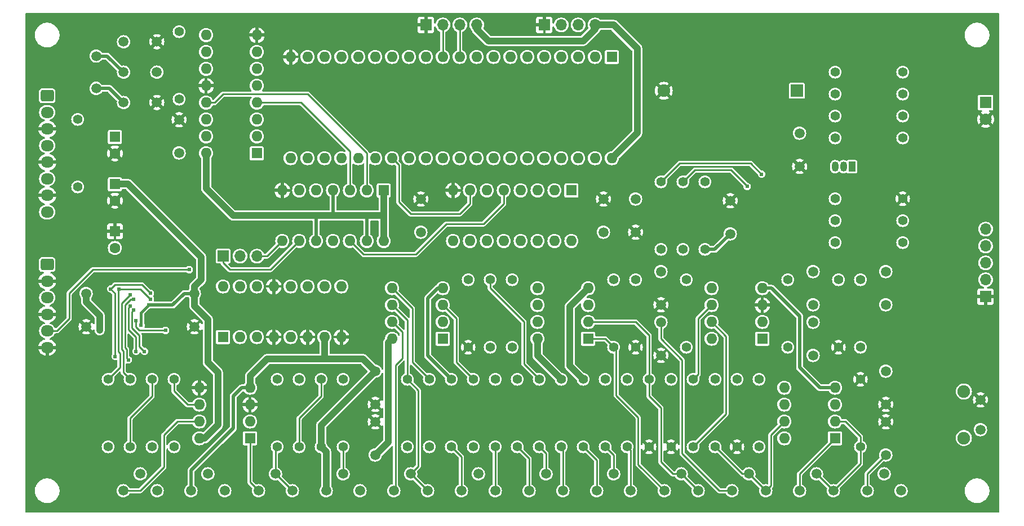
<source format=gbr>
%TF.GenerationSoftware,KiCad,Pcbnew,8.0.0*%
%TF.CreationDate,2024-03-07T09:04:59+08:00*%
%TF.ProjectId,control_board,636f6e74-726f-46c5-9f62-6f6172642e6b,1.0*%
%TF.SameCoordinates,Original*%
%TF.FileFunction,Copper,L2,Bot*%
%TF.FilePolarity,Positive*%
%FSLAX46Y46*%
G04 Gerber Fmt 4.6, Leading zero omitted, Abs format (unit mm)*
G04 Created by KiCad (PCBNEW 8.0.0) date 2024-03-07 09:04:59*
%MOMM*%
%LPD*%
G01*
G04 APERTURE LIST*
G04 Aperture macros list*
%AMRoundRect*
0 Rectangle with rounded corners*
0 $1 Rounding radius*
0 $2 $3 $4 $5 $6 $7 $8 $9 X,Y pos of 4 corners*
0 Add a 4 corners polygon primitive as box body*
4,1,4,$2,$3,$4,$5,$6,$7,$8,$9,$2,$3,0*
0 Add four circle primitives for the rounded corners*
1,1,$1+$1,$2,$3*
1,1,$1+$1,$4,$5*
1,1,$1+$1,$6,$7*
1,1,$1+$1,$8,$9*
0 Add four rect primitives between the rounded corners*
20,1,$1+$1,$2,$3,$4,$5,0*
20,1,$1+$1,$4,$5,$6,$7,0*
20,1,$1+$1,$6,$7,$8,$9,0*
20,1,$1+$1,$8,$9,$2,$3,0*%
G04 Aperture macros list end*
%TA.AperFunction,ComponentPad*%
%ADD10C,1.400000*%
%TD*%
%TA.AperFunction,ComponentPad*%
%ADD11C,1.500000*%
%TD*%
%TA.AperFunction,ComponentPad*%
%ADD12R,1.900000X1.900000*%
%TD*%
%TA.AperFunction,ComponentPad*%
%ADD13C,1.900000*%
%TD*%
%TA.AperFunction,ComponentPad*%
%ADD14R,1.600000X1.600000*%
%TD*%
%TA.AperFunction,ComponentPad*%
%ADD15O,1.600000X1.600000*%
%TD*%
%TA.AperFunction,ComponentPad*%
%ADD16C,1.600000*%
%TD*%
%TA.AperFunction,ComponentPad*%
%ADD17R,1.700000X1.700000*%
%TD*%
%TA.AperFunction,ComponentPad*%
%ADD18O,1.700000X1.700000*%
%TD*%
%TA.AperFunction,ComponentPad*%
%ADD19RoundRect,0.250000X-0.725000X0.600000X-0.725000X-0.600000X0.725000X-0.600000X0.725000X0.600000X0*%
%TD*%
%TA.AperFunction,ComponentPad*%
%ADD20O,1.950000X1.700000*%
%TD*%
%TA.AperFunction,ComponentPad*%
%ADD21R,1.050000X1.500000*%
%TD*%
%TA.AperFunction,ComponentPad*%
%ADD22O,1.050000X1.500000*%
%TD*%
%TA.AperFunction,ComponentPad*%
%ADD23R,1.800000X1.800000*%
%TD*%
%TA.AperFunction,ComponentPad*%
%ADD24C,1.800000*%
%TD*%
%TA.AperFunction,ViaPad*%
%ADD25C,0.609600*%
%TD*%
%TA.AperFunction,ViaPad*%
%ADD26C,0.889000*%
%TD*%
%TA.AperFunction,Conductor*%
%ADD27C,0.508000*%
%TD*%
%TA.AperFunction,Conductor*%
%ADD28C,0.254000*%
%TD*%
%TA.AperFunction,Conductor*%
%ADD29C,1.016000*%
%TD*%
%TA.AperFunction,Conductor*%
%ADD30C,0.250000*%
%TD*%
%TA.AperFunction,Conductor*%
%ADD31C,0.381000*%
%TD*%
G04 APERTURE END LIST*
D10*
%TO.P,R5,1*%
%TO.N,Net-(R4-Pad2)*%
X183134000Y-85852000D03*
%TO.P,R5,2*%
%TO.N,Net-(R5-Pad2)*%
X172974000Y-85852000D03*
%TD*%
D11*
%TO.P,RV1,1,1*%
%TO.N,/Circle_Generator_1/CSSN*%
X106680000Y-123190000D03*
%TO.P,RV1,2,2*%
%TO.N,Net-(R11-Pad1)*%
X109220000Y-120650000D03*
%TO.P,RV1,3,3*%
X111760000Y-123190000D03*
%TD*%
D10*
%TO.P,R26,1*%
%TO.N,Net-(R26-Pad1)*%
X118618000Y-106426000D03*
%TO.P,R26,2*%
%TO.N,Net-(R11-Pad2)*%
X118618000Y-116586000D03*
%TD*%
D12*
%TO.P,BT1,1,+*%
%TO.N,Net-(BT1-Pad1)*%
X167240000Y-62992000D03*
D13*
%TO.P,BT1,2,-*%
%TO.N,GND*%
X147240000Y-62992000D03*
%TD*%
D10*
%TO.P,R17,1*%
%TO.N,Net-(R17-Pad1)*%
X131826000Y-116586000D03*
%TO.P,R17,2*%
%TO.N,+5VA*%
X131826000Y-106426000D03*
%TD*%
%TO.P,R15,1*%
%TO.N,GND*%
X173482000Y-101600000D03*
%TO.P,R15,2*%
%TO.N,Net-(C10-Pad1)*%
X173482000Y-91440000D03*
%TD*%
%TO.P,R22,1*%
%TO.N,Net-(R22-Pad1)*%
X151638000Y-116586000D03*
%TO.P,R22,2*%
%TO.N,Net-(R21-Pad1)*%
X151638000Y-106426000D03*
%TD*%
%TO.P,R30,1*%
%TO.N,Net-(R30-Pad1)*%
X141732000Y-116586000D03*
%TO.P,R30,2*%
%TO.N,+5VA*%
X141732000Y-106426000D03*
%TD*%
D11*
%TO.P,RV5,1,1*%
%TO.N,Net-(C13-Pad1)*%
X177800000Y-123190000D03*
%TO.P,RV5,2,2*%
%TO.N,Net-(R22-Pad1)*%
X180340000Y-120650000D03*
%TO.P,RV5,3,3*%
X182880000Y-123190000D03*
%TD*%
D14*
%TO.P,U9,1*%
%TO.N,Net-(R39-Pad2)*%
X135880000Y-100320000D03*
D15*
%TO.P,U9,2,-*%
%TO.N,Net-(R36-Pad1)*%
X135880000Y-97780000D03*
%TO.P,U9,3,+*%
%TO.N,Net-(C15-Pad1)*%
X135880000Y-95240000D03*
%TO.P,U9,4,V-*%
%TO.N,-5VA*%
X135880000Y-92700000D03*
%TO.P,U9,5,+*%
%TO.N,Net-(R39-Pad1)*%
X128260000Y-92700000D03*
%TO.P,U9,6,-*%
%TO.N,Net-(R32-Pad1)*%
X128260000Y-95240000D03*
%TO.P,U9,7*%
%TO.N,/Circle_Generator_1/CSC*%
X128260000Y-97780000D03*
%TO.P,U9,8,V+*%
%TO.N,+5VA*%
X128260000Y-100320000D03*
%TD*%
D11*
%TO.P,C12,1*%
%TO.N,Net-(C12-Pad1)*%
X146812000Y-90210000D03*
%TO.P,C12,2*%
%TO.N,GND*%
X146812000Y-95210000D03*
%TD*%
%TO.P,C10,1*%
%TO.N,Net-(C10-Pad1)*%
X169672000Y-97830000D03*
%TO.P,C10,2*%
%TO.N,Net-(C10-Pad2)*%
X169672000Y-102830000D03*
%TD*%
D10*
%TO.P,R47,1*%
%TO.N,Net-(R43-Pad1)*%
X95758000Y-106426000D03*
%TO.P,R47,2*%
%TO.N,-5VA*%
X95758000Y-116586000D03*
%TD*%
D11*
%TO.P,C5,1*%
%TO.N,+5VD*%
X110744000Y-84288000D03*
%TO.P,C5,2*%
%TO.N,GND*%
X110744000Y-79288000D03*
%TD*%
%TO.P,C18,1*%
%TO.N,+5VA*%
X103886000Y-117816005D03*
%TO.P,C18,2*%
%TO.N,GND*%
X103886000Y-112816005D03*
%TD*%
%TO.P,C16,1*%
%TO.N,GND*%
X103886000Y-110196005D03*
%TO.P,C16,2*%
%TO.N,-5VA*%
X103886000Y-105196005D03*
%TD*%
%TO.P,C19,1*%
%TO.N,GND*%
X60452000Y-98512000D03*
%TO.P,C19,2*%
%TO.N,-5VA*%
X60452000Y-93512000D03*
%TD*%
D10*
%TO.P,R58,1*%
%TO.N,+5VD*%
X172974000Y-70104000D03*
%TO.P,R58,2*%
%TO.N,/MCU/ENC_PB*%
X183134000Y-70104000D03*
%TD*%
%TO.P,R28,1*%
%TO.N,Net-(C12-Pad1)*%
X150622000Y-91440000D03*
%TO.P,R28,2*%
%TO.N,Net-(C10-Pad2)*%
X150622000Y-101600000D03*
%TD*%
D11*
%TO.P,C3,1*%
%TO.N,GND*%
X143002000Y-84288000D03*
%TO.P,C3,2*%
%TO.N,+5VD*%
X143002000Y-79288000D03*
%TD*%
D10*
%TO.P,R43,1*%
%TO.N,Net-(R43-Pad1)*%
X92456000Y-116586000D03*
%TO.P,R43,2*%
%TO.N,/Circle_Generator_2/VOUTA*%
X92456000Y-106426000D03*
%TD*%
D11*
%TO.P,C17,1*%
%TO.N,Net-(C17-Pad1)*%
X180594000Y-105196000D03*
%TO.P,C17,2*%
%TO.N,GND*%
X180594000Y-110196000D03*
%TD*%
D10*
%TO.P,R49,1*%
%TO.N,Net-(R49-Pad1)*%
X67056000Y-116586000D03*
%TO.P,R49,2*%
%TO.N,/Circle_Generator_2/VOUTB*%
X67056000Y-106426000D03*
%TD*%
D11*
%TO.P,RV7,1,1*%
%TO.N,Net-(R39-Pad2)*%
X147320000Y-123190000D03*
%TO.P,RV7,2,2*%
%TO.N,Net-(R36-Pad1)*%
X149860000Y-120650000D03*
%TO.P,RV7,3,3*%
X152400000Y-123190000D03*
%TD*%
D14*
%TO.P,C25,1*%
%TO.N,GND*%
X64770000Y-84161621D03*
D16*
%TO.P,C25,2*%
%TO.N,-5VA*%
X64770000Y-86661621D03*
%TD*%
D14*
%TO.P,U1,1,QL*%
%TO.N,unconnected-(U1-Pad1)*%
X86096000Y-72400000D03*
D15*
%TO.P,U1,2,QM*%
%TO.N,unconnected-(U1-Pad2)*%
X86096000Y-69860000D03*
%TO.P,U1,3,QN*%
%TO.N,unconnected-(U1-Pad3)*%
X86096000Y-67320000D03*
%TO.P,U1,4,QF*%
%TO.N,/MCU/CLK320*%
X86096000Y-64780000D03*
%TO.P,U1,5,QE*%
%TO.N,unconnected-(U1-Pad5)*%
X86096000Y-62240000D03*
%TO.P,U1,6,QG*%
%TO.N,/MCU/CLK_160*%
X86096000Y-59700000D03*
%TO.P,U1,7,QD*%
%TO.N,unconnected-(U1-Pad7)*%
X86096000Y-57160000D03*
%TO.P,U1,8,GND*%
%TO.N,GND*%
X86096000Y-54620000D03*
%TO.P,U1,9,CLKO*%
%TO.N,Net-(U1-Pad9)*%
X78476000Y-54620000D03*
%TO.P,U1,10,~{CLKO}*%
%TO.N,Net-(C4-Pad1)*%
X78476000Y-57160000D03*
%TO.P,U1,11,CLKI*%
%TO.N,Net-(C6-Pad1)*%
X78476000Y-59700000D03*
%TO.P,U1,12,CLR*%
%TO.N,GND*%
X78476000Y-62240000D03*
%TO.P,U1,13,QI*%
%TO.N,/MCU/CLK_40*%
X78476000Y-64780000D03*
%TO.P,U1,14,QH*%
%TO.N,/MCU/CLK_80*%
X78476000Y-67320000D03*
%TO.P,U1,15,QJ*%
%TO.N,unconnected-(U1-Pad15)*%
X78476000Y-69860000D03*
%TO.P,U1,16,VCC*%
%TO.N,+5VD*%
X78476000Y-72400000D03*
%TD*%
D10*
%TO.P,R34,1*%
%TO.N,Net-(R34-Pad1)*%
X158242000Y-106426000D03*
%TO.P,R34,2*%
%TO.N,GND*%
X158242000Y-116586000D03*
%TD*%
D17*
%TO.P,J1,1,Pin_1*%
%TO.N,GND*%
X111506000Y-53086000D03*
D18*
%TO.P,J1,2,Pin_2*%
%TO.N,/MCU/TXD*%
X114046000Y-53086000D03*
%TO.P,J1,3,Pin_3*%
%TO.N,/MCU/RXD*%
X116586000Y-53086000D03*
%TO.P,J1,4,Pin_4*%
%TO.N,+5VD*%
X119126000Y-53086000D03*
%TD*%
D10*
%TO.P,R25,1*%
%TO.N,Net-(R25-Pad1)*%
X125222000Y-116586000D03*
%TO.P,R25,2*%
%TO.N,-5VA*%
X125222000Y-106426000D03*
%TD*%
%TO.P,R36,1*%
%TO.N,Net-(R36-Pad1)*%
X145034000Y-106426000D03*
%TO.P,R36,2*%
%TO.N,GND*%
X145034000Y-116586000D03*
%TD*%
D14*
%TO.P,U4,1,~{R}*%
%TO.N,+5VD*%
X105161000Y-77988000D03*
D15*
%TO.P,U4,2,D*%
%TO.N,/MCU/CLK_40*%
X102621000Y-77988000D03*
%TO.P,U4,3,C*%
%TO.N,/MCU/CLK320*%
X100081000Y-77988000D03*
%TO.P,U4,4,~{S}*%
%TO.N,+5VD*%
X97541000Y-77988000D03*
%TO.P,U4,5,Q*%
%TO.N,/Circle_Generator_1/CLK_40D*%
X95001000Y-77988000D03*
%TO.P,U4,6,~{Q}*%
%TO.N,unconnected-(U4-Pad6)*%
X92461000Y-77988000D03*
%TO.P,U4,7,GND*%
%TO.N,GND*%
X89921000Y-77988000D03*
%TO.P,U4,8,~{Q}*%
%TO.N,/Circle_Generator_2/~{ZOUT}*%
X89921000Y-85608000D03*
%TO.P,U4,9,Q*%
%TO.N,/Circle_Generator_2/ZOUT*%
X92461000Y-85608000D03*
%TO.P,U4,10,~{S}*%
%TO.N,+5VD*%
X95001000Y-85608000D03*
%TO.P,U4,11,C*%
%TO.N,/MCU/CLK320*%
X97541000Y-85608000D03*
%TO.P,U4,12,D*%
%TO.N,Net-(U2-Pad5)*%
X100081000Y-85608000D03*
%TO.P,U4,13,~{R}*%
%TO.N,+5VD*%
X102621000Y-85608000D03*
%TO.P,U4,14,VCC*%
X105161000Y-85608000D03*
%TD*%
D18*
%TO.P,J2,4,Pin_4*%
%TO.N,+5VD*%
X136906000Y-53086000D03*
%TO.P,J2,3,Pin_3*%
%TO.N,/MCU/RXD2*%
X134366000Y-53086000D03*
%TO.P,J2,2,Pin_2*%
%TO.N,/MCU/TXD2*%
X131826000Y-53086000D03*
D17*
%TO.P,J2,1,Pin_1*%
%TO.N,GND*%
X129286000Y-53086000D03*
%TD*%
D11*
%TO.P,C15,1*%
%TO.N,Net-(C15-Pad1)*%
X146812000Y-97830000D03*
%TO.P,C15,2*%
%TO.N,GND*%
X146812000Y-102830000D03*
%TD*%
%TO.P,C8,1*%
%TO.N,+5VD*%
X157226000Y-84542000D03*
%TO.P,C8,2*%
%TO.N,GND*%
X157226000Y-79542000D03*
%TD*%
D10*
%TO.P,R1,1*%
%TO.N,Net-(C6-Pad1)*%
X74422000Y-64262000D03*
%TO.P,R1,2*%
%TO.N,Net-(C4-Pad1)*%
X74422000Y-54102000D03*
%TD*%
D11*
%TO.P,C7,1*%
%TO.N,Net-(C4-Pad2)*%
X66080000Y-55626000D03*
%TO.P,C7,2*%
%TO.N,GND*%
X71080000Y-55626000D03*
%TD*%
D17*
%TO.P,JP1,1,A*%
%TO.N,/Circle_Generator_2/ZOUT*%
X81026000Y-87884000D03*
D18*
%TO.P,JP1,2,C*%
%TO.N,Net-(J6-Pad5)*%
X83566000Y-87884000D03*
%TO.P,JP1,3,B*%
%TO.N,/Circle_Generator_2/~{ZOUT}*%
X86106000Y-87884000D03*
%TD*%
D10*
%TO.P,R53,1*%
%TO.N,Net-(R49-Pad1)*%
X70358000Y-106426000D03*
%TO.P,R53,2*%
%TO.N,-5VA*%
X70358000Y-116586000D03*
%TD*%
D14*
%TO.P,U7,1*%
%TO.N,Net-(R11-Pad2)*%
X172964000Y-115306000D03*
D15*
%TO.P,U7,2,-*%
%TO.N,Net-(R23-Pad1)*%
X172964000Y-112766000D03*
%TO.P,U7,3,+*%
%TO.N,Net-(C13-Pad1)*%
X172964000Y-110226000D03*
%TO.P,U7,4,V-*%
%TO.N,-5VA*%
X172964000Y-107686000D03*
%TO.P,U7,5,+*%
%TO.N,Net-(C17-Pad1)*%
X165344000Y-107686000D03*
%TO.P,U7,6,-*%
%TO.N,Net-(R34-Pad1)*%
X165344000Y-110226000D03*
%TO.P,U7,7*%
%TO.N,Net-(R35-Pad1)*%
X165344000Y-112766000D03*
%TO.P,U7,8,V+*%
%TO.N,+5VA*%
X165344000Y-115306000D03*
%TD*%
D14*
%TO.P,U6,1*%
%TO.N,Net-(C10-Pad2)*%
X162042000Y-100320000D03*
D15*
%TO.P,U6,2,-*%
%TO.N,Net-(C11-Pad2)*%
X162042000Y-97780000D03*
%TO.P,U6,3,+*%
%TO.N,GND*%
X162042000Y-95240000D03*
%TO.P,U6,4,V-*%
%TO.N,-5VA*%
X162042000Y-92700000D03*
%TO.P,U6,5,+*%
%TO.N,Net-(C12-Pad1)*%
X154422000Y-92700000D03*
%TO.P,U6,6,-*%
%TO.N,Net-(R21-Pad1)*%
X154422000Y-95240000D03*
%TO.P,U6,7*%
%TO.N,Net-(R22-Pad1)*%
X154422000Y-97780000D03*
%TO.P,U6,8,V+*%
%TO.N,+5VA*%
X154422000Y-100320000D03*
%TD*%
D10*
%TO.P,R50,1*%
%TO.N,Net-(R49-Pad1)*%
X63754000Y-116586000D03*
%TO.P,R50,2*%
%TO.N,/Circle_Generator_2/VOUTD*%
X63754000Y-106426000D03*
%TD*%
%TO.P,R46,1*%
%TO.N,Net-(R43-Pad1)*%
X99060000Y-106426000D03*
%TO.P,R46,2*%
%TO.N,Net-(R46-Pad2)*%
X99060000Y-116586000D03*
%TD*%
D11*
%TO.P,C6,1*%
%TO.N,Net-(C6-Pad1)*%
X66080000Y-64770000D03*
%TO.P,C6,2*%
%TO.N,GND*%
X71080000Y-64770000D03*
%TD*%
D10*
%TO.P,R8,1*%
%TO.N,Net-(C10-Pad1)*%
X176784000Y-91440000D03*
%TO.P,R8,2*%
%TO.N,Net-(C9-Pad2)*%
X176784000Y-101600000D03*
%TD*%
%TO.P,R23,1*%
%TO.N,Net-(R23-Pad1)*%
X176784000Y-116586000D03*
%TO.P,R23,2*%
%TO.N,GND*%
X176784000Y-106426000D03*
%TD*%
D11*
%TO.P,RV8,1,1*%
%TO.N,Net-(C15-Pad1)*%
X157480000Y-123190000D03*
%TO.P,RV8,2,2*%
%TO.N,Net-(R35-Pad1)*%
X160020000Y-120650000D03*
%TO.P,RV8,3,3*%
X162560000Y-123190000D03*
%TD*%
D14*
%TO.P,U3,1,P1.0/ADC0/CLKOUT2*%
%TO.N,unconnected-(U3-Pad1)*%
X139441000Y-57907000D03*
D15*
%TO.P,U3,2,P1.1/ADC1*%
%TO.N,unconnected-(U3-Pad2)*%
X136901000Y-57907000D03*
%TO.P,U3,3,P1.2/ADC2/ECI/RXD2*%
%TO.N,/MCU/RXD2*%
X134361000Y-57907000D03*
%TO.P,U3,4,P1.3/ADC3/CCP0/TXD2*%
%TO.N,/MCU/TXD2*%
X131821000Y-57907000D03*
%TO.P,U3,5,P1.4/ADC4/CCP1/~{SS}*%
%TO.N,unconnected-(U3-Pad5)*%
X129281000Y-57907000D03*
%TO.P,U3,6,P1.5/ADC5/MOSI*%
%TO.N,/MCU/ENC_B*%
X126741000Y-57907000D03*
%TO.P,U3,7,P1.6/ADC6/MISO*%
%TO.N,/MCU/ENC_A*%
X124201000Y-57907000D03*
%TO.P,U3,8,P1.7/ADC7/SCLK*%
%TO.N,/MCU/ENC_PB*%
X121661000Y-57907000D03*
%TO.P,U3,9,P4.7/RST*%
%TO.N,/MCU/MCU_RST*%
X119121000Y-57907000D03*
%TO.P,U3,10,P3.0/RXD*%
%TO.N,/MCU/RXD*%
X116581000Y-57907000D03*
%TO.P,U3,11,P3.1/TXD*%
%TO.N,/MCU/TXD*%
X114041000Y-57907000D03*
%TO.P,U3,12,P3.2/~{INT0}*%
%TO.N,unconnected-(U3-Pad12)*%
X111501000Y-57907000D03*
%TO.P,U3,13,P3.3/~{INT1}*%
%TO.N,unconnected-(U3-Pad13)*%
X108961000Y-57907000D03*
%TO.P,U3,14,P3.4/T0/~{INT}/CLKOUT0*%
%TO.N,unconnected-(U3-Pad14)*%
X106421000Y-57907000D03*
%TO.P,U3,15,P3.5/T1/~{INT}/CLKOUT1*%
%TO.N,/MCU/32KHZ*%
X103881000Y-57907000D03*
%TO.P,U3,16,P3.6/~{WR}*%
%TO.N,/MCU/I2C_SCL*%
X101341000Y-57907000D03*
%TO.P,U3,17,P3.7/~{RD}*%
%TO.N,/MCU/I2C_SDA*%
X98801000Y-57907000D03*
%TO.P,U3,18,XTAL2*%
%TO.N,unconnected-(U3-Pad18)*%
X96261000Y-57907000D03*
%TO.P,U3,19,XTAL1*%
%TO.N,Net-(U1-Pad9)*%
X93721000Y-57907000D03*
%TO.P,U3,20,GND*%
%TO.N,GND*%
X91181000Y-57907000D03*
%TO.P,U3,21,P2.0/A8*%
%TO.N,/Circle_Generator_2/DAC_DATA*%
X91181000Y-73147000D03*
%TO.P,U3,22,P2.1/A9*%
%TO.N,/Circle_Generator_2/DAC_CLK*%
X93721000Y-73147000D03*
%TO.P,U3,23,P2.2/A10*%
%TO.N,/Circle_Generator_2/DAC_CS*%
X96261000Y-73147000D03*
%TO.P,U3,24,P2.3/A11*%
%TO.N,/Circle_Generator_2/DAC_LOAD*%
X98801000Y-73147000D03*
%TO.P,U3,25,P2.4/A12*%
%TO.N,/Circle_Generator_2/CSEL1*%
X101341000Y-73147000D03*
%TO.P,U3,26,P2.5/A13*%
%TO.N,/Circle_Generator_2/CSEL0*%
X103881000Y-73147000D03*
%TO.P,U3,27,P2.6/A14*%
%TO.N,/MCU/BS_G*%
X106421000Y-73147000D03*
%TO.P,U3,28,P2.7/A15*%
%TO.N,/Circle_Generator_2/PWR_EN*%
X108961000Y-73147000D03*
%TO.P,U3,29,P4.4/NA*%
%TO.N,unconnected-(U3-Pad29)*%
X111501000Y-73147000D03*
%TO.P,U3,30,P4.5/ALE*%
%TO.N,unconnected-(U3-Pad30)*%
X114041000Y-73147000D03*
%TO.P,U3,31,P4.6/EX_LVD/RST2*%
%TO.N,unconnected-(U3-Pad31)*%
X116581000Y-73147000D03*
%TO.P,U3,32,P0.7/AD7*%
%TO.N,/MCU/BS7*%
X119121000Y-73147000D03*
%TO.P,U3,33,P0.6/AD6*%
%TO.N,/MCU/BS6*%
X121661000Y-73147000D03*
%TO.P,U3,34,P0.5/AD5*%
%TO.N,/MCU/BS5*%
X124201000Y-73147000D03*
%TO.P,U3,35,P0.4/AD4*%
%TO.N,/MCU/BS4*%
X126741000Y-73147000D03*
%TO.P,U3,36,P0.3/AD3*%
%TO.N,/MCU/BS3*%
X129281000Y-73147000D03*
%TO.P,U3,37,P0.2/AD2*%
%TO.N,/MCU/BS2*%
X131821000Y-73147000D03*
%TO.P,U3,38,P0.1/AD1*%
%TO.N,/MCU/BS1*%
X134361000Y-73147000D03*
%TO.P,U3,39,P0.0/AD0*%
%TO.N,/MCU/BS0*%
X136901000Y-73147000D03*
%TO.P,U3,40,VCC*%
%TO.N,+5VD*%
X139441000Y-73147000D03*
%TD*%
D11*
%TO.P,C11,1*%
%TO.N,Net-(C10-Pad1)*%
X169672000Y-95210000D03*
%TO.P,C11,2*%
%TO.N,Net-(C11-Pad2)*%
X169672000Y-90210000D03*
%TD*%
D10*
%TO.P,R6,1*%
%TO.N,+5VD*%
X59182000Y-67310000D03*
%TO.P,R6,2*%
%TO.N,+5VA*%
X59182000Y-77470000D03*
%TD*%
%TO.P,R20,1*%
%TO.N,/Circle_Generator_2/VREFA*%
X121158000Y-101600000D03*
%TO.P,R20,2*%
%TO.N,Net-(R19-Pad1)*%
X121158000Y-91440000D03*
%TD*%
%TO.P,R39,1*%
%TO.N,Net-(R39-Pad1)*%
X139700000Y-91440000D03*
%TO.P,R39,2*%
%TO.N,Net-(R39-Pad2)*%
X139700000Y-101600000D03*
%TD*%
D19*
%TO.P,J6,1,Pin_1*%
%TO.N,/Circle_Generator_2/XOUT*%
X54610000Y-89154000D03*
D20*
%TO.P,J6,2,Pin_2*%
%TO.N,GND*%
X54610000Y-91654000D03*
%TO.P,J6,3,Pin_3*%
%TO.N,/Circle_Generator_2/YOUT*%
X54610000Y-94154000D03*
%TO.P,J6,4,Pin_4*%
%TO.N,GND*%
X54610000Y-96654000D03*
%TO.P,J6,5,Pin_5*%
%TO.N,Net-(J6-Pad5)*%
X54610000Y-99154000D03*
%TO.P,J6,6,Pin_6*%
%TO.N,GND*%
X54610000Y-101654000D03*
%TD*%
D11*
%TO.P,C20,1*%
%TO.N,Net-(BT1-Pad1)*%
X167640000Y-69382000D03*
%TO.P,C20,2*%
%TO.N,GND*%
X167640000Y-74382000D03*
%TD*%
D14*
%TO.P,C23,1*%
%TO.N,+5VD*%
X64770000Y-69937621D03*
D16*
%TO.P,C23,2*%
%TO.N,GND*%
X64770000Y-72437621D03*
%TD*%
D14*
%TO.P,U11,1*%
%TO.N,/Circle_Generator_2/XOUT*%
X85080000Y-115306000D03*
D15*
%TO.P,U11,2,-*%
%TO.N,Net-(R43-Pad1)*%
X85080000Y-112766000D03*
%TO.P,U11,3,+*%
%TO.N,GND*%
X85080000Y-110226000D03*
%TO.P,U11,4,V-*%
%TO.N,-5VA*%
X85080000Y-107686000D03*
%TO.P,U11,5,+*%
%TO.N,GND*%
X77460000Y-107686000D03*
%TO.P,U11,6,-*%
%TO.N,Net-(R49-Pad1)*%
X77460000Y-110226000D03*
%TO.P,U11,7*%
%TO.N,/Circle_Generator_2/YOUT*%
X77460000Y-112766000D03*
%TO.P,U11,8,V+*%
%TO.N,+5VA*%
X77460000Y-115306000D03*
%TD*%
D10*
%TO.P,R7,1*%
%TO.N,GND*%
X183134000Y-79248000D03*
%TO.P,R7,2*%
%TO.N,/MCU/MCU_RST*%
X172974000Y-79248000D03*
%TD*%
%TO.P,R56,1*%
%TO.N,+5VD*%
X172974000Y-63500000D03*
%TO.P,R56,2*%
%TO.N,/MCU/ENC_B*%
X183134000Y-63500000D03*
%TD*%
D14*
%TO.P,U2,1,D3*%
%TO.N,/MCU/BS3*%
X133360000Y-77988000D03*
D15*
%TO.P,U2,2,D2*%
%TO.N,/MCU/BS2*%
X130820000Y-77988000D03*
%TO.P,U2,3,D1*%
%TO.N,/MCU/BS1*%
X128280000Y-77988000D03*
%TO.P,U2,4,D0*%
%TO.N,/MCU/BS0*%
X125740000Y-77988000D03*
%TO.P,U2,5,Y*%
%TO.N,Net-(U2-Pad5)*%
X123200000Y-77988000D03*
%TO.P,U2,6,W*%
%TO.N,unconnected-(U2-Pad6)*%
X120660000Y-77988000D03*
%TO.P,U2,7,~{G}*%
%TO.N,/MCU/BS_G*%
X118120000Y-77988000D03*
%TO.P,U2,8,GND*%
%TO.N,GND*%
X115580000Y-77988000D03*
%TO.P,U2,9,C*%
%TO.N,/MCU/CLK_40*%
X115580000Y-85608000D03*
%TO.P,U2,10,B*%
%TO.N,/MCU/CLK_80*%
X118120000Y-85608000D03*
%TO.P,U2,11,A*%
%TO.N,/MCU/CLK_160*%
X120660000Y-85608000D03*
%TO.P,U2,12,D7*%
%TO.N,/MCU/BS7*%
X123200000Y-85608000D03*
%TO.P,U2,13,D6*%
%TO.N,/MCU/BS6*%
X125740000Y-85608000D03*
%TO.P,U2,14,D5*%
%TO.N,/MCU/BS5*%
X128280000Y-85608000D03*
%TO.P,U2,15,D4*%
%TO.N,/MCU/BS4*%
X130820000Y-85608000D03*
%TO.P,U2,16,VCC*%
%TO.N,+5VD*%
X133360000Y-85608000D03*
%TD*%
D11*
%TO.P,C9,1*%
%TO.N,/Circle_Generator_1/CLK_40D*%
X180594000Y-90210000D03*
%TO.P,C9,2*%
%TO.N,Net-(C9-Pad2)*%
X180594000Y-95210000D03*
%TD*%
D10*
%TO.P,R57,1*%
%TO.N,+5VD*%
X172974000Y-66802000D03*
%TO.P,R57,2*%
%TO.N,/MCU/ENC_A*%
X183134000Y-66802000D03*
%TD*%
%TO.P,R3,1*%
%TO.N,/MCU/I2C_SDA*%
X146812000Y-76708000D03*
%TO.P,R3,2*%
%TO.N,+5VD*%
X146812000Y-86868000D03*
%TD*%
D11*
%TO.P,RV3,1,1*%
%TO.N,Net-(R11-Pad2)*%
X167640000Y-123190000D03*
%TO.P,RV3,2,2*%
%TO.N,Net-(R23-Pad1)*%
X170180000Y-120650000D03*
%TO.P,RV3,3,3*%
X172720000Y-123190000D03*
%TD*%
D10*
%TO.P,R55,1*%
%TO.N,/MCU/32KHZ*%
X153416000Y-76708000D03*
%TO.P,R55,2*%
%TO.N,+5VD*%
X153416000Y-86868000D03*
%TD*%
%TO.P,R14,1*%
%TO.N,Net-(R14-Pad1)*%
X112014000Y-106426000D03*
%TO.P,R14,2*%
%TO.N,Net-(R14-Pad2)*%
X112014000Y-116586000D03*
%TD*%
%TO.P,R32,1*%
%TO.N,Net-(R32-Pad1)*%
X138430000Y-106426000D03*
%TO.P,R32,2*%
%TO.N,Net-(R32-Pad2)*%
X138430000Y-116586000D03*
%TD*%
%TO.P,R12,1*%
%TO.N,Net-(R12-Pad1)*%
X121920000Y-116586000D03*
%TO.P,R12,2*%
%TO.N,+5VA*%
X121920000Y-106426000D03*
%TD*%
%TO.P,R35,1*%
%TO.N,Net-(R35-Pad1)*%
X154940000Y-116586000D03*
%TO.P,R35,2*%
%TO.N,Net-(R34-Pad1)*%
X154940000Y-106426000D03*
%TD*%
D11*
%TO.P,C4,1*%
%TO.N,Net-(C4-Pad1)*%
X71080000Y-60198000D03*
%TO.P,C4,2*%
%TO.N,Net-(C4-Pad2)*%
X66080000Y-60198000D03*
%TD*%
D17*
%TO.P,J4,1,Pin_1*%
%TO.N,GND*%
X195580000Y-93980000D03*
D18*
%TO.P,J4,2,Pin_2*%
%TO.N,+5VD*%
X195580000Y-91440000D03*
%TO.P,J4,3,Pin_3*%
%TO.N,/MCU/ENC_PB*%
X195580000Y-88900000D03*
%TO.P,J4,4,Pin_4*%
%TO.N,/MCU/ENC_A*%
X195580000Y-86360000D03*
%TO.P,J4,5,Pin_5*%
%TO.N,/MCU/ENC_B*%
X195580000Y-83820000D03*
%TD*%
D10*
%TO.P,R10,1*%
%TO.N,Net-(C11-Pad2)*%
X165862000Y-91440000D03*
%TO.P,R10,2*%
%TO.N,Net-(C10-Pad2)*%
X165862000Y-101600000D03*
%TD*%
%TO.P,R16,1*%
%TO.N,Net-(R16-Pad1)*%
X115316000Y-116586000D03*
%TO.P,R16,2*%
%TO.N,-5VA*%
X115316000Y-106426000D03*
%TD*%
%TO.P,R4,1*%
%TO.N,Net-(Q1-Pad2)*%
X172974000Y-82550000D03*
%TO.P,R4,2*%
%TO.N,Net-(R4-Pad2)*%
X183134000Y-82550000D03*
%TD*%
D11*
%TO.P,C13,1*%
%TO.N,Net-(C13-Pad1)*%
X180594000Y-117816000D03*
%TO.P,C13,2*%
%TO.N,GND*%
X180594000Y-112816000D03*
%TD*%
%TO.P,RV12,1,1*%
%TO.N,-5VA*%
X76200000Y-123190000D03*
%TO.P,RV12,2,2*%
%TO.N,Net-(R52-Pad2)*%
X78740000Y-120650000D03*
%TO.P,RV12,3,3*%
%TO.N,+5VA*%
X81280000Y-123190000D03*
%TD*%
D21*
%TO.P,Q1,1,E*%
%TO.N,+5VD*%
X175514000Y-74422000D03*
D22*
%TO.P,Q1,2,B*%
%TO.N,Net-(Q1-Pad2)*%
X174244000Y-74422000D03*
%TO.P,Q1,3,C*%
%TO.N,/MCU/MCU_RST*%
X172974000Y-74422000D03*
%TD*%
D10*
%TO.P,R19,1*%
%TO.N,Net-(R19-Pad1)*%
X128524000Y-106426000D03*
%TO.P,R19,2*%
%TO.N,Net-(R19-Pad2)*%
X128524000Y-116586000D03*
%TD*%
D11*
%TO.P,RV11,1,1*%
%TO.N,/Circle_Generator_2/YOUT*%
X66040000Y-123190000D03*
%TO.P,RV11,2,2*%
%TO.N,Net-(R49-Pad1)*%
X68580000Y-120650000D03*
%TO.P,RV11,3,3*%
X71120000Y-123190000D03*
%TD*%
D10*
%TO.P,R21,1*%
%TO.N,Net-(R21-Pad1)*%
X148336000Y-106426000D03*
%TO.P,R21,2*%
%TO.N,GND*%
X148336000Y-116586000D03*
%TD*%
%TO.P,R45,1*%
%TO.N,Net-(R43-Pad1)*%
X89154000Y-116586000D03*
%TO.P,R45,2*%
%TO.N,/Circle_Generator_2/VOUTC*%
X89154000Y-106426000D03*
%TD*%
D11*
%TO.P,RV6,1,1*%
%TO.N,Net-(R38-Pad1)*%
X137160000Y-123190000D03*
%TO.P,RV6,2,2*%
%TO.N,Net-(R32-Pad2)*%
X139700000Y-120650000D03*
%TO.P,RV6,3,3*%
%TO.N,Net-(R30-Pad1)*%
X142240000Y-123190000D03*
%TD*%
D10*
%TO.P,R52,1*%
%TO.N,Net-(R49-Pad1)*%
X73660000Y-106426000D03*
%TO.P,R52,2*%
%TO.N,Net-(R52-Pad2)*%
X73660000Y-116586000D03*
%TD*%
D14*
%TO.P,U8,1*%
%TO.N,/Circle_Generator_2/VREFA*%
X114036000Y-100320000D03*
D15*
%TO.P,U8,2,-*%
%TO.N,Net-(R19-Pad1)*%
X114036000Y-97780000D03*
%TO.P,U8,3,+*%
%TO.N,Net-(R26-Pad1)*%
X114036000Y-95240000D03*
%TO.P,U8,4,V-*%
%TO.N,-5VA*%
X114036000Y-92700000D03*
%TO.P,U8,5,+*%
%TO.N,Net-(R14-Pad1)*%
X106416000Y-92700000D03*
%TO.P,U8,6,-*%
%TO.N,Net-(R11-Pad1)*%
X106416000Y-95240000D03*
%TO.P,U8,7*%
%TO.N,/Circle_Generator_1/CSSN*%
X106416000Y-97780000D03*
%TO.P,U8,8,V+*%
%TO.N,+5VA*%
X106416000Y-100320000D03*
%TD*%
D14*
%TO.P,U10,1,Y0*%
%TO.N,/Circle_Generator_1/CSSN*%
X81016000Y-100066000D03*
D15*
%TO.P,U10,2,Y2*%
%TO.N,/Circle_Generator_2/VREFA*%
X83556000Y-100066000D03*
%TO.P,U10,3,Y*%
%TO.N,/Circle_Generator_2/VREFB*%
X86096000Y-100066000D03*
%TO.P,U10,4,Y3*%
%TO.N,GND*%
X88636000Y-100066000D03*
%TO.P,U10,5,Y1*%
%TO.N,/Circle_Generator_1/CSC*%
X91176000Y-100066000D03*
%TO.P,U10,6,INH*%
%TO.N,GND*%
X93716000Y-100066000D03*
%TO.P,U10,7,VEE*%
%TO.N,-5VA*%
X96256000Y-100066000D03*
%TO.P,U10,8,VSS*%
%TO.N,GND*%
X98796000Y-100066000D03*
%TO.P,U10,9,B*%
%TO.N,/Circle_Generator_2/CSEL0*%
X98796000Y-92446000D03*
%TO.P,U10,10,A*%
%TO.N,/Circle_Generator_2/CSEL1*%
X96256000Y-92446000D03*
%TO.P,U10,11,X3*%
%TO.N,unconnected-(U10-Pad11)*%
X93716000Y-92446000D03*
%TO.P,U10,12,X0*%
%TO.N,unconnected-(U10-Pad12)*%
X91176000Y-92446000D03*
%TO.P,U10,13,X*%
%TO.N,GND*%
X88636000Y-92446000D03*
%TO.P,U10,14,X1*%
%TO.N,unconnected-(U10-Pad14)*%
X86096000Y-92446000D03*
%TO.P,U10,15,X2*%
%TO.N,unconnected-(U10-Pad15)*%
X83556000Y-92446000D03*
%TO.P,U10,16,VDD*%
%TO.N,+5VA*%
X81016000Y-92446000D03*
%TD*%
D11*
%TO.P,C1,1*%
%TO.N,+5VD*%
X74422000Y-72350000D03*
%TO.P,C1,2*%
%TO.N,GND*%
X74422000Y-67350000D03*
%TD*%
%TO.P,RV4,1,1*%
%TO.N,Net-(R25-Pad1)*%
X127000000Y-123190000D03*
%TO.P,RV4,2,2*%
%TO.N,Net-(R19-Pad2)*%
X129540000Y-120650000D03*
%TO.P,RV4,3,3*%
%TO.N,Net-(R17-Pad1)*%
X132080000Y-123190000D03*
%TD*%
D10*
%TO.P,R59,1*%
%TO.N,Net-(D1-Pad1)*%
X183134000Y-60198000D03*
%TO.P,R59,2*%
%TO.N,+5VD*%
X172974000Y-60198000D03*
%TD*%
D11*
%TO.P,RV9,1,1*%
%TO.N,/Circle_Generator_2/XOUT*%
X86360000Y-123190000D03*
%TO.P,RV9,2,2*%
%TO.N,Net-(R43-Pad1)*%
X88900000Y-120650000D03*
%TO.P,RV9,3,3*%
X91440000Y-123190000D03*
%TD*%
D19*
%TO.P,J8,1,Pin_1*%
%TO.N,unconnected-(J8-Pad1)*%
X54610000Y-63754000D03*
D20*
%TO.P,J8,2,Pin_2*%
%TO.N,+5VD*%
X54610000Y-66254000D03*
%TO.P,J8,3,Pin_3*%
%TO.N,GND*%
X54610000Y-68754000D03*
%TO.P,J8,4,Pin_4*%
%TO.N,/Circle_Generator_2/PWR_EN*%
X54610000Y-71254000D03*
%TO.P,J8,5,Pin_5*%
%TO.N,GND*%
X54610000Y-73754000D03*
%TO.P,J8,6,Pin_6*%
%TO.N,+5VA*%
X54610000Y-76254000D03*
%TO.P,J8,7,Pin_7*%
%TO.N,GND*%
X54610000Y-78754000D03*
%TO.P,J8,8,Pin_8*%
%TO.N,-5VA*%
X54610000Y-81254000D03*
%TD*%
D11*
%TO.P,Y1,1,1*%
%TO.N,Net-(C6-Pad1)*%
X61976000Y-62648000D03*
%TO.P,Y1,2,2*%
%TO.N,Net-(C4-Pad2)*%
X61976000Y-57768000D03*
%TD*%
D13*
%TO.P,SW1,4,4*%
%TO.N,unconnected-(SW1-Pad4)*%
X192318000Y-115260000D03*
%TO.P,SW1,3,3*%
%TO.N,unconnected-(SW1-Pad3)*%
X192318000Y-108260000D03*
D11*
%TO.P,SW1,2,2*%
%TO.N,Net-(R4-Pad2)*%
X194818000Y-114010000D03*
%TO.P,SW1,1,1*%
%TO.N,GND*%
X194818000Y-109510000D03*
%TD*%
D23*
%TO.P,D1,1,A*%
%TO.N,Net-(D1-Pad1)*%
X195580000Y-64765000D03*
D24*
%TO.P,D1,2,K*%
%TO.N,GND*%
X195580000Y-67305000D03*
%TD*%
D10*
%TO.P,R38,1*%
%TO.N,Net-(R38-Pad1)*%
X135128000Y-116586000D03*
%TO.P,R38,2*%
%TO.N,-5VA*%
X135128000Y-106426000D03*
%TD*%
%TO.P,R41,1*%
%TO.N,Net-(C17-Pad1)*%
X161544000Y-106426000D03*
%TO.P,R41,2*%
%TO.N,Net-(R11-Pad2)*%
X161544000Y-116586000D03*
%TD*%
D11*
%TO.P,RV2,1,1*%
%TO.N,Net-(R16-Pad1)*%
X116840000Y-123190000D03*
%TO.P,RV2,2,2*%
%TO.N,Net-(R14-Pad2)*%
X119380000Y-120650000D03*
%TO.P,RV2,3,3*%
%TO.N,Net-(R12-Pad1)*%
X121920000Y-123190000D03*
%TD*%
D14*
%TO.P,C24,1*%
%TO.N,+5VA*%
X64770000Y-77049621D03*
D16*
%TO.P,C24,2*%
%TO.N,GND*%
X64770000Y-79549621D03*
%TD*%
D11*
%TO.P,RV10,1,1*%
%TO.N,-5VA*%
X96520000Y-123190000D03*
%TO.P,RV10,2,2*%
%TO.N,Net-(R46-Pad2)*%
X99060000Y-120650000D03*
%TO.P,RV10,3,3*%
%TO.N,+5VA*%
X101600000Y-123190000D03*
%TD*%
D10*
%TO.P,R33,1*%
%TO.N,/Circle_Generator_1/CSC*%
X124460000Y-101600000D03*
%TO.P,R33,2*%
%TO.N,Net-(R32-Pad1)*%
X124460000Y-91440000D03*
%TD*%
%TO.P,R2,1*%
%TO.N,/MCU/I2C_SCL*%
X150114000Y-76708000D03*
%TO.P,R2,2*%
%TO.N,+5VD*%
X150114000Y-86868000D03*
%TD*%
%TO.P,R11,1*%
%TO.N,Net-(R11-Pad1)*%
X108712000Y-106426000D03*
%TO.P,R11,2*%
%TO.N,Net-(R11-Pad2)*%
X108712000Y-116586000D03*
%TD*%
%TO.P,R42,1*%
%TO.N,Net-(R39-Pad1)*%
X143002000Y-91440000D03*
%TO.P,R42,2*%
%TO.N,GND*%
X143002000Y-101600000D03*
%TD*%
D11*
%TO.P,C14,1*%
%TO.N,+5VA*%
X76708000Y-93512000D03*
%TO.P,C14,2*%
%TO.N,GND*%
X76708000Y-98512000D03*
%TD*%
D10*
%TO.P,R29,1*%
%TO.N,Net-(R26-Pad1)*%
X117856000Y-91440000D03*
%TO.P,R29,2*%
%TO.N,GND*%
X117856000Y-101600000D03*
%TD*%
D11*
%TO.P,C2,1*%
%TO.N,+5VD*%
X138176000Y-84288000D03*
%TO.P,C2,2*%
%TO.N,GND*%
X138176000Y-79288000D03*
%TD*%
D25*
%TO.N,/MCU/I2C_SCL*%
X159766000Y-77392000D03*
%TO.N,/MCU/I2C_SDA*%
X161925000Y-75565000D03*
%TO.N,+5VA*%
X69850000Y-95250000D03*
X68708897Y-98296103D03*
D26*
%TO.N,-5VA*%
X62484000Y-99060000D03*
D25*
%TO.N,Net-(J6-Pad5)*%
X75946000Y-89916000D03*
%TO.N,/Circle_Generator_2/DAC_LOAD*%
X72390000Y-99060000D03*
X67945000Y-97616300D03*
%TO.N,/Circle_Generator_2/VREFA*%
X67945000Y-102235000D03*
X67057897Y-95378897D03*
%TO.N,/Circle_Generator_2/VOUTA*%
X66802000Y-103505000D03*
X67564000Y-94386400D03*
%TO.N,/Circle_Generator_2/VOUTC*%
X64135000Y-92837000D03*
X70104000Y-93472000D03*
X64820800Y-102997000D03*
%TO.N,/Circle_Generator_2/VOUTB*%
X67056000Y-93726000D03*
%TO.N,/Circle_Generator_2/VOUTD*%
X65401292Y-92837000D03*
X70104000Y-94361000D03*
%TO.N,/Circle_Generator_2/VREFB*%
X67564000Y-96012000D03*
X69216897Y-102235000D03*
%TD*%
D27*
%TO.N,-5VA*%
X163438992Y-92699992D02*
X162041992Y-92699992D01*
X167640000Y-104648000D02*
X167640000Y-96901000D01*
X167640000Y-96901000D02*
X163438992Y-92699992D01*
X170677992Y-107685992D02*
X167640000Y-104648000D01*
X172963992Y-107685992D02*
X170677992Y-107685992D01*
D28*
%TO.N,/Circle_Generator_2/~{ZOUT}*%
X87630000Y-87884000D02*
X89906000Y-85608000D01*
X86106000Y-87884000D02*
X87630000Y-87884000D01*
%TO.N,/Circle_Generator_2/ZOUT*%
X88145500Y-89916000D02*
X92453500Y-85608000D01*
X82042000Y-89916000D02*
X88145500Y-89916000D01*
X81026000Y-88900000D02*
X82042000Y-89916000D01*
X81026000Y-87899000D02*
X81026000Y-88900000D01*
%TO.N,/Circle_Generator_2/XOUT*%
X85080000Y-115306000D02*
X85080000Y-121910000D01*
X85080000Y-121910000D02*
X86360000Y-123190000D01*
%TO.N,Net-(R43-Pad1)*%
X88900000Y-120650000D02*
X88900000Y-116840000D01*
X91440000Y-123190000D02*
X88900000Y-120650000D01*
D29*
%TO.N,+5VD*%
X139700000Y-53086000D02*
X143256000Y-56642000D01*
X136916000Y-53711000D02*
X136916000Y-53086000D01*
X135128000Y-55499000D02*
X136916000Y-53711000D01*
X136916000Y-53086000D02*
X139700000Y-53086000D01*
X120904000Y-55499000D02*
X135128000Y-55499000D01*
X119136000Y-53731000D02*
X120904000Y-55499000D01*
X143256000Y-56642000D02*
X143256000Y-69332000D01*
X143256000Y-69332000D02*
X139441000Y-73147000D01*
X119136000Y-53086000D02*
X119136000Y-53731000D01*
D28*
%TO.N,Net-(J6-Pad5)*%
X57912000Y-93472000D02*
X57912000Y-97282000D01*
X61468000Y-89916000D02*
X57912000Y-93472000D01*
X75946000Y-89916000D02*
X61468000Y-89916000D01*
X57912000Y-97282000D02*
X56094000Y-99100000D01*
X56094000Y-99100000D02*
X54610000Y-99100000D01*
D30*
%TO.N,/Circle_Generator_2/VREFB*%
X68453000Y-101471103D02*
X69216897Y-102235000D01*
X68453000Y-99822000D02*
X68453000Y-101471103D01*
X67310000Y-98679000D02*
X68453000Y-99822000D01*
X67310000Y-96266000D02*
X67310000Y-98679000D01*
X67564000Y-96012000D02*
X67310000Y-96266000D01*
D28*
%TO.N,/Circle_Generator_2/VREFA*%
X67945000Y-100076000D02*
X67945000Y-102235000D01*
X66802000Y-98933000D02*
X67945000Y-100076000D01*
X66802000Y-95634794D02*
X66802000Y-98933000D01*
X67057897Y-95378897D02*
X66802000Y-95634794D01*
%TO.N,Net-(R22-Pad1)*%
X156591000Y-99949000D02*
X154422000Y-97780000D01*
X156591000Y-111633000D02*
X156591000Y-99949000D01*
X151638000Y-116586000D02*
X156591000Y-111633000D01*
%TO.N,Net-(C15-Pad1)*%
X149987000Y-103505000D02*
X149987000Y-117602000D01*
X155575000Y-123190000D02*
X157480000Y-123190000D01*
X146812000Y-100330000D02*
X149987000Y-103505000D01*
X146812000Y-97830000D02*
X146812000Y-100330000D01*
X149987000Y-117602000D02*
X155575000Y-123190000D01*
%TO.N,Net-(R39-Pad2)*%
X143383000Y-112141000D02*
X140081000Y-108839000D01*
X143383000Y-119253000D02*
X143383000Y-112141000D01*
X140081000Y-108839000D02*
X140081000Y-101981000D01*
X147320000Y-123190000D02*
X143383000Y-119253000D01*
%TO.N,Net-(R11-Pad1)*%
X110363000Y-108077000D02*
X108712000Y-106426000D01*
X109220000Y-120650000D02*
X110363000Y-119507000D01*
X110363000Y-119507000D02*
X110363000Y-108077000D01*
%TO.N,/Circle_Generator_1/CSSN*%
X107950000Y-99314000D02*
X106416000Y-97780000D01*
X106934000Y-104267000D02*
X107950000Y-103251000D01*
X106934000Y-122936000D02*
X106934000Y-104267000D01*
X107950000Y-103251000D02*
X107950000Y-99314000D01*
D29*
%TO.N,+5VD*%
X105156000Y-81788000D02*
X105161000Y-81793000D01*
D27*
X154900000Y-86868000D02*
X157226000Y-84542000D01*
D29*
X102616000Y-81788000D02*
X105156000Y-81788000D01*
X78476000Y-77714000D02*
X82550000Y-81788000D01*
D27*
X102621000Y-85608000D02*
X102621000Y-81793000D01*
X97541000Y-77988000D02*
X97541000Y-81783000D01*
X95001000Y-85608000D02*
X95001000Y-82037000D01*
D29*
X105161000Y-77988000D02*
X105161000Y-81793000D01*
X97536000Y-81788000D02*
X102616000Y-81788000D01*
D27*
X95001000Y-82037000D02*
X95250000Y-81788000D01*
D29*
X82550000Y-81788000D02*
X95250000Y-81788000D01*
X95250000Y-81788000D02*
X97536000Y-81788000D01*
D27*
X102621000Y-81793000D02*
X102616000Y-81788000D01*
X153416000Y-86868000D02*
X154900000Y-86868000D01*
D29*
X78476000Y-72400000D02*
X78476000Y-77714000D01*
D27*
X97541000Y-81783000D02*
X97536000Y-81788000D01*
D29*
X105161000Y-81793000D02*
X105161000Y-85608000D01*
D27*
%TO.N,Net-(C6-Pad1)*%
X63958000Y-62648000D02*
X66080000Y-64770000D01*
X61976000Y-62648000D02*
X63958000Y-62648000D01*
D28*
%TO.N,/MCU/I2C_SCL*%
X151892000Y-74930000D02*
X150114000Y-76708000D01*
X157353000Y-74930000D02*
X151892000Y-74930000D01*
X159766000Y-77343000D02*
X157353000Y-74930000D01*
X159766000Y-77392000D02*
X159766000Y-77343000D01*
%TO.N,/MCU/I2C_SDA*%
X161925000Y-75565000D02*
X160274000Y-73914000D01*
X160274000Y-73914000D02*
X149606000Y-73914000D01*
X149606000Y-73914000D02*
X146812000Y-76708000D01*
D29*
%TO.N,+5VA*%
X128260000Y-100320000D02*
X128260000Y-102860000D01*
D27*
X75184000Y-93512000D02*
X76708000Y-93512000D01*
D29*
X77724000Y-88011000D02*
X77724000Y-91440000D01*
X78740000Y-97409000D02*
X78740000Y-103886000D01*
D27*
X73446000Y-95250000D02*
X75184000Y-93512000D01*
D29*
X80264000Y-105410000D02*
X80264000Y-113284000D01*
X78242000Y-115306000D02*
X77460000Y-115306000D01*
X105845480Y-100890520D02*
X106416000Y-100320000D01*
D31*
X68707000Y-96393000D02*
X68707000Y-98294215D01*
D29*
X77724000Y-91440000D02*
X76708000Y-92456000D01*
X76708000Y-92456000D02*
X76708000Y-93512000D01*
X76708000Y-93512000D02*
X76708000Y-95377000D01*
D31*
X69850000Y-95250000D02*
X68707000Y-96393000D01*
D29*
X80264000Y-113284000D02*
X78242000Y-115306000D01*
X66762621Y-77049621D02*
X77724000Y-88011000D01*
D27*
X69850000Y-95250000D02*
X73446000Y-95250000D01*
D29*
X76708000Y-95377000D02*
X78740000Y-97409000D01*
X103925995Y-117816005D02*
X105845480Y-115896520D01*
X64770000Y-77049621D02*
X66762621Y-77049621D01*
X105845480Y-115896520D02*
X105845480Y-100890520D01*
D28*
X68708897Y-98296103D02*
X68707000Y-98294206D01*
D29*
X128260000Y-102860000D02*
X131826000Y-106426000D01*
X78740000Y-103886000D02*
X80264000Y-105410000D01*
D28*
%TO.N,Net-(R11-Pad1)*%
X111760000Y-123190000D02*
X109220000Y-120650000D01*
X108712000Y-106426000D02*
X108712000Y-97536000D01*
X108712000Y-97536000D02*
X106416000Y-95240000D01*
%TO.N,Net-(R11-Pad2)*%
X167640000Y-120650000D02*
X172964000Y-115326000D01*
X167640000Y-123190000D02*
X167640000Y-120650000D01*
%TO.N,Net-(R12-Pad1)*%
X121920000Y-123190000D02*
X121920000Y-116586000D01*
%TO.N,Net-(R14-Pad1)*%
X106416000Y-92700000D02*
X109474000Y-95758000D01*
X109474000Y-103886000D02*
X112014000Y-106426000D01*
X109474000Y-95758000D02*
X109474000Y-103886000D01*
%TO.N,Net-(R16-Pad1)*%
X116840000Y-118110000D02*
X115316000Y-116586000D01*
X116840000Y-123190000D02*
X116840000Y-118110000D01*
D27*
%TO.N,-5VA*%
X83830000Y-107686000D02*
X85080000Y-107686000D01*
D29*
X62484000Y-99060000D02*
X62484000Y-96800000D01*
X85080000Y-105928000D02*
X87630000Y-103378000D01*
X135128000Y-106426000D02*
X133096000Y-104394000D01*
X87630000Y-103378000D02*
X102067995Y-103378000D01*
X133096000Y-95484000D02*
X135880000Y-92700000D01*
D27*
X113294000Y-92700000D02*
X111760000Y-94234000D01*
D29*
X102067995Y-103378000D02*
X103886000Y-105196005D01*
D27*
X82550000Y-113792000D02*
X82550000Y-108966000D01*
D29*
X96520000Y-117348000D02*
X95758000Y-116586000D01*
X96520000Y-123190000D02*
X96520000Y-117348000D01*
D27*
X76200000Y-123190000D02*
X76200000Y-120142000D01*
D29*
X60452000Y-94768000D02*
X60452000Y-93512000D01*
D27*
X111760000Y-102870000D02*
X115316000Y-106426000D01*
D29*
X62484000Y-96800000D02*
X60452000Y-94768000D01*
D27*
X111760000Y-94234000D02*
X111760000Y-102870000D01*
X114036000Y-92700000D02*
X113294000Y-92700000D01*
D29*
X95758000Y-116586000D02*
X95758000Y-113324005D01*
X133096000Y-104394000D02*
X133096000Y-95484000D01*
D27*
X76200000Y-120142000D02*
X82550000Y-113792000D01*
X82550000Y-108966000D02*
X83830000Y-107686000D01*
D29*
X95758000Y-113324005D02*
X103886000Y-105196005D01*
X85080000Y-107686000D02*
X85080000Y-105928000D01*
X96256000Y-100066000D02*
X96256000Y-103378000D01*
D28*
%TO.N,Net-(R17-Pad1)*%
X132080000Y-123190000D02*
X132080000Y-116840000D01*
%TO.N,Net-(R19-Pad1)*%
X128524000Y-106426000D02*
X126238000Y-104140000D01*
X121158000Y-92710000D02*
X121158000Y-91440000D01*
X126238000Y-97790000D02*
X121158000Y-92710000D01*
X126238000Y-104140000D02*
X126238000Y-97790000D01*
%TO.N,Net-(R19-Pad2)*%
X129540000Y-117602000D02*
X128524000Y-116586000D01*
X129540000Y-120650000D02*
X129540000Y-117602000D01*
%TO.N,Net-(R21-Pad1)*%
X152400000Y-105664000D02*
X152400000Y-97262000D01*
X151638000Y-106426000D02*
X152400000Y-105664000D01*
X152400000Y-97262000D02*
X154422000Y-95240000D01*
%TO.N,Net-(R23-Pad1)*%
X170180000Y-120650000D02*
X172720000Y-123190000D01*
X176784000Y-119126000D02*
X172720000Y-123190000D01*
X172964000Y-112766000D02*
X174488000Y-112766000D01*
X176784000Y-116586000D02*
X176784000Y-119126000D01*
X174488000Y-112766000D02*
X176784000Y-115062000D01*
X176784000Y-115062000D02*
X176784000Y-116586000D01*
%TO.N,Net-(R25-Pad1)*%
X127000000Y-118364000D02*
X125222000Y-116586000D01*
X127000000Y-123190000D02*
X127000000Y-118364000D01*
%TO.N,Net-(R26-Pad1)*%
X114036000Y-95240000D02*
X116078000Y-97282000D01*
X116078000Y-103886000D02*
X118618000Y-106426000D01*
X116078000Y-97282000D02*
X116078000Y-103886000D01*
%TO.N,Net-(R30-Pad1)*%
X142240000Y-117094000D02*
X141732000Y-116586000D01*
X142240000Y-123190000D02*
X142240000Y-117094000D01*
%TO.N,Net-(R32-Pad2)*%
X139700000Y-117856000D02*
X138430000Y-116586000D01*
X139700000Y-120650000D02*
X139700000Y-117856000D01*
%TO.N,Net-(R35-Pad1)*%
X160020000Y-120650000D02*
X162560000Y-123190000D01*
X163322000Y-122428000D02*
X163322000Y-114788000D01*
X154940000Y-116586000D02*
X159004000Y-120650000D01*
X163322000Y-114788000D02*
X165344000Y-112766000D01*
X162560000Y-123190000D02*
X163322000Y-122428000D01*
X159004000Y-120650000D02*
X160020000Y-120650000D01*
%TO.N,Net-(R36-Pad1)*%
X146812000Y-118872000D02*
X146812000Y-110744000D01*
X145034000Y-108966000D02*
X145034000Y-99822000D01*
X148590000Y-120650000D02*
X146812000Y-118872000D01*
X149860000Y-120650000D02*
X148590000Y-120650000D01*
X146812000Y-110744000D02*
X145034000Y-108966000D01*
X152400000Y-123190000D02*
X149860000Y-120650000D01*
X145034000Y-99822000D02*
X143002000Y-97790000D01*
X143002000Y-97790000D02*
X135890000Y-97790000D01*
%TO.N,Net-(R38-Pad1)*%
X137160000Y-118618000D02*
X135128000Y-116586000D01*
X137160000Y-123190000D02*
X137160000Y-118618000D01*
%TO.N,Net-(R39-Pad2)*%
X138420000Y-100320000D02*
X135880000Y-100320000D01*
X139700000Y-101600000D02*
X138420000Y-100320000D01*
%TO.N,Net-(R43-Pad1)*%
X92456000Y-112268000D02*
X95758000Y-108966000D01*
X95758000Y-108966000D02*
X95758000Y-106426000D01*
X92456000Y-116586000D02*
X92456000Y-112268000D01*
D30*
%TO.N,Net-(R49-Pad1)*%
X75682000Y-110226000D02*
X73660000Y-108204000D01*
X77460000Y-110226000D02*
X75682000Y-110226000D01*
D28*
X67056000Y-112268000D02*
X70358000Y-108966000D01*
X67056000Y-116586000D02*
X67056000Y-112268000D01*
X70358000Y-108966000D02*
X70358000Y-106426000D01*
D30*
X73660000Y-108204000D02*
X73660000Y-106426000D01*
D27*
%TO.N,Net-(C4-Pad2)*%
X61976000Y-57768000D02*
X63610000Y-57768000D01*
X63610000Y-57768000D02*
X66040000Y-60198000D01*
D28*
%TO.N,Net-(C13-Pad1)*%
X177800000Y-120610000D02*
X180594000Y-117816000D01*
X177800000Y-123190000D02*
X177800000Y-120610000D01*
%TO.N,/MCU/TXD*%
X114056000Y-53086000D02*
X114056000Y-57892000D01*
%TO.N,/MCU/RXD*%
X116596000Y-53086000D02*
X116596000Y-57892000D01*
%TO.N,/Circle_Generator_2/YOUT*%
X72136000Y-114808000D02*
X74178000Y-112766000D01*
X68580000Y-123190000D02*
X72136000Y-119634000D01*
X66040000Y-123190000D02*
X68580000Y-123190000D01*
X74178000Y-112766000D02*
X77460000Y-112766000D01*
X72136000Y-119634000D02*
X72136000Y-114808000D01*
%TO.N,/MCU/CLK320*%
X92720000Y-64780000D02*
X100081000Y-72141000D01*
X100081000Y-72141000D02*
X100081000Y-77988000D01*
X86096000Y-64780000D02*
X92720000Y-64780000D01*
%TO.N,/MCU/CLK_40*%
X81026000Y-63500000D02*
X93726000Y-63500000D01*
X79746000Y-64780000D02*
X81026000Y-63500000D01*
X93726000Y-63500000D02*
X102621000Y-72395000D01*
X102621000Y-72395000D02*
X102621000Y-77988000D01*
X78476000Y-64780000D02*
X79746000Y-64780000D01*
%TO.N,Net-(U2-Pad5)*%
X123200000Y-80000000D02*
X123200000Y-77988000D01*
X100081000Y-85608000D02*
X102103000Y-87630000D01*
X102103000Y-87630000D02*
X109982000Y-87630000D01*
X109982000Y-87630000D02*
X114554000Y-83058000D01*
X120142000Y-83058000D02*
X123200000Y-80000000D01*
X114554000Y-83058000D02*
X120142000Y-83058000D01*
%TO.N,/MCU/BS_G*%
X106421000Y-73147000D02*
X107442000Y-74168000D01*
X107442000Y-74168000D02*
X107442000Y-79756000D01*
X107442000Y-79756000D02*
X109220000Y-81534000D01*
X118120000Y-80000000D02*
X118120000Y-77988000D01*
X116586000Y-81534000D02*
X118120000Y-80000000D01*
X109220000Y-81534000D02*
X116586000Y-81534000D01*
%TO.N,/Circle_Generator_2/DAC_LOAD*%
X68453000Y-99060000D02*
X67945000Y-98552000D01*
X72390000Y-99060000D02*
X68453000Y-99060000D01*
X67945000Y-98552000D02*
X67945000Y-97616300D01*
%TO.N,Net-(R46-Pad2)*%
X99060000Y-120650000D02*
X99060000Y-116586000D01*
D30*
%TO.N,/Circle_Generator_2/VOUTA*%
X66802000Y-103505000D02*
X66675000Y-103378000D01*
D28*
X66294000Y-95250000D02*
X67157600Y-94386400D01*
X66675000Y-103378000D02*
X66548000Y-103251000D01*
X67157600Y-94386400D02*
X67564000Y-94386400D01*
X66294000Y-101663500D02*
X66294000Y-95250000D01*
X66548000Y-101917500D02*
X66294000Y-101663500D01*
X66548000Y-103251000D02*
X66548000Y-101917500D01*
%TO.N,/Circle_Generator_2/VOUTC*%
X64820800Y-102997000D02*
X64770000Y-102946200D01*
D30*
X64135000Y-92837000D02*
X64770000Y-92202000D01*
D28*
X64770000Y-92202000D02*
X68834000Y-92202000D01*
X64770000Y-102946200D02*
X64770000Y-93472000D01*
X64770000Y-93472000D02*
X64135000Y-92837000D01*
X68834000Y-92202000D02*
X70104000Y-93472000D01*
D30*
%TO.N,/Circle_Generator_2/VOUTB*%
X67056000Y-93726000D02*
X65786000Y-94996000D01*
X66040000Y-105410000D02*
X67056000Y-106426000D01*
X65786000Y-94996000D02*
X65786000Y-101917500D01*
X66040000Y-102171500D02*
X66040000Y-105410000D01*
X65786000Y-101917500D02*
X66040000Y-102171500D01*
D28*
%TO.N,/Circle_Generator_2/VOUTD*%
X69472200Y-93729200D02*
X69472200Y-93733701D01*
X65532000Y-104648000D02*
X63754000Y-106426000D01*
X65401292Y-92837000D02*
X68580000Y-92837000D01*
X68580000Y-92837000D02*
X69472200Y-93729200D01*
X65401292Y-92837000D02*
X65278000Y-92960292D01*
X65278000Y-102235000D02*
X65532000Y-102489000D01*
X69842299Y-94103800D02*
X69846800Y-94103800D01*
X69846800Y-94103800D02*
X70104000Y-94361000D01*
X65278000Y-92960292D02*
X65278000Y-102235000D01*
X65532000Y-102489000D02*
X65532000Y-104648000D01*
X69472200Y-93733701D02*
X69842299Y-94103800D01*
%TD*%
%TA.AperFunction,Conductor*%
%TO.N,GND*%
G36*
X197554121Y-51328002D02*
G01*
X197600614Y-51381658D01*
X197612000Y-51434000D01*
X197612000Y-126366000D01*
X197591998Y-126434121D01*
X197538342Y-126480614D01*
X197486000Y-126492000D01*
X51562000Y-126492000D01*
X51551254Y-123311290D01*
X52759500Y-123311290D01*
X52791160Y-123551782D01*
X52853944Y-123786095D01*
X52853945Y-123786097D01*
X52853946Y-123786100D01*
X52946776Y-124010212D01*
X52946777Y-124010213D01*
X52946782Y-124010224D01*
X53068061Y-124220285D01*
X53068063Y-124220288D01*
X53068064Y-124220289D01*
X53215735Y-124412738D01*
X53215739Y-124412742D01*
X53215744Y-124412748D01*
X53387251Y-124584255D01*
X53387256Y-124584259D01*
X53387262Y-124584265D01*
X53579711Y-124731936D01*
X53579714Y-124731938D01*
X53789775Y-124853217D01*
X53789779Y-124853218D01*
X53789788Y-124853224D01*
X54013900Y-124946054D01*
X54248211Y-125008838D01*
X54248215Y-125008838D01*
X54248217Y-125008839D01*
X54310202Y-125016999D01*
X54488712Y-125040500D01*
X54488719Y-125040500D01*
X54731281Y-125040500D01*
X54731288Y-125040500D01*
X54948637Y-125011885D01*
X54971782Y-125008839D01*
X54971782Y-125008838D01*
X54971789Y-125008838D01*
X55206100Y-124946054D01*
X55430212Y-124853224D01*
X55640289Y-124731936D01*
X55832738Y-124584265D01*
X56004265Y-124412738D01*
X56151936Y-124220289D01*
X56273224Y-124010212D01*
X56366054Y-123786100D01*
X56428838Y-123551789D01*
X56460500Y-123311288D01*
X56460500Y-123190002D01*
X65030640Y-123190002D01*
X65050033Y-123386909D01*
X65050034Y-123386915D01*
X65050035Y-123386916D01*
X65107473Y-123576265D01*
X65200748Y-123750770D01*
X65326275Y-123903725D01*
X65479230Y-124029252D01*
X65653735Y-124122527D01*
X65843084Y-124179965D01*
X65843088Y-124179965D01*
X65843090Y-124179966D01*
X66039997Y-124199360D01*
X66040000Y-124199360D01*
X66040003Y-124199360D01*
X66236909Y-124179966D01*
X66236910Y-124179965D01*
X66236916Y-124179965D01*
X66426265Y-124122527D01*
X66600770Y-124029252D01*
X66753725Y-123903725D01*
X66879252Y-123750770D01*
X66939473Y-123638103D01*
X66989225Y-123587456D01*
X67050595Y-123571500D01*
X68630223Y-123571500D01*
X68630225Y-123571500D01*
X68727254Y-123545501D01*
X68727257Y-123545499D01*
X68727258Y-123545499D01*
X68770750Y-123520388D01*
X68814247Y-123495276D01*
X68885276Y-123424247D01*
X68902996Y-123406527D01*
X68902998Y-123406523D01*
X69119519Y-123190002D01*
X70110640Y-123190002D01*
X70130033Y-123386909D01*
X70130034Y-123386915D01*
X70130035Y-123386916D01*
X70187473Y-123576265D01*
X70280748Y-123750770D01*
X70406275Y-123903725D01*
X70559230Y-124029252D01*
X70733735Y-124122527D01*
X70923084Y-124179965D01*
X70923088Y-124179965D01*
X70923090Y-124179966D01*
X71119997Y-124199360D01*
X71120000Y-124199360D01*
X71120003Y-124199360D01*
X71316909Y-124179966D01*
X71316910Y-124179965D01*
X71316916Y-124179965D01*
X71506265Y-124122527D01*
X71680770Y-124029252D01*
X71833725Y-123903725D01*
X71959252Y-123750770D01*
X72052527Y-123576265D01*
X72109965Y-123386916D01*
X72129360Y-123190002D01*
X75190640Y-123190002D01*
X75210033Y-123386909D01*
X75210034Y-123386915D01*
X75210035Y-123386916D01*
X75267473Y-123576265D01*
X75360748Y-123750770D01*
X75486275Y-123903725D01*
X75639230Y-124029252D01*
X75813735Y-124122527D01*
X76003084Y-124179965D01*
X76003088Y-124179965D01*
X76003090Y-124179966D01*
X76199997Y-124199360D01*
X76200000Y-124199360D01*
X76200003Y-124199360D01*
X76396909Y-124179966D01*
X76396910Y-124179965D01*
X76396916Y-124179965D01*
X76586265Y-124122527D01*
X76760770Y-124029252D01*
X76913725Y-123903725D01*
X77039252Y-123750770D01*
X77132527Y-123576265D01*
X77189965Y-123386916D01*
X77209360Y-123190002D01*
X80270640Y-123190002D01*
X80290033Y-123386909D01*
X80290034Y-123386915D01*
X80290035Y-123386916D01*
X80347473Y-123576265D01*
X80440748Y-123750770D01*
X80566275Y-123903725D01*
X80719230Y-124029252D01*
X80893735Y-124122527D01*
X81083084Y-124179965D01*
X81083088Y-124179965D01*
X81083090Y-124179966D01*
X81279997Y-124199360D01*
X81280000Y-124199360D01*
X81280003Y-124199360D01*
X81476909Y-124179966D01*
X81476910Y-124179965D01*
X81476916Y-124179965D01*
X81666265Y-124122527D01*
X81840770Y-124029252D01*
X81993725Y-123903725D01*
X82119252Y-123750770D01*
X82212527Y-123576265D01*
X82269965Y-123386916D01*
X82289360Y-123190000D01*
X82269965Y-122993084D01*
X82212527Y-122803735D01*
X82119252Y-122629230D01*
X81993725Y-122476275D01*
X81840770Y-122350748D01*
X81666265Y-122257473D01*
X81476916Y-122200035D01*
X81476915Y-122200034D01*
X81476909Y-122200033D01*
X81280003Y-122180640D01*
X81279997Y-122180640D01*
X81083090Y-122200033D01*
X80893734Y-122257473D01*
X80719229Y-122350748D01*
X80566275Y-122476275D01*
X80440748Y-122629229D01*
X80347473Y-122803734D01*
X80290033Y-122993090D01*
X80270640Y-123189997D01*
X80270640Y-123190002D01*
X77209360Y-123190002D01*
X77209360Y-123190000D01*
X77189965Y-122993084D01*
X77132527Y-122803735D01*
X77039252Y-122629230D01*
X76913725Y-122476275D01*
X76760770Y-122350748D01*
X76755985Y-122346821D01*
X76757539Y-122344927D01*
X76718949Y-122298713D01*
X76708500Y-122248473D01*
X76708500Y-120650002D01*
X77730640Y-120650002D01*
X77750033Y-120846909D01*
X77750034Y-120846915D01*
X77750035Y-120846916D01*
X77807473Y-121036265D01*
X77900748Y-121210770D01*
X78026275Y-121363725D01*
X78179230Y-121489252D01*
X78353735Y-121582527D01*
X78543084Y-121639965D01*
X78543088Y-121639965D01*
X78543090Y-121639966D01*
X78739997Y-121659360D01*
X78740000Y-121659360D01*
X78740003Y-121659360D01*
X78936909Y-121639966D01*
X78936910Y-121639965D01*
X78936916Y-121639965D01*
X79126265Y-121582527D01*
X79300770Y-121489252D01*
X79453725Y-121363725D01*
X79579252Y-121210770D01*
X79672527Y-121036265D01*
X79729965Y-120846916D01*
X79737736Y-120768023D01*
X79749360Y-120650002D01*
X79749360Y-120649997D01*
X79729966Y-120453090D01*
X79729965Y-120453088D01*
X79729965Y-120453084D01*
X79672527Y-120263735D01*
X79579252Y-120089230D01*
X79453725Y-119936275D01*
X79300770Y-119810748D01*
X79126265Y-119717473D01*
X78936916Y-119660035D01*
X78936915Y-119660034D01*
X78936909Y-119660033D01*
X78740003Y-119640640D01*
X78739997Y-119640640D01*
X78543090Y-119660033D01*
X78353734Y-119717473D01*
X78179229Y-119810748D01*
X78026275Y-119936275D01*
X77900748Y-120089229D01*
X77807473Y-120263734D01*
X77750033Y-120453090D01*
X77730640Y-120649997D01*
X77730640Y-120650002D01*
X76708500Y-120650002D01*
X76708500Y-120404818D01*
X76728502Y-120336697D01*
X76745405Y-120315723D01*
X80930065Y-116131063D01*
X84025500Y-116131063D01*
X84025501Y-116131073D01*
X84040265Y-116205300D01*
X84096516Y-116289484D01*
X84180697Y-116345733D01*
X84180699Y-116345734D01*
X84254933Y-116360500D01*
X84572500Y-116360499D01*
X84640620Y-116380501D01*
X84687113Y-116434156D01*
X84698500Y-116486499D01*
X84698500Y-121960223D01*
X84698499Y-121960223D01*
X84724498Y-122057251D01*
X84724501Y-122057258D01*
X84740999Y-122085833D01*
X84762298Y-122122724D01*
X84774724Y-122144247D01*
X85375640Y-122745163D01*
X85409664Y-122807474D01*
X85407119Y-122870832D01*
X85370033Y-122993090D01*
X85350640Y-123189997D01*
X85350640Y-123190002D01*
X85370033Y-123386909D01*
X85370034Y-123386915D01*
X85370035Y-123386916D01*
X85427473Y-123576265D01*
X85520748Y-123750770D01*
X85646275Y-123903725D01*
X85799230Y-124029252D01*
X85973735Y-124122527D01*
X86163084Y-124179965D01*
X86163088Y-124179965D01*
X86163090Y-124179966D01*
X86359997Y-124199360D01*
X86360000Y-124199360D01*
X86360003Y-124199360D01*
X86556909Y-124179966D01*
X86556910Y-124179965D01*
X86556916Y-124179965D01*
X86746265Y-124122527D01*
X86920770Y-124029252D01*
X87073725Y-123903725D01*
X87199252Y-123750770D01*
X87292527Y-123576265D01*
X87349965Y-123386916D01*
X87369360Y-123190000D01*
X87349965Y-122993084D01*
X87292527Y-122803735D01*
X87199252Y-122629230D01*
X87073725Y-122476275D01*
X86920770Y-122350748D01*
X86746265Y-122257473D01*
X86556916Y-122200035D01*
X86556915Y-122200034D01*
X86556909Y-122200033D01*
X86360003Y-122180640D01*
X86359997Y-122180640D01*
X86163090Y-122200033D01*
X86040832Y-122237119D01*
X85969838Y-122237752D01*
X85915162Y-122205639D01*
X85498405Y-121788882D01*
X85464379Y-121726570D01*
X85461500Y-121699787D01*
X85461500Y-120650002D01*
X87890640Y-120650002D01*
X87910033Y-120846909D01*
X87910034Y-120846915D01*
X87910035Y-120846916D01*
X87967473Y-121036265D01*
X88060748Y-121210770D01*
X88186275Y-121363725D01*
X88339230Y-121489252D01*
X88513735Y-121582527D01*
X88703084Y-121639965D01*
X88703088Y-121639965D01*
X88703090Y-121639966D01*
X88899997Y-121659360D01*
X88900000Y-121659360D01*
X88900003Y-121659360D01*
X89096907Y-121639966D01*
X89096907Y-121639965D01*
X89096916Y-121639965D01*
X89219169Y-121602879D01*
X89290160Y-121602247D01*
X89344837Y-121634360D01*
X90455640Y-122745162D01*
X90489665Y-122807474D01*
X90487120Y-122870830D01*
X90487119Y-122870834D01*
X90450033Y-122993090D01*
X90430640Y-123189997D01*
X90430640Y-123190002D01*
X90450033Y-123386909D01*
X90450034Y-123386915D01*
X90450035Y-123386916D01*
X90507473Y-123576265D01*
X90600748Y-123750770D01*
X90726275Y-123903725D01*
X90879230Y-124029252D01*
X91053735Y-124122527D01*
X91243084Y-124179965D01*
X91243088Y-124179965D01*
X91243090Y-124179966D01*
X91439997Y-124199360D01*
X91440000Y-124199360D01*
X91440003Y-124199360D01*
X91636909Y-124179966D01*
X91636910Y-124179965D01*
X91636916Y-124179965D01*
X91826265Y-124122527D01*
X92000770Y-124029252D01*
X92153725Y-123903725D01*
X92279252Y-123750770D01*
X92372527Y-123576265D01*
X92429965Y-123386916D01*
X92449360Y-123190000D01*
X92429965Y-122993084D01*
X92372527Y-122803735D01*
X92279252Y-122629230D01*
X92153725Y-122476275D01*
X92000770Y-122350748D01*
X91826265Y-122257473D01*
X91636916Y-122200035D01*
X91636915Y-122200034D01*
X91636909Y-122200033D01*
X91440003Y-122180640D01*
X91439997Y-122180640D01*
X91243090Y-122200033D01*
X91223080Y-122206103D01*
X91120830Y-122237120D01*
X91049839Y-122237753D01*
X90995162Y-122205640D01*
X89884360Y-121094837D01*
X89850334Y-121032525D01*
X89852879Y-120969170D01*
X89889965Y-120846916D01*
X89897431Y-120771117D01*
X89909360Y-120650002D01*
X89909360Y-120649997D01*
X89889966Y-120453090D01*
X89889965Y-120453088D01*
X89889965Y-120453084D01*
X89832527Y-120263735D01*
X89739252Y-120089230D01*
X89613725Y-119936275D01*
X89527868Y-119865814D01*
X89460772Y-119810749D01*
X89348103Y-119750526D01*
X89297455Y-119700773D01*
X89281500Y-119639404D01*
X89281500Y-117638220D01*
X89301502Y-117570099D01*
X89355158Y-117523606D01*
X89370918Y-117517648D01*
X89521039Y-117472109D01*
X89686857Y-117383477D01*
X89832199Y-117264199D01*
X89951477Y-117118857D01*
X90040109Y-116953039D01*
X90094689Y-116773115D01*
X90113118Y-116586003D01*
X91496882Y-116586003D01*
X91515309Y-116773107D01*
X91515311Y-116773118D01*
X91569890Y-116953038D01*
X91569891Y-116953040D01*
X91649662Y-117102280D01*
X91658523Y-117118857D01*
X91777801Y-117264199D01*
X91923143Y-117383477D01*
X91923145Y-117383478D01*
X92088959Y-117472108D01*
X92088961Y-117472109D01*
X92268881Y-117526688D01*
X92268882Y-117526688D01*
X92268885Y-117526689D01*
X92268888Y-117526689D01*
X92268892Y-117526690D01*
X92455997Y-117545118D01*
X92456000Y-117545118D01*
X92456003Y-117545118D01*
X92643107Y-117526690D01*
X92643109Y-117526689D01*
X92643115Y-117526689D01*
X92823039Y-117472109D01*
X92988857Y-117383477D01*
X93134199Y-117264199D01*
X93253477Y-117118857D01*
X93342109Y-116953039D01*
X93396689Y-116773115D01*
X93415118Y-116586000D01*
X93412856Y-116563038D01*
X93396690Y-116398892D01*
X93396688Y-116398881D01*
X93342109Y-116218961D01*
X93342108Y-116218959D01*
X93262138Y-116069347D01*
X93253477Y-116053143D01*
X93134199Y-115907801D01*
X92988857Y-115788523D01*
X92988855Y-115788522D01*
X92988854Y-115788521D01*
X92904102Y-115743219D01*
X92853455Y-115693466D01*
X92837500Y-115632098D01*
X92837500Y-112478213D01*
X92857502Y-112410092D01*
X92874405Y-112389118D01*
X96063275Y-109200248D01*
X96071062Y-109186761D01*
X96071064Y-109186758D01*
X96113499Y-109113258D01*
X96113499Y-109113257D01*
X96113501Y-109113254D01*
X96139500Y-109016225D01*
X96139500Y-107379900D01*
X96159502Y-107311779D01*
X96206102Y-107268779D01*
X96290857Y-107223477D01*
X96436199Y-107104199D01*
X96555477Y-106958857D01*
X96644109Y-106793039D01*
X96698689Y-106613115D01*
X96717118Y-106426003D01*
X98100882Y-106426003D01*
X98119309Y-106613107D01*
X98119311Y-106613118D01*
X98173890Y-106793038D01*
X98173891Y-106793040D01*
X98262521Y-106958854D01*
X98262523Y-106958857D01*
X98381801Y-107104199D01*
X98527143Y-107223477D01*
X98527145Y-107223478D01*
X98692959Y-107312108D01*
X98692961Y-107312109D01*
X98872881Y-107366688D01*
X98872882Y-107366688D01*
X98872885Y-107366689D01*
X98872888Y-107366689D01*
X98872892Y-107366690D01*
X99059997Y-107385118D01*
X99060000Y-107385118D01*
X99060003Y-107385118D01*
X99247107Y-107366690D01*
X99247109Y-107366689D01*
X99247115Y-107366689D01*
X99427039Y-107312109D01*
X99592857Y-107223477D01*
X99738199Y-107104199D01*
X99857477Y-106958857D01*
X99946109Y-106793039D01*
X100000689Y-106613115D01*
X100019118Y-106426000D01*
X100003441Y-106266831D01*
X100000690Y-106238892D01*
X100000688Y-106238881D01*
X99946109Y-106058961D01*
X99946108Y-106058959D01*
X99857478Y-105893145D01*
X99857477Y-105893143D01*
X99738199Y-105747801D01*
X99592857Y-105628523D01*
X99592855Y-105628522D01*
X99592854Y-105628521D01*
X99427040Y-105539891D01*
X99427038Y-105539890D01*
X99247118Y-105485311D01*
X99247107Y-105485309D01*
X99060003Y-105466882D01*
X99059997Y-105466882D01*
X98872892Y-105485309D01*
X98872881Y-105485311D01*
X98692961Y-105539890D01*
X98692959Y-105539891D01*
X98527145Y-105628521D01*
X98381801Y-105747801D01*
X98262521Y-105893145D01*
X98173891Y-106058959D01*
X98173890Y-106058961D01*
X98119311Y-106238881D01*
X98119309Y-106238892D01*
X98100882Y-106425996D01*
X98100882Y-106426003D01*
X96717118Y-106426003D01*
X96717118Y-106426000D01*
X96701441Y-106266831D01*
X96698690Y-106238892D01*
X96698688Y-106238881D01*
X96644109Y-106058961D01*
X96644108Y-106058959D01*
X96555478Y-105893145D01*
X96555477Y-105893143D01*
X96436199Y-105747801D01*
X96290857Y-105628523D01*
X96290855Y-105628522D01*
X96290854Y-105628521D01*
X96125040Y-105539891D01*
X96125038Y-105539890D01*
X95945118Y-105485311D01*
X95945107Y-105485309D01*
X95758003Y-105466882D01*
X95757997Y-105466882D01*
X95570892Y-105485309D01*
X95570881Y-105485311D01*
X95390961Y-105539890D01*
X95390959Y-105539891D01*
X95225145Y-105628521D01*
X95079801Y-105747801D01*
X94960521Y-105893145D01*
X94871891Y-106058959D01*
X94871890Y-106058961D01*
X94817311Y-106238881D01*
X94817309Y-106238892D01*
X94798882Y-106425996D01*
X94798882Y-106426003D01*
X94817309Y-106613107D01*
X94817311Y-106613118D01*
X94871890Y-106793038D01*
X94871891Y-106793040D01*
X94960521Y-106958854D01*
X94960523Y-106958857D01*
X95079801Y-107104199D01*
X95225143Y-107223477D01*
X95309896Y-107268778D01*
X95360544Y-107318530D01*
X95376500Y-107379900D01*
X95376500Y-108755787D01*
X95356498Y-108823908D01*
X95339596Y-108844881D01*
X92221753Y-111962724D01*
X92190736Y-111993741D01*
X92150725Y-112033751D01*
X92150721Y-112033756D01*
X92100500Y-112120741D01*
X92074500Y-112217776D01*
X92074500Y-115632098D01*
X92054498Y-115700219D01*
X92007898Y-115743219D01*
X91923145Y-115788521D01*
X91777801Y-115907801D01*
X91658521Y-116053145D01*
X91569891Y-116218959D01*
X91569890Y-116218961D01*
X91515311Y-116398881D01*
X91515309Y-116398892D01*
X91496882Y-116585996D01*
X91496882Y-116586003D01*
X90113118Y-116586003D01*
X90113118Y-116586000D01*
X90110856Y-116563038D01*
X90094690Y-116398892D01*
X90094688Y-116398881D01*
X90040109Y-116218961D01*
X90040108Y-116218959D01*
X89960138Y-116069347D01*
X89951477Y-116053143D01*
X89832199Y-115907801D01*
X89686857Y-115788523D01*
X89686855Y-115788522D01*
X89686854Y-115788521D01*
X89521040Y-115699891D01*
X89521038Y-115699890D01*
X89341118Y-115645311D01*
X89341107Y-115645309D01*
X89154003Y-115626882D01*
X89153997Y-115626882D01*
X88966892Y-115645309D01*
X88966881Y-115645311D01*
X88786961Y-115699890D01*
X88786959Y-115699891D01*
X88621145Y-115788521D01*
X88475801Y-115907801D01*
X88356521Y-116053145D01*
X88267891Y-116218959D01*
X88267890Y-116218961D01*
X88213311Y-116398881D01*
X88213309Y-116398892D01*
X88194882Y-116585996D01*
X88194882Y-116586003D01*
X88213309Y-116773107D01*
X88213311Y-116773118D01*
X88267890Y-116953038D01*
X88267891Y-116953040D01*
X88347662Y-117102280D01*
X88356523Y-117118857D01*
X88475801Y-117264199D01*
X88475806Y-117264203D01*
X88480174Y-117268571D01*
X88478460Y-117270284D01*
X88512401Y-117320108D01*
X88518500Y-117358834D01*
X88518500Y-119639404D01*
X88498498Y-119707525D01*
X88451897Y-119750526D01*
X88339227Y-119810749D01*
X88186275Y-119936275D01*
X88060748Y-120089229D01*
X87967473Y-120263734D01*
X87910033Y-120453090D01*
X87890640Y-120649997D01*
X87890640Y-120650002D01*
X85461500Y-120650002D01*
X85461500Y-116486499D01*
X85481502Y-116418378D01*
X85535158Y-116371885D01*
X85587500Y-116360499D01*
X85905064Y-116360499D01*
X85905066Y-116360499D01*
X85905069Y-116360498D01*
X85905072Y-116360498D01*
X85941663Y-116353219D01*
X85979301Y-116345734D01*
X86063484Y-116289484D01*
X86119734Y-116205301D01*
X86134500Y-116131067D01*
X86134499Y-114480934D01*
X86134498Y-114480930D01*
X86134498Y-114480926D01*
X86119734Y-114406699D01*
X86063483Y-114322515D01*
X85979302Y-114266266D01*
X85905067Y-114251500D01*
X84254936Y-114251500D01*
X84254926Y-114251501D01*
X84180699Y-114266265D01*
X84096515Y-114322516D01*
X84040266Y-114406697D01*
X84025500Y-114480930D01*
X84025500Y-116131063D01*
X80930065Y-116131063D01*
X82956895Y-114104233D01*
X82956901Y-114104227D01*
X83023847Y-113988274D01*
X83037937Y-113935688D01*
X83058500Y-113858945D01*
X83058500Y-112766003D01*
X84020398Y-112766003D01*
X84040756Y-112972711D01*
X84040757Y-112972717D01*
X84040758Y-112972718D01*
X84098617Y-113163456D01*
X84101055Y-113171492D01*
X84198974Y-113354686D01*
X84330747Y-113515252D01*
X84491313Y-113647024D01*
X84491313Y-113647025D01*
X84491317Y-113647027D01*
X84674508Y-113744945D01*
X84873282Y-113805242D01*
X84873286Y-113805242D01*
X84873288Y-113805243D01*
X85079997Y-113825602D01*
X85080000Y-113825602D01*
X85080003Y-113825602D01*
X85286711Y-113805243D01*
X85286712Y-113805242D01*
X85286718Y-113805242D01*
X85485492Y-113744945D01*
X85668683Y-113647027D01*
X85668684Y-113647025D01*
X85668686Y-113647025D01*
X85668686Y-113647024D01*
X85829252Y-113515252D01*
X85961027Y-113354683D01*
X86058945Y-113171492D01*
X86119242Y-112972718D01*
X86120217Y-112962826D01*
X86139602Y-112766003D01*
X86139602Y-112765996D01*
X86119243Y-112559288D01*
X86119242Y-112559286D01*
X86119242Y-112559282D01*
X86058945Y-112360508D01*
X85961027Y-112177317D01*
X85961025Y-112177313D01*
X85829252Y-112016747D01*
X85668686Y-111884975D01*
X85668686Y-111884974D01*
X85485492Y-111787055D01*
X85286711Y-111726756D01*
X85080003Y-111706398D01*
X85079997Y-111706398D01*
X84873288Y-111726756D01*
X84674507Y-111787055D01*
X84491313Y-111884974D01*
X84491313Y-111884975D01*
X84330747Y-112016747D01*
X84198975Y-112177313D01*
X84198974Y-112177313D01*
X84101055Y-112360507D01*
X84040756Y-112559288D01*
X84020398Y-112765996D01*
X84020398Y-112766003D01*
X83058500Y-112766003D01*
X83058500Y-110416500D01*
X83911591Y-110416500D01*
X83914133Y-110443930D01*
X83914135Y-110443937D01*
X83974030Y-110654448D01*
X83974032Y-110654453D01*
X84071592Y-110850381D01*
X84203492Y-111025045D01*
X84365239Y-111172496D01*
X84365240Y-111172497D01*
X84551318Y-111287712D01*
X84551333Y-111287719D01*
X84755411Y-111366780D01*
X84755413Y-111366781D01*
X84889500Y-111391845D01*
X84889500Y-110577895D01*
X84925606Y-110598741D01*
X85027339Y-110626000D01*
X85132661Y-110626000D01*
X85234394Y-110598741D01*
X85270500Y-110577895D01*
X85270500Y-111391845D01*
X85404586Y-111366781D01*
X85404588Y-111366780D01*
X85608666Y-111287719D01*
X85608681Y-111287712D01*
X85794759Y-111172497D01*
X85794760Y-111172496D01*
X85956507Y-111025045D01*
X86088407Y-110850381D01*
X86185967Y-110654453D01*
X86185969Y-110654448D01*
X86245864Y-110443937D01*
X86245866Y-110443930D01*
X86248409Y-110416500D01*
X85431895Y-110416500D01*
X85452741Y-110380394D01*
X85480000Y-110278661D01*
X85480000Y-110173339D01*
X85452741Y-110071606D01*
X85431895Y-110035500D01*
X86248408Y-110035500D01*
X86245866Y-110008069D01*
X86245864Y-110008062D01*
X86185969Y-109797551D01*
X86185967Y-109797546D01*
X86088407Y-109601618D01*
X85956507Y-109426954D01*
X85794760Y-109279503D01*
X85794759Y-109279502D01*
X85608681Y-109164287D01*
X85608666Y-109164280D01*
X85404585Y-109085218D01*
X85404586Y-109085218D01*
X85270500Y-109060153D01*
X85270500Y-109874104D01*
X85234394Y-109853259D01*
X85132661Y-109826000D01*
X85027339Y-109826000D01*
X84925606Y-109853259D01*
X84889500Y-109874104D01*
X84889500Y-109060153D01*
X84755413Y-109085218D01*
X84551333Y-109164280D01*
X84551318Y-109164287D01*
X84365240Y-109279502D01*
X84365239Y-109279503D01*
X84203492Y-109426954D01*
X84071592Y-109601618D01*
X83974032Y-109797546D01*
X83974030Y-109797551D01*
X83914135Y-110008062D01*
X83914133Y-110008069D01*
X83911591Y-110035500D01*
X84728105Y-110035500D01*
X84707259Y-110071606D01*
X84680000Y-110173339D01*
X84680000Y-110278661D01*
X84707259Y-110380394D01*
X84728105Y-110416500D01*
X83911591Y-110416500D01*
X83058500Y-110416500D01*
X83058500Y-109228818D01*
X83078502Y-109160697D01*
X83095399Y-109139728D01*
X83995759Y-108239368D01*
X84058068Y-108205346D01*
X84128883Y-108210410D01*
X84185719Y-108252957D01*
X84195969Y-108269064D01*
X84198973Y-108274683D01*
X84198976Y-108274688D01*
X84330747Y-108435252D01*
X84491313Y-108567024D01*
X84491313Y-108567025D01*
X84491317Y-108567027D01*
X84674508Y-108664945D01*
X84873282Y-108725242D01*
X84873286Y-108725242D01*
X84873288Y-108725243D01*
X85079997Y-108745602D01*
X85080000Y-108745602D01*
X85080003Y-108745602D01*
X85286711Y-108725243D01*
X85286712Y-108725242D01*
X85286718Y-108725242D01*
X85485492Y-108664945D01*
X85668683Y-108567027D01*
X85668684Y-108567025D01*
X85668686Y-108567025D01*
X85668686Y-108567024D01*
X85829252Y-108435252D01*
X85961027Y-108274683D01*
X86058945Y-108091492D01*
X86119242Y-107892718D01*
X86120840Y-107876500D01*
X86139602Y-107686003D01*
X86139602Y-107685996D01*
X86119243Y-107479288D01*
X86119242Y-107479286D01*
X86119242Y-107479282D01*
X86058945Y-107280508D01*
X85961027Y-107097317D01*
X85961024Y-107097313D01*
X85871100Y-106987738D01*
X85843347Y-106922391D01*
X85842500Y-106907806D01*
X85842500Y-106426003D01*
X88194882Y-106426003D01*
X88213309Y-106613107D01*
X88213311Y-106613118D01*
X88267890Y-106793038D01*
X88267891Y-106793040D01*
X88356521Y-106958854D01*
X88356523Y-106958857D01*
X88475801Y-107104199D01*
X88621143Y-107223477D01*
X88621145Y-107223478D01*
X88786959Y-107312108D01*
X88786961Y-107312109D01*
X88966881Y-107366688D01*
X88966882Y-107366688D01*
X88966885Y-107366689D01*
X88966888Y-107366689D01*
X88966892Y-107366690D01*
X89153997Y-107385118D01*
X89154000Y-107385118D01*
X89154003Y-107385118D01*
X89341107Y-107366690D01*
X89341109Y-107366689D01*
X89341115Y-107366689D01*
X89521039Y-107312109D01*
X89686857Y-107223477D01*
X89832199Y-107104199D01*
X89951477Y-106958857D01*
X90040109Y-106793039D01*
X90094689Y-106613115D01*
X90113118Y-106426003D01*
X91496882Y-106426003D01*
X91515309Y-106613107D01*
X91515311Y-106613118D01*
X91569890Y-106793038D01*
X91569891Y-106793040D01*
X91658521Y-106958854D01*
X91658523Y-106958857D01*
X91777801Y-107104199D01*
X91923143Y-107223477D01*
X91923145Y-107223478D01*
X92088959Y-107312108D01*
X92088961Y-107312109D01*
X92268881Y-107366688D01*
X92268882Y-107366688D01*
X92268885Y-107366689D01*
X92268888Y-107366689D01*
X92268892Y-107366690D01*
X92455997Y-107385118D01*
X92456000Y-107385118D01*
X92456003Y-107385118D01*
X92643107Y-107366690D01*
X92643109Y-107366689D01*
X92643115Y-107366689D01*
X92823039Y-107312109D01*
X92988857Y-107223477D01*
X93134199Y-107104199D01*
X93253477Y-106958857D01*
X93342109Y-106793039D01*
X93396689Y-106613115D01*
X93415118Y-106426000D01*
X93399441Y-106266831D01*
X93396690Y-106238892D01*
X93396688Y-106238881D01*
X93342109Y-106058961D01*
X93342108Y-106058959D01*
X93253478Y-105893145D01*
X93253477Y-105893143D01*
X93134199Y-105747801D01*
X92988857Y-105628523D01*
X92988855Y-105628522D01*
X92988854Y-105628521D01*
X92823040Y-105539891D01*
X92823038Y-105539890D01*
X92643118Y-105485311D01*
X92643107Y-105485309D01*
X92456003Y-105466882D01*
X92455997Y-105466882D01*
X92268892Y-105485309D01*
X92268881Y-105485311D01*
X92088961Y-105539890D01*
X92088959Y-105539891D01*
X91923145Y-105628521D01*
X91777801Y-105747801D01*
X91658521Y-105893145D01*
X91569891Y-106058959D01*
X91569890Y-106058961D01*
X91515311Y-106238881D01*
X91515309Y-106238892D01*
X91496882Y-106425996D01*
X91496882Y-106426003D01*
X90113118Y-106426003D01*
X90113118Y-106426000D01*
X90097441Y-106266831D01*
X90094690Y-106238892D01*
X90094688Y-106238881D01*
X90040109Y-106058961D01*
X90040108Y-106058959D01*
X89951478Y-105893145D01*
X89951477Y-105893143D01*
X89832199Y-105747801D01*
X89686857Y-105628523D01*
X89686855Y-105628522D01*
X89686854Y-105628521D01*
X89521040Y-105539891D01*
X89521038Y-105539890D01*
X89341118Y-105485311D01*
X89341107Y-105485309D01*
X89154003Y-105466882D01*
X89153997Y-105466882D01*
X88966892Y-105485309D01*
X88966881Y-105485311D01*
X88786961Y-105539890D01*
X88786959Y-105539891D01*
X88621145Y-105628521D01*
X88475801Y-105747801D01*
X88356521Y-105893145D01*
X88267891Y-106058959D01*
X88267890Y-106058961D01*
X88213311Y-106238881D01*
X88213309Y-106238892D01*
X88194882Y-106425996D01*
X88194882Y-106426003D01*
X85842500Y-106426003D01*
X85842500Y-106296028D01*
X85862502Y-106227907D01*
X85879405Y-106206933D01*
X87908933Y-104177405D01*
X87971245Y-104143379D01*
X87998028Y-104140500D01*
X96180900Y-104140500D01*
X96331100Y-104140500D01*
X101699967Y-104140500D01*
X101768088Y-104160502D01*
X101789062Y-104177405D01*
X102718566Y-105106909D01*
X102752592Y-105169221D01*
X102747527Y-105240036D01*
X102718566Y-105285099D01*
X95165730Y-112837935D01*
X95165727Y-112837939D01*
X95136400Y-112881831D01*
X95109012Y-112922821D01*
X95082282Y-112962826D01*
X95078185Y-112972718D01*
X95024804Y-113101589D01*
X95024803Y-113101590D01*
X94995500Y-113248901D01*
X94995500Y-115965440D01*
X94975498Y-116033561D01*
X94966907Y-116045362D01*
X94965211Y-116047431D01*
X94960521Y-116053146D01*
X94871891Y-116218959D01*
X94871890Y-116218961D01*
X94817311Y-116398881D01*
X94817309Y-116398892D01*
X94798882Y-116585996D01*
X94798882Y-116586003D01*
X94817309Y-116773107D01*
X94817311Y-116773118D01*
X94871890Y-116953038D01*
X94871891Y-116953040D01*
X94951662Y-117102280D01*
X94960523Y-117118857D01*
X95079801Y-117264199D01*
X95225143Y-117383477D01*
X95225145Y-117383478D01*
X95390959Y-117472108D01*
X95390961Y-117472109D01*
X95570881Y-117526688D01*
X95570882Y-117526688D01*
X95570885Y-117526689D01*
X95580882Y-117527673D01*
X95646715Y-117554252D01*
X95657634Y-117563972D01*
X95720595Y-117626933D01*
X95754621Y-117689245D01*
X95757500Y-117716028D01*
X95757500Y-122490624D01*
X95737498Y-122558745D01*
X95728904Y-122570551D01*
X95709739Y-122593904D01*
X95680746Y-122629232D01*
X95587473Y-122803734D01*
X95530033Y-122993090D01*
X95510640Y-123189997D01*
X95510640Y-123190002D01*
X95530033Y-123386909D01*
X95530034Y-123386915D01*
X95530035Y-123386916D01*
X95587473Y-123576265D01*
X95680748Y-123750770D01*
X95806275Y-123903725D01*
X95959230Y-124029252D01*
X96133735Y-124122527D01*
X96323084Y-124179965D01*
X96323088Y-124179965D01*
X96323090Y-124179966D01*
X96519997Y-124199360D01*
X96520000Y-124199360D01*
X96520003Y-124199360D01*
X96716909Y-124179966D01*
X96716910Y-124179965D01*
X96716916Y-124179965D01*
X96906265Y-124122527D01*
X97080770Y-124029252D01*
X97233725Y-123903725D01*
X97359252Y-123750770D01*
X97452527Y-123576265D01*
X97509965Y-123386916D01*
X97529360Y-123190002D01*
X100590640Y-123190002D01*
X100610033Y-123386909D01*
X100610034Y-123386915D01*
X100610035Y-123386916D01*
X100667473Y-123576265D01*
X100760748Y-123750770D01*
X100886275Y-123903725D01*
X101039230Y-124029252D01*
X101213735Y-124122527D01*
X101403084Y-124179965D01*
X101403088Y-124179965D01*
X101403090Y-124179966D01*
X101599997Y-124199360D01*
X101600000Y-124199360D01*
X101600003Y-124199360D01*
X101796909Y-124179966D01*
X101796910Y-124179965D01*
X101796916Y-124179965D01*
X101986265Y-124122527D01*
X102160770Y-124029252D01*
X102313725Y-123903725D01*
X102439252Y-123750770D01*
X102532527Y-123576265D01*
X102589965Y-123386916D01*
X102609360Y-123190000D01*
X102589965Y-122993084D01*
X102532527Y-122803735D01*
X102439252Y-122629230D01*
X102313725Y-122476275D01*
X102160770Y-122350748D01*
X101986265Y-122257473D01*
X101796916Y-122200035D01*
X101796915Y-122200034D01*
X101796909Y-122200033D01*
X101600003Y-122180640D01*
X101599997Y-122180640D01*
X101403090Y-122200033D01*
X101213734Y-122257473D01*
X101039229Y-122350748D01*
X100886275Y-122476275D01*
X100760748Y-122629229D01*
X100667473Y-122803734D01*
X100610033Y-122993090D01*
X100590640Y-123189997D01*
X100590640Y-123190002D01*
X97529360Y-123190002D01*
X97529360Y-123190000D01*
X97509965Y-122993084D01*
X97452527Y-122803735D01*
X97359252Y-122629230D01*
X97311099Y-122570555D01*
X97283347Y-122505210D01*
X97282500Y-122490624D01*
X97282500Y-120650002D01*
X98050640Y-120650002D01*
X98070033Y-120846909D01*
X98070034Y-120846915D01*
X98070035Y-120846916D01*
X98127473Y-121036265D01*
X98220748Y-121210770D01*
X98346275Y-121363725D01*
X98499230Y-121489252D01*
X98673735Y-121582527D01*
X98863084Y-121639965D01*
X98863088Y-121639965D01*
X98863090Y-121639966D01*
X99059997Y-121659360D01*
X99060000Y-121659360D01*
X99060003Y-121659360D01*
X99256909Y-121639966D01*
X99256910Y-121639965D01*
X99256916Y-121639965D01*
X99446265Y-121582527D01*
X99620770Y-121489252D01*
X99773725Y-121363725D01*
X99899252Y-121210770D01*
X99992527Y-121036265D01*
X100049965Y-120846916D01*
X100057736Y-120768023D01*
X100069360Y-120650002D01*
X100069360Y-120649997D01*
X100049966Y-120453090D01*
X100049965Y-120453088D01*
X100049965Y-120453084D01*
X99992527Y-120263735D01*
X99899252Y-120089230D01*
X99773725Y-119936275D01*
X99687868Y-119865814D01*
X99620772Y-119810749D01*
X99508103Y-119750526D01*
X99457455Y-119700773D01*
X99441500Y-119639404D01*
X99441500Y-117539900D01*
X99461502Y-117471779D01*
X99508102Y-117428779D01*
X99592857Y-117383477D01*
X99738199Y-117264199D01*
X99857477Y-117118857D01*
X99946109Y-116953039D01*
X100000689Y-116773115D01*
X100019118Y-116586000D01*
X100016856Y-116563038D01*
X100000690Y-116398892D01*
X100000688Y-116398881D01*
X99946109Y-116218961D01*
X99946108Y-116218959D01*
X99866138Y-116069347D01*
X99857477Y-116053143D01*
X99738199Y-115907801D01*
X99592857Y-115788523D01*
X99592855Y-115788522D01*
X99592854Y-115788521D01*
X99427040Y-115699891D01*
X99427038Y-115699890D01*
X99247118Y-115645311D01*
X99247107Y-115645309D01*
X99060003Y-115626882D01*
X99059997Y-115626882D01*
X98872892Y-115645309D01*
X98872881Y-115645311D01*
X98692961Y-115699890D01*
X98692959Y-115699891D01*
X98527145Y-115788521D01*
X98381801Y-115907801D01*
X98262521Y-116053145D01*
X98173891Y-116218959D01*
X98173890Y-116218961D01*
X98119311Y-116398881D01*
X98119309Y-116398892D01*
X98100882Y-116585996D01*
X98100882Y-116586003D01*
X98119309Y-116773107D01*
X98119311Y-116773118D01*
X98173890Y-116953038D01*
X98173891Y-116953040D01*
X98253662Y-117102280D01*
X98262523Y-117118857D01*
X98381801Y-117264199D01*
X98527143Y-117383477D01*
X98611896Y-117428778D01*
X98662544Y-117478530D01*
X98678500Y-117539900D01*
X98678500Y-119639404D01*
X98658498Y-119707525D01*
X98611897Y-119750526D01*
X98499227Y-119810749D01*
X98346275Y-119936275D01*
X98220748Y-120089229D01*
X98127473Y-120263734D01*
X98070033Y-120453090D01*
X98050640Y-120649997D01*
X98050640Y-120650002D01*
X97282500Y-120650002D01*
X97282500Y-117272899D01*
X97282499Y-117272896D01*
X97253197Y-117125587D01*
X97195718Y-116986821D01*
X97190566Y-116979110D01*
X97188991Y-116976752D01*
X97188991Y-116976753D01*
X97112273Y-116861935D01*
X97010032Y-116759694D01*
X96735970Y-116485632D01*
X96701947Y-116423322D01*
X96699673Y-116408881D01*
X96698689Y-116398892D01*
X96698689Y-116398885D01*
X96693744Y-116382585D01*
X96644109Y-116218961D01*
X96644108Y-116218959D01*
X96599765Y-116136000D01*
X96555477Y-116053143D01*
X96549097Y-116045369D01*
X96521347Y-115980023D01*
X96520500Y-115965440D01*
X96520500Y-113692032D01*
X96540502Y-113623911D01*
X96557400Y-113602942D01*
X103930636Y-106229705D01*
X103992946Y-106195681D01*
X104007377Y-106193409D01*
X104043616Y-106189840D01*
X104082908Y-106185971D01*
X104082909Y-106185970D01*
X104082916Y-106185970D01*
X104272265Y-106128532D01*
X104446770Y-106035257D01*
X104599725Y-105909730D01*
X104725252Y-105756775D01*
X104818527Y-105582270D01*
X104836405Y-105523332D01*
X104875320Y-105463951D01*
X104940161Y-105435036D01*
X105010343Y-105445766D01*
X105063581Y-105492735D01*
X105082980Y-105559908D01*
X105082980Y-109528721D01*
X105062978Y-109596842D01*
X105009322Y-109643335D01*
X104939048Y-109653439D01*
X104874468Y-109623945D01*
X104855924Y-109602180D01*
X104855225Y-109602708D01*
X104809393Y-109542017D01*
X104350634Y-110000776D01*
X104286099Y-109888998D01*
X104193007Y-109795906D01*
X104081227Y-109731370D01*
X104541174Y-109271423D01*
X104392295Y-109179241D01*
X104392285Y-109179236D01*
X104196843Y-109103521D01*
X103990800Y-109065005D01*
X103781200Y-109065005D01*
X103575156Y-109103521D01*
X103379716Y-109179235D01*
X103379709Y-109179238D01*
X103230825Y-109271423D01*
X103690772Y-109731369D01*
X103578993Y-109795906D01*
X103485901Y-109888998D01*
X103421365Y-110000777D01*
X102962605Y-109542017D01*
X102920286Y-109598057D01*
X102920283Y-109598062D01*
X102826858Y-109785684D01*
X102826855Y-109785690D01*
X102769495Y-109987292D01*
X102750155Y-110196005D01*
X102769495Y-110404717D01*
X102826855Y-110606319D01*
X102826858Y-110606325D01*
X102920281Y-110793944D01*
X102920283Y-110793946D01*
X102962604Y-110849991D01*
X102962606Y-110849991D01*
X103421365Y-110391232D01*
X103485901Y-110503012D01*
X103578993Y-110596104D01*
X103690771Y-110660639D01*
X103230825Y-111120585D01*
X103379704Y-111212768D01*
X103379714Y-111212773D01*
X103575156Y-111288488D01*
X103781200Y-111327005D01*
X103990800Y-111327005D01*
X104196843Y-111288488D01*
X104392285Y-111212773D01*
X104392295Y-111212768D01*
X104541174Y-111120585D01*
X104081228Y-110660639D01*
X104193007Y-110596104D01*
X104286099Y-110503012D01*
X104350634Y-110391233D01*
X104809392Y-110849991D01*
X104809394Y-110849991D01*
X104855226Y-110789301D01*
X104856947Y-110790601D01*
X104902707Y-110749576D01*
X104972800Y-110738285D01*
X105037871Y-110766682D01*
X105077259Y-110825751D01*
X105082980Y-110863288D01*
X105082980Y-112148721D01*
X105062978Y-112216842D01*
X105009322Y-112263335D01*
X104939048Y-112273439D01*
X104874468Y-112243945D01*
X104855924Y-112222180D01*
X104855225Y-112222708D01*
X104809393Y-112162017D01*
X104350634Y-112620776D01*
X104286099Y-112508998D01*
X104193007Y-112415906D01*
X104081227Y-112351370D01*
X104541174Y-111891423D01*
X104392295Y-111799241D01*
X104392285Y-111799236D01*
X104196843Y-111723521D01*
X103990800Y-111685005D01*
X103781200Y-111685005D01*
X103575156Y-111723521D01*
X103379716Y-111799235D01*
X103379709Y-111799238D01*
X103230825Y-111891423D01*
X103690772Y-112351369D01*
X103578993Y-112415906D01*
X103485901Y-112508998D01*
X103421365Y-112620777D01*
X102962605Y-112162017D01*
X102920286Y-112218057D01*
X102920283Y-112218062D01*
X102826858Y-112405684D01*
X102826855Y-112405690D01*
X102769495Y-112607292D01*
X102750155Y-112816005D01*
X102769495Y-113024717D01*
X102826855Y-113226319D01*
X102826858Y-113226325D01*
X102920281Y-113413944D01*
X102920283Y-113413946D01*
X102962604Y-113469991D01*
X102962606Y-113469991D01*
X103421365Y-113011232D01*
X103485901Y-113123012D01*
X103578993Y-113216104D01*
X103690771Y-113280639D01*
X103230825Y-113740585D01*
X103379704Y-113832768D01*
X103379714Y-113832773D01*
X103575156Y-113908488D01*
X103781200Y-113947005D01*
X103990800Y-113947005D01*
X104196843Y-113908488D01*
X104392285Y-113832773D01*
X104392295Y-113832768D01*
X104541174Y-113740585D01*
X104081228Y-113280639D01*
X104193007Y-113216104D01*
X104286099Y-113123012D01*
X104350634Y-113011233D01*
X104809392Y-113469991D01*
X104809394Y-113469991D01*
X104855226Y-113409301D01*
X104856947Y-113410601D01*
X104902707Y-113369576D01*
X104972800Y-113358285D01*
X105037871Y-113386682D01*
X105077259Y-113445751D01*
X105082980Y-113483288D01*
X105082980Y-115528491D01*
X105062978Y-115596612D01*
X105046075Y-115617586D01*
X103885728Y-116777932D01*
X103823416Y-116811958D01*
X103808984Y-116814230D01*
X103752039Y-116819839D01*
X103689084Y-116826040D01*
X103592270Y-116855408D01*
X103499734Y-116883478D01*
X103325229Y-116976753D01*
X103172275Y-117102280D01*
X103046748Y-117255234D01*
X102953473Y-117429739D01*
X102896033Y-117619095D01*
X102876640Y-117816002D01*
X102876640Y-117816007D01*
X102896033Y-118012914D01*
X102896034Y-118012920D01*
X102896035Y-118012921D01*
X102953473Y-118202270D01*
X103046748Y-118376775D01*
X103172275Y-118529730D01*
X103325230Y-118655257D01*
X103499735Y-118748532D01*
X103689084Y-118805970D01*
X103689088Y-118805970D01*
X103689090Y-118805971D01*
X103885997Y-118825365D01*
X103886000Y-118825365D01*
X103886003Y-118825365D01*
X104082909Y-118805971D01*
X104082910Y-118805970D01*
X104082916Y-118805970D01*
X104272265Y-118748532D01*
X104446770Y-118655257D01*
X104599725Y-118529730D01*
X104725252Y-118376775D01*
X104818527Y-118202270D01*
X104875965Y-118012921D01*
X104879035Y-117981747D01*
X104905615Y-117915918D01*
X104915324Y-117905012D01*
X106337407Y-116482930D01*
X106399717Y-116448906D01*
X106470533Y-116453971D01*
X106527368Y-116496518D01*
X106552179Y-116563038D01*
X106552500Y-116572027D01*
X106552500Y-122085529D01*
X106532498Y-122153650D01*
X106478842Y-122200143D01*
X106463076Y-122206103D01*
X106293740Y-122257470D01*
X106293735Y-122257472D01*
X106119229Y-122350748D01*
X105966275Y-122476275D01*
X105840748Y-122629229D01*
X105747473Y-122803734D01*
X105690033Y-122993090D01*
X105670640Y-123189997D01*
X105670640Y-123190002D01*
X105690033Y-123386909D01*
X105690034Y-123386915D01*
X105690035Y-123386916D01*
X105747473Y-123576265D01*
X105840748Y-123750770D01*
X105966275Y-123903725D01*
X106119230Y-124029252D01*
X106293735Y-124122527D01*
X106483084Y-124179965D01*
X106483088Y-124179965D01*
X106483090Y-124179966D01*
X106679997Y-124199360D01*
X106680000Y-124199360D01*
X106680003Y-124199360D01*
X106876909Y-124179966D01*
X106876910Y-124179965D01*
X106876916Y-124179965D01*
X107066265Y-124122527D01*
X107240770Y-124029252D01*
X107393725Y-123903725D01*
X107519252Y-123750770D01*
X107612527Y-123576265D01*
X107669965Y-123386916D01*
X107689360Y-123190000D01*
X107669965Y-122993084D01*
X107612527Y-122803735D01*
X107519252Y-122629230D01*
X107393725Y-122476275D01*
X107390059Y-122473266D01*
X107361565Y-122449881D01*
X107321597Y-122391204D01*
X107315500Y-122352483D01*
X107315500Y-116586003D01*
X107752882Y-116586003D01*
X107771309Y-116773107D01*
X107771311Y-116773118D01*
X107825890Y-116953038D01*
X107825891Y-116953040D01*
X107905662Y-117102280D01*
X107914523Y-117118857D01*
X108033801Y-117264199D01*
X108179143Y-117383477D01*
X108179145Y-117383478D01*
X108344959Y-117472108D01*
X108344961Y-117472109D01*
X108524881Y-117526688D01*
X108524882Y-117526688D01*
X108524885Y-117526689D01*
X108524888Y-117526689D01*
X108524892Y-117526690D01*
X108711997Y-117545118D01*
X108712000Y-117545118D01*
X108712003Y-117545118D01*
X108899107Y-117526690D01*
X108899109Y-117526689D01*
X108899115Y-117526689D01*
X109079039Y-117472109D01*
X109244857Y-117383477D01*
X109390199Y-117264199D01*
X109509477Y-117118857D01*
X109598109Y-116953039D01*
X109652689Y-116773115D01*
X109671118Y-116586000D01*
X109668856Y-116563038D01*
X109652690Y-116398892D01*
X109652688Y-116398881D01*
X109598109Y-116218961D01*
X109598108Y-116218959D01*
X109518138Y-116069347D01*
X109509477Y-116053143D01*
X109390199Y-115907801D01*
X109244857Y-115788523D01*
X109244855Y-115788522D01*
X109244854Y-115788521D01*
X109079040Y-115699891D01*
X109079038Y-115699890D01*
X108899118Y-115645311D01*
X108899107Y-115645309D01*
X108712003Y-115626882D01*
X108711997Y-115626882D01*
X108524892Y-115645309D01*
X108524881Y-115645311D01*
X108344961Y-115699890D01*
X108344959Y-115699891D01*
X108179145Y-115788521D01*
X108033801Y-115907801D01*
X107914521Y-116053145D01*
X107825891Y-116218959D01*
X107825890Y-116218961D01*
X107771311Y-116398881D01*
X107771309Y-116398892D01*
X107752882Y-116585996D01*
X107752882Y-116586003D01*
X107315500Y-116586003D01*
X107315500Y-104477213D01*
X107335502Y-104409092D01*
X107352405Y-104388118D01*
X108115405Y-103625118D01*
X108177717Y-103591092D01*
X108248532Y-103596157D01*
X108305368Y-103638704D01*
X108330179Y-103705224D01*
X108330500Y-103714213D01*
X108330500Y-105472098D01*
X108310498Y-105540219D01*
X108263898Y-105583219D01*
X108179145Y-105628521D01*
X108033801Y-105747801D01*
X107914521Y-105893145D01*
X107825891Y-106058959D01*
X107825890Y-106058961D01*
X107771311Y-106238881D01*
X107771309Y-106238892D01*
X107752882Y-106425996D01*
X107752882Y-106426003D01*
X107771309Y-106613107D01*
X107771311Y-106613118D01*
X107825890Y-106793038D01*
X107825891Y-106793040D01*
X107914521Y-106958854D01*
X107914523Y-106958857D01*
X108033801Y-107104199D01*
X108179143Y-107223477D01*
X108179145Y-107223478D01*
X108344959Y-107312108D01*
X108344961Y-107312109D01*
X108524881Y-107366688D01*
X108524882Y-107366688D01*
X108524885Y-107366689D01*
X108524888Y-107366689D01*
X108524892Y-107366690D01*
X108711997Y-107385118D01*
X108712000Y-107385118D01*
X108712003Y-107385118D01*
X108899107Y-107366690D01*
X108899108Y-107366689D01*
X108899115Y-107366689D01*
X108991077Y-107338791D01*
X109062070Y-107338158D01*
X109116748Y-107370271D01*
X109944595Y-108198118D01*
X109978621Y-108260430D01*
X109981500Y-108287213D01*
X109981500Y-119296785D01*
X109961498Y-119364906D01*
X109944595Y-119385880D01*
X109664836Y-119665639D01*
X109602524Y-119699665D01*
X109539166Y-119697119D01*
X109496660Y-119684225D01*
X109416916Y-119660035D01*
X109416915Y-119660034D01*
X109416909Y-119660033D01*
X109220003Y-119640640D01*
X109219997Y-119640640D01*
X109023090Y-119660033D01*
X108833734Y-119717473D01*
X108659229Y-119810748D01*
X108506275Y-119936275D01*
X108380748Y-120089229D01*
X108287473Y-120263734D01*
X108230033Y-120453090D01*
X108210640Y-120649997D01*
X108210640Y-120650002D01*
X108230033Y-120846909D01*
X108230034Y-120846915D01*
X108230035Y-120846916D01*
X108287473Y-121036265D01*
X108380748Y-121210770D01*
X108506275Y-121363725D01*
X108659230Y-121489252D01*
X108833735Y-121582527D01*
X109023084Y-121639965D01*
X109023088Y-121639965D01*
X109023090Y-121639966D01*
X109219997Y-121659360D01*
X109220000Y-121659360D01*
X109220003Y-121659360D01*
X109416907Y-121639966D01*
X109416907Y-121639965D01*
X109416916Y-121639965D01*
X109539169Y-121602879D01*
X109610160Y-121602247D01*
X109664837Y-121634360D01*
X110775640Y-122745162D01*
X110809665Y-122807474D01*
X110807120Y-122870830D01*
X110807119Y-122870834D01*
X110770033Y-122993090D01*
X110750640Y-123189997D01*
X110750640Y-123190002D01*
X110770033Y-123386909D01*
X110770034Y-123386915D01*
X110770035Y-123386916D01*
X110827473Y-123576265D01*
X110920748Y-123750770D01*
X111046275Y-123903725D01*
X111199230Y-124029252D01*
X111373735Y-124122527D01*
X111563084Y-124179965D01*
X111563088Y-124179965D01*
X111563090Y-124179966D01*
X111759997Y-124199360D01*
X111760000Y-124199360D01*
X111760003Y-124199360D01*
X111956909Y-124179966D01*
X111956910Y-124179965D01*
X111956916Y-124179965D01*
X112146265Y-124122527D01*
X112320770Y-124029252D01*
X112473725Y-123903725D01*
X112599252Y-123750770D01*
X112692527Y-123576265D01*
X112749965Y-123386916D01*
X112769360Y-123190000D01*
X112749965Y-122993084D01*
X112692527Y-122803735D01*
X112599252Y-122629230D01*
X112473725Y-122476275D01*
X112320770Y-122350748D01*
X112146265Y-122257473D01*
X111956916Y-122200035D01*
X111956915Y-122200034D01*
X111956909Y-122200033D01*
X111760003Y-122180640D01*
X111759997Y-122180640D01*
X111563090Y-122200033D01*
X111543080Y-122206103D01*
X111440830Y-122237120D01*
X111369839Y-122237753D01*
X111315162Y-122205640D01*
X110204360Y-121094837D01*
X110170334Y-121032525D01*
X110172879Y-120969170D01*
X110209965Y-120846916D01*
X110217431Y-120771117D01*
X110229360Y-120650002D01*
X110229360Y-120649997D01*
X110209966Y-120453090D01*
X110209965Y-120453088D01*
X110209965Y-120453084D01*
X110172879Y-120330830D01*
X110172247Y-120259839D01*
X110204358Y-120205163D01*
X110668276Y-119741247D01*
X110711928Y-119665639D01*
X110718499Y-119654258D01*
X110718499Y-119654257D01*
X110718501Y-119654254D01*
X110744500Y-119557225D01*
X110744500Y-116586003D01*
X111054882Y-116586003D01*
X111073309Y-116773107D01*
X111073311Y-116773118D01*
X111127890Y-116953038D01*
X111127891Y-116953040D01*
X111207662Y-117102280D01*
X111216523Y-117118857D01*
X111335801Y-117264199D01*
X111481143Y-117383477D01*
X111481145Y-117383478D01*
X111646959Y-117472108D01*
X111646961Y-117472109D01*
X111826881Y-117526688D01*
X111826882Y-117526688D01*
X111826885Y-117526689D01*
X111826888Y-117526689D01*
X111826892Y-117526690D01*
X112013997Y-117545118D01*
X112014000Y-117545118D01*
X112014003Y-117545118D01*
X112201107Y-117526690D01*
X112201109Y-117526689D01*
X112201115Y-117526689D01*
X112381039Y-117472109D01*
X112546857Y-117383477D01*
X112692199Y-117264199D01*
X112811477Y-117118857D01*
X112900109Y-116953039D01*
X112954689Y-116773115D01*
X112973118Y-116586003D01*
X114356882Y-116586003D01*
X114375309Y-116773107D01*
X114375311Y-116773118D01*
X114429890Y-116953038D01*
X114429891Y-116953040D01*
X114509662Y-117102280D01*
X114518523Y-117118857D01*
X114637801Y-117264199D01*
X114783143Y-117383477D01*
X114783145Y-117383478D01*
X114948959Y-117472108D01*
X114948961Y-117472109D01*
X115128881Y-117526688D01*
X115128882Y-117526688D01*
X115128885Y-117526689D01*
X115128888Y-117526689D01*
X115128892Y-117526690D01*
X115315997Y-117545118D01*
X115316000Y-117545118D01*
X115316003Y-117545118D01*
X115503107Y-117526690D01*
X115503108Y-117526689D01*
X115503115Y-117526689D01*
X115595077Y-117498791D01*
X115666069Y-117498157D01*
X115720747Y-117530270D01*
X116421595Y-118231117D01*
X116455620Y-118293430D01*
X116458500Y-118320213D01*
X116458500Y-122179404D01*
X116438498Y-122247525D01*
X116391897Y-122290526D01*
X116279227Y-122350749D01*
X116126275Y-122476275D01*
X116000748Y-122629229D01*
X115907473Y-122803734D01*
X115850033Y-122993090D01*
X115830640Y-123189997D01*
X115830640Y-123190002D01*
X115850033Y-123386909D01*
X115850034Y-123386915D01*
X115850035Y-123386916D01*
X115907473Y-123576265D01*
X116000748Y-123750770D01*
X116126275Y-123903725D01*
X116279230Y-124029252D01*
X116453735Y-124122527D01*
X116643084Y-124179965D01*
X116643088Y-124179965D01*
X116643090Y-124179966D01*
X116839997Y-124199360D01*
X116840000Y-124199360D01*
X116840003Y-124199360D01*
X117036909Y-124179966D01*
X117036910Y-124179965D01*
X117036916Y-124179965D01*
X117226265Y-124122527D01*
X117400770Y-124029252D01*
X117553725Y-123903725D01*
X117679252Y-123750770D01*
X117772527Y-123576265D01*
X117829965Y-123386916D01*
X117849360Y-123190002D01*
X120910640Y-123190002D01*
X120930033Y-123386909D01*
X120930034Y-123386915D01*
X120930035Y-123386916D01*
X120987473Y-123576265D01*
X121080748Y-123750770D01*
X121206275Y-123903725D01*
X121359230Y-124029252D01*
X121533735Y-124122527D01*
X121723084Y-124179965D01*
X121723088Y-124179965D01*
X121723090Y-124179966D01*
X121919997Y-124199360D01*
X121920000Y-124199360D01*
X121920003Y-124199360D01*
X122116909Y-124179966D01*
X122116910Y-124179965D01*
X122116916Y-124179965D01*
X122306265Y-124122527D01*
X122480770Y-124029252D01*
X122633725Y-123903725D01*
X122759252Y-123750770D01*
X122852527Y-123576265D01*
X122909965Y-123386916D01*
X122929360Y-123190000D01*
X122909965Y-122993084D01*
X122852527Y-122803735D01*
X122759252Y-122629230D01*
X122633725Y-122476275D01*
X122530066Y-122391204D01*
X122480772Y-122350749D01*
X122368103Y-122290526D01*
X122317455Y-122240773D01*
X122301500Y-122179404D01*
X122301500Y-117539900D01*
X122321502Y-117471779D01*
X122368102Y-117428779D01*
X122452857Y-117383477D01*
X122598199Y-117264199D01*
X122717477Y-117118857D01*
X122806109Y-116953039D01*
X122860689Y-116773115D01*
X122879118Y-116586003D01*
X124262882Y-116586003D01*
X124281309Y-116773107D01*
X124281311Y-116773118D01*
X124335890Y-116953038D01*
X124335891Y-116953040D01*
X124415662Y-117102280D01*
X124424523Y-117118857D01*
X124543801Y-117264199D01*
X124689143Y-117383477D01*
X124689145Y-117383478D01*
X124854959Y-117472108D01*
X124854961Y-117472109D01*
X125034881Y-117526688D01*
X125034882Y-117526688D01*
X125034885Y-117526689D01*
X125034888Y-117526689D01*
X125034892Y-117526690D01*
X125221997Y-117545118D01*
X125222000Y-117545118D01*
X125222003Y-117545118D01*
X125409107Y-117526690D01*
X125409108Y-117526689D01*
X125409115Y-117526689D01*
X125501077Y-117498791D01*
X125572070Y-117498158D01*
X125626748Y-117530271D01*
X126581595Y-118485118D01*
X126615621Y-118547430D01*
X126618500Y-118574213D01*
X126618500Y-122179404D01*
X126598498Y-122247525D01*
X126551897Y-122290526D01*
X126439227Y-122350749D01*
X126286275Y-122476275D01*
X126160748Y-122629229D01*
X126067473Y-122803734D01*
X126010033Y-122993090D01*
X125990640Y-123189997D01*
X125990640Y-123190002D01*
X126010033Y-123386909D01*
X126010034Y-123386915D01*
X126010035Y-123386916D01*
X126067473Y-123576265D01*
X126160748Y-123750770D01*
X126286275Y-123903725D01*
X126439230Y-124029252D01*
X126613735Y-124122527D01*
X126803084Y-124179965D01*
X126803088Y-124179965D01*
X126803090Y-124179966D01*
X126999997Y-124199360D01*
X127000000Y-124199360D01*
X127000003Y-124199360D01*
X127196909Y-124179966D01*
X127196910Y-124179965D01*
X127196916Y-124179965D01*
X127386265Y-124122527D01*
X127560770Y-124029252D01*
X127713725Y-123903725D01*
X127839252Y-123750770D01*
X127932527Y-123576265D01*
X127989965Y-123386916D01*
X128009360Y-123190000D01*
X127989965Y-122993084D01*
X127932527Y-122803735D01*
X127839252Y-122629230D01*
X127713725Y-122476275D01*
X127610066Y-122391204D01*
X127560772Y-122350749D01*
X127448103Y-122290526D01*
X127397455Y-122240773D01*
X127381500Y-122179404D01*
X127381500Y-118424388D01*
X127381501Y-118424375D01*
X127381501Y-118313776D01*
X127381501Y-118313775D01*
X127355502Y-118216747D01*
X127305276Y-118129753D01*
X127305274Y-118129751D01*
X127305270Y-118129746D01*
X126166271Y-116990748D01*
X126132246Y-116928436D01*
X126134792Y-116865076D01*
X126162689Y-116773115D01*
X126181118Y-116586003D01*
X127564882Y-116586003D01*
X127583309Y-116773107D01*
X127583311Y-116773118D01*
X127637890Y-116953038D01*
X127637891Y-116953040D01*
X127717662Y-117102280D01*
X127726523Y-117118857D01*
X127845801Y-117264199D01*
X127991143Y-117383477D01*
X127991145Y-117383478D01*
X128156959Y-117472108D01*
X128156961Y-117472109D01*
X128336881Y-117526688D01*
X128336882Y-117526688D01*
X128336885Y-117526689D01*
X128336888Y-117526689D01*
X128336892Y-117526690D01*
X128523997Y-117545118D01*
X128524000Y-117545118D01*
X128524003Y-117545118D01*
X128711107Y-117526690D01*
X128711108Y-117526689D01*
X128711115Y-117526689D01*
X128803077Y-117498791D01*
X128874070Y-117498158D01*
X128928748Y-117530271D01*
X129121595Y-117723118D01*
X129155621Y-117785430D01*
X129158500Y-117812213D01*
X129158500Y-119639404D01*
X129138498Y-119707525D01*
X129091897Y-119750526D01*
X128979227Y-119810749D01*
X128826275Y-119936275D01*
X128700748Y-120089229D01*
X128607473Y-120263734D01*
X128550033Y-120453090D01*
X128530640Y-120649997D01*
X128530640Y-120650002D01*
X128550033Y-120846909D01*
X128550034Y-120846915D01*
X128550035Y-120846916D01*
X128607473Y-121036265D01*
X128700748Y-121210770D01*
X128826275Y-121363725D01*
X128979230Y-121489252D01*
X129153735Y-121582527D01*
X129343084Y-121639965D01*
X129343088Y-121639965D01*
X129343090Y-121639966D01*
X129539997Y-121659360D01*
X129540000Y-121659360D01*
X129540003Y-121659360D01*
X129736909Y-121639966D01*
X129736910Y-121639965D01*
X129736916Y-121639965D01*
X129926265Y-121582527D01*
X130100770Y-121489252D01*
X130253725Y-121363725D01*
X130379252Y-121210770D01*
X130472527Y-121036265D01*
X130529965Y-120846916D01*
X130537736Y-120768023D01*
X130549360Y-120650002D01*
X130549360Y-120649997D01*
X130529966Y-120453090D01*
X130529965Y-120453088D01*
X130529965Y-120453084D01*
X130472527Y-120263735D01*
X130379252Y-120089230D01*
X130253725Y-119936275D01*
X130167868Y-119865814D01*
X130100772Y-119810749D01*
X129988103Y-119750526D01*
X129937455Y-119700773D01*
X129921500Y-119639404D01*
X129921500Y-117551776D01*
X129921500Y-117551775D01*
X129895501Y-117454746D01*
X129895499Y-117454743D01*
X129895499Y-117454741D01*
X129845278Y-117367756D01*
X129845274Y-117367751D01*
X129836357Y-117358834D01*
X129774247Y-117296724D01*
X129468270Y-116990747D01*
X129434245Y-116928436D01*
X129436792Y-116865076D01*
X129464689Y-116773115D01*
X129483118Y-116586003D01*
X130866882Y-116586003D01*
X130885309Y-116773107D01*
X130885311Y-116773118D01*
X130939890Y-116953038D01*
X130939891Y-116953040D01*
X131019662Y-117102280D01*
X131028523Y-117118857D01*
X131147801Y-117264199D01*
X131293143Y-117383477D01*
X131293145Y-117383478D01*
X131458343Y-117471779D01*
X131458961Y-117472109D01*
X131609077Y-117517646D01*
X131668457Y-117556561D01*
X131697373Y-117621402D01*
X131698500Y-117638220D01*
X131698500Y-122179404D01*
X131678498Y-122247525D01*
X131631897Y-122290526D01*
X131519227Y-122350749D01*
X131366275Y-122476275D01*
X131240748Y-122629229D01*
X131147473Y-122803734D01*
X131090033Y-122993090D01*
X131070640Y-123189997D01*
X131070640Y-123190002D01*
X131090033Y-123386909D01*
X131090034Y-123386915D01*
X131090035Y-123386916D01*
X131147473Y-123576265D01*
X131240748Y-123750770D01*
X131366275Y-123903725D01*
X131519230Y-124029252D01*
X131693735Y-124122527D01*
X131883084Y-124179965D01*
X131883088Y-124179965D01*
X131883090Y-124179966D01*
X132079997Y-124199360D01*
X132080000Y-124199360D01*
X132080003Y-124199360D01*
X132276909Y-124179966D01*
X132276910Y-124179965D01*
X132276916Y-124179965D01*
X132466265Y-124122527D01*
X132640770Y-124029252D01*
X132793725Y-123903725D01*
X132919252Y-123750770D01*
X133012527Y-123576265D01*
X133069965Y-123386916D01*
X133089360Y-123190000D01*
X133069965Y-122993084D01*
X133012527Y-122803735D01*
X132919252Y-122629230D01*
X132793725Y-122476275D01*
X132690066Y-122391204D01*
X132640772Y-122350749D01*
X132528103Y-122290526D01*
X132477455Y-122240773D01*
X132461500Y-122179404D01*
X132461500Y-117358834D01*
X132481502Y-117290713D01*
X132500560Y-117269305D01*
X132499826Y-117268571D01*
X132504187Y-117264208D01*
X132504199Y-117264199D01*
X132623477Y-117118857D01*
X132712109Y-116953039D01*
X132766689Y-116773115D01*
X132785118Y-116586003D01*
X134168882Y-116586003D01*
X134187309Y-116773107D01*
X134187311Y-116773118D01*
X134241890Y-116953038D01*
X134241891Y-116953040D01*
X134321662Y-117102280D01*
X134330523Y-117118857D01*
X134449801Y-117264199D01*
X134595143Y-117383477D01*
X134595145Y-117383478D01*
X134760959Y-117472108D01*
X134760961Y-117472109D01*
X134940881Y-117526688D01*
X134940882Y-117526688D01*
X134940885Y-117526689D01*
X134940888Y-117526689D01*
X134940892Y-117526690D01*
X135127997Y-117545118D01*
X135128000Y-117545118D01*
X135128003Y-117545118D01*
X135315107Y-117526690D01*
X135315108Y-117526689D01*
X135315115Y-117526689D01*
X135407077Y-117498791D01*
X135478070Y-117498158D01*
X135532748Y-117530271D01*
X136741595Y-118739118D01*
X136775621Y-118801430D01*
X136778500Y-118828213D01*
X136778500Y-122179404D01*
X136758498Y-122247525D01*
X136711897Y-122290526D01*
X136599227Y-122350749D01*
X136446275Y-122476275D01*
X136320748Y-122629229D01*
X136227473Y-122803734D01*
X136170033Y-122993090D01*
X136150640Y-123189997D01*
X136150640Y-123190002D01*
X136170033Y-123386909D01*
X136170034Y-123386915D01*
X136170035Y-123386916D01*
X136227473Y-123576265D01*
X136320748Y-123750770D01*
X136446275Y-123903725D01*
X136599230Y-124029252D01*
X136773735Y-124122527D01*
X136963084Y-124179965D01*
X136963088Y-124179965D01*
X136963090Y-124179966D01*
X137159997Y-124199360D01*
X137160000Y-124199360D01*
X137160003Y-124199360D01*
X137356909Y-124179966D01*
X137356910Y-124179965D01*
X137356916Y-124179965D01*
X137546265Y-124122527D01*
X137720770Y-124029252D01*
X137873725Y-123903725D01*
X137999252Y-123750770D01*
X138092527Y-123576265D01*
X138149965Y-123386916D01*
X138169360Y-123190000D01*
X138149965Y-122993084D01*
X138092527Y-122803735D01*
X137999252Y-122629230D01*
X137873725Y-122476275D01*
X137770066Y-122391204D01*
X137720772Y-122350749D01*
X137608103Y-122290526D01*
X137557455Y-122240773D01*
X137541500Y-122179404D01*
X137541500Y-118567776D01*
X137541500Y-118567775D01*
X137515501Y-118470746D01*
X137515499Y-118470743D01*
X137515499Y-118470741D01*
X137465278Y-118383756D01*
X137465274Y-118383751D01*
X137458293Y-118376770D01*
X137394247Y-118312724D01*
X136072270Y-116990747D01*
X136038245Y-116928436D01*
X136040792Y-116865076D01*
X136068689Y-116773115D01*
X136087118Y-116586003D01*
X137470882Y-116586003D01*
X137489309Y-116773107D01*
X137489311Y-116773118D01*
X137543890Y-116953038D01*
X137543891Y-116953040D01*
X137623662Y-117102280D01*
X137632523Y-117118857D01*
X137751801Y-117264199D01*
X137897143Y-117383477D01*
X137897145Y-117383478D01*
X138062959Y-117472108D01*
X138062961Y-117472109D01*
X138242881Y-117526688D01*
X138242882Y-117526688D01*
X138242885Y-117526689D01*
X138242888Y-117526689D01*
X138242892Y-117526690D01*
X138429997Y-117545118D01*
X138430000Y-117545118D01*
X138430003Y-117545118D01*
X138617107Y-117526690D01*
X138617108Y-117526689D01*
X138617115Y-117526689D01*
X138709077Y-117498791D01*
X138780070Y-117498158D01*
X138834748Y-117530271D01*
X139281595Y-117977118D01*
X139315621Y-118039430D01*
X139318500Y-118066213D01*
X139318500Y-119639404D01*
X139298498Y-119707525D01*
X139251897Y-119750526D01*
X139139227Y-119810749D01*
X138986275Y-119936275D01*
X138860748Y-120089229D01*
X138767473Y-120263734D01*
X138710033Y-120453090D01*
X138690640Y-120649997D01*
X138690640Y-120650002D01*
X138710033Y-120846909D01*
X138710034Y-120846915D01*
X138710035Y-120846916D01*
X138767473Y-121036265D01*
X138860748Y-121210770D01*
X138986275Y-121363725D01*
X139139230Y-121489252D01*
X139313735Y-121582527D01*
X139503084Y-121639965D01*
X139503088Y-121639965D01*
X139503090Y-121639966D01*
X139699997Y-121659360D01*
X139700000Y-121659360D01*
X139700003Y-121659360D01*
X139896909Y-121639966D01*
X139896910Y-121639965D01*
X139896916Y-121639965D01*
X140086265Y-121582527D01*
X140260770Y-121489252D01*
X140413725Y-121363725D01*
X140539252Y-121210770D01*
X140632527Y-121036265D01*
X140689965Y-120846916D01*
X140697736Y-120768023D01*
X140709360Y-120650002D01*
X140709360Y-120649997D01*
X140689966Y-120453090D01*
X140689965Y-120453088D01*
X140689965Y-120453084D01*
X140632527Y-120263735D01*
X140539252Y-120089230D01*
X140413725Y-119936275D01*
X140327868Y-119865814D01*
X140260772Y-119810749D01*
X140148103Y-119750526D01*
X140097455Y-119700773D01*
X140081500Y-119639404D01*
X140081500Y-117805776D01*
X140080038Y-117800318D01*
X140055501Y-117708746D01*
X140055499Y-117708743D01*
X140055499Y-117708741D01*
X140005278Y-117621756D01*
X140005274Y-117621751D01*
X140002299Y-117618776D01*
X139934247Y-117550724D01*
X139374270Y-116990747D01*
X139340245Y-116928436D01*
X139342792Y-116865076D01*
X139370689Y-116773115D01*
X139389118Y-116586003D01*
X140772882Y-116586003D01*
X140791309Y-116773107D01*
X140791311Y-116773118D01*
X140845890Y-116953038D01*
X140845891Y-116953040D01*
X140925662Y-117102280D01*
X140934523Y-117118857D01*
X141053801Y-117264199D01*
X141199143Y-117383477D01*
X141199145Y-117383478D01*
X141364959Y-117472108D01*
X141364961Y-117472109D01*
X141544881Y-117526688D01*
X141544882Y-117526688D01*
X141544885Y-117526689D01*
X141544888Y-117526689D01*
X141544892Y-117526690D01*
X141731997Y-117545118D01*
X141732500Y-117545118D01*
X141732753Y-117545192D01*
X141738160Y-117545725D01*
X141738059Y-117546750D01*
X141800621Y-117565120D01*
X141847114Y-117618776D01*
X141858500Y-117671118D01*
X141858500Y-122179404D01*
X141838498Y-122247525D01*
X141791897Y-122290526D01*
X141679227Y-122350749D01*
X141526275Y-122476275D01*
X141400748Y-122629229D01*
X141307473Y-122803734D01*
X141250033Y-122993090D01*
X141230640Y-123189997D01*
X141230640Y-123190002D01*
X141250033Y-123386909D01*
X141250034Y-123386915D01*
X141250035Y-123386916D01*
X141307473Y-123576265D01*
X141400748Y-123750770D01*
X141526275Y-123903725D01*
X141679230Y-124029252D01*
X141853735Y-124122527D01*
X142043084Y-124179965D01*
X142043088Y-124179965D01*
X142043090Y-124179966D01*
X142239997Y-124199360D01*
X142240000Y-124199360D01*
X142240003Y-124199360D01*
X142436909Y-124179966D01*
X142436910Y-124179965D01*
X142436916Y-124179965D01*
X142626265Y-124122527D01*
X142800770Y-124029252D01*
X142953725Y-123903725D01*
X143079252Y-123750770D01*
X143172527Y-123576265D01*
X143229965Y-123386916D01*
X143249360Y-123190000D01*
X143229965Y-122993084D01*
X143172527Y-122803735D01*
X143079252Y-122629230D01*
X142953725Y-122476275D01*
X142850066Y-122391204D01*
X142800772Y-122350749D01*
X142688103Y-122290526D01*
X142637455Y-122240773D01*
X142621500Y-122179404D01*
X142621500Y-117043776D01*
X142621500Y-117043775D01*
X142616312Y-117024413D01*
X142617445Y-116955226D01*
X142618108Y-116953040D01*
X142618109Y-116953039D01*
X142672689Y-116773115D01*
X142691118Y-116586000D01*
X142688856Y-116563038D01*
X142672690Y-116398892D01*
X142672688Y-116398881D01*
X142618109Y-116218961D01*
X142618108Y-116218959D01*
X142538138Y-116069347D01*
X142529477Y-116053143D01*
X142410199Y-115907801D01*
X142264857Y-115788523D01*
X142264855Y-115788522D01*
X142264854Y-115788521D01*
X142099040Y-115699891D01*
X142099038Y-115699890D01*
X141919118Y-115645311D01*
X141919107Y-115645309D01*
X141732003Y-115626882D01*
X141731997Y-115626882D01*
X141544892Y-115645309D01*
X141544881Y-115645311D01*
X141364961Y-115699890D01*
X141364959Y-115699891D01*
X141199145Y-115788521D01*
X141053801Y-115907801D01*
X140934521Y-116053145D01*
X140845891Y-116218959D01*
X140845890Y-116218961D01*
X140791311Y-116398881D01*
X140791309Y-116398892D01*
X140772882Y-116585996D01*
X140772882Y-116586003D01*
X139389118Y-116586003D01*
X139389118Y-116586000D01*
X139386856Y-116563038D01*
X139370690Y-116398892D01*
X139370688Y-116398881D01*
X139316109Y-116218961D01*
X139316108Y-116218959D01*
X139236138Y-116069347D01*
X139227477Y-116053143D01*
X139108199Y-115907801D01*
X138962857Y-115788523D01*
X138962855Y-115788522D01*
X138962854Y-115788521D01*
X138797040Y-115699891D01*
X138797038Y-115699890D01*
X138617118Y-115645311D01*
X138617107Y-115645309D01*
X138430003Y-115626882D01*
X138429997Y-115626882D01*
X138242892Y-115645309D01*
X138242881Y-115645311D01*
X138062961Y-115699890D01*
X138062959Y-115699891D01*
X137897145Y-115788521D01*
X137751801Y-115907801D01*
X137632521Y-116053145D01*
X137543891Y-116218959D01*
X137543890Y-116218961D01*
X137489311Y-116398881D01*
X137489309Y-116398892D01*
X137470882Y-116585996D01*
X137470882Y-116586003D01*
X136087118Y-116586003D01*
X136087118Y-116586000D01*
X136084856Y-116563038D01*
X136068690Y-116398892D01*
X136068688Y-116398881D01*
X136014109Y-116218961D01*
X136014108Y-116218959D01*
X135934138Y-116069347D01*
X135925477Y-116053143D01*
X135806199Y-115907801D01*
X135660857Y-115788523D01*
X135660855Y-115788522D01*
X135660854Y-115788521D01*
X135495040Y-115699891D01*
X135495038Y-115699890D01*
X135315118Y-115645311D01*
X135315107Y-115645309D01*
X135128003Y-115626882D01*
X135127997Y-115626882D01*
X134940892Y-115645309D01*
X134940881Y-115645311D01*
X134760961Y-115699890D01*
X134760959Y-115699891D01*
X134595145Y-115788521D01*
X134449801Y-115907801D01*
X134330521Y-116053145D01*
X134241891Y-116218959D01*
X134241890Y-116218961D01*
X134187311Y-116398881D01*
X134187309Y-116398892D01*
X134168882Y-116585996D01*
X134168882Y-116586003D01*
X132785118Y-116586003D01*
X132785118Y-116586000D01*
X132782856Y-116563038D01*
X132766690Y-116398892D01*
X132766688Y-116398881D01*
X132712109Y-116218961D01*
X132712108Y-116218959D01*
X132632138Y-116069347D01*
X132623477Y-116053143D01*
X132504199Y-115907801D01*
X132358857Y-115788523D01*
X132358855Y-115788522D01*
X132358854Y-115788521D01*
X132193040Y-115699891D01*
X132193038Y-115699890D01*
X132013118Y-115645311D01*
X132013107Y-115645309D01*
X131826003Y-115626882D01*
X131825997Y-115626882D01*
X131638892Y-115645309D01*
X131638881Y-115645311D01*
X131458961Y-115699890D01*
X131458959Y-115699891D01*
X131293145Y-115788521D01*
X131147801Y-115907801D01*
X131028521Y-116053145D01*
X130939891Y-116218959D01*
X130939890Y-116218961D01*
X130885311Y-116398881D01*
X130885309Y-116398892D01*
X130866882Y-116585996D01*
X130866882Y-116586003D01*
X129483118Y-116586003D01*
X129483118Y-116586000D01*
X129480856Y-116563038D01*
X129464690Y-116398892D01*
X129464688Y-116398881D01*
X129410109Y-116218961D01*
X129410108Y-116218959D01*
X129330138Y-116069347D01*
X129321477Y-116053143D01*
X129202199Y-115907801D01*
X129056857Y-115788523D01*
X129056855Y-115788522D01*
X129056854Y-115788521D01*
X128891040Y-115699891D01*
X128891038Y-115699890D01*
X128711118Y-115645311D01*
X128711107Y-115645309D01*
X128524003Y-115626882D01*
X128523997Y-115626882D01*
X128336892Y-115645309D01*
X128336881Y-115645311D01*
X128156961Y-115699890D01*
X128156959Y-115699891D01*
X127991145Y-115788521D01*
X127845801Y-115907801D01*
X127726521Y-116053145D01*
X127637891Y-116218959D01*
X127637890Y-116218961D01*
X127583311Y-116398881D01*
X127583309Y-116398892D01*
X127564882Y-116585996D01*
X127564882Y-116586003D01*
X126181118Y-116586003D01*
X126181118Y-116586000D01*
X126178856Y-116563038D01*
X126162690Y-116398892D01*
X126162688Y-116398881D01*
X126108109Y-116218961D01*
X126108108Y-116218959D01*
X126028138Y-116069347D01*
X126019477Y-116053143D01*
X125900199Y-115907801D01*
X125754857Y-115788523D01*
X125754855Y-115788522D01*
X125754854Y-115788521D01*
X125589040Y-115699891D01*
X125589038Y-115699890D01*
X125409118Y-115645311D01*
X125409107Y-115645309D01*
X125222003Y-115626882D01*
X125221997Y-115626882D01*
X125034892Y-115645309D01*
X125034881Y-115645311D01*
X124854961Y-115699890D01*
X124854959Y-115699891D01*
X124689145Y-115788521D01*
X124543801Y-115907801D01*
X124424521Y-116053145D01*
X124335891Y-116218959D01*
X124335890Y-116218961D01*
X124281311Y-116398881D01*
X124281309Y-116398892D01*
X124262882Y-116585996D01*
X124262882Y-116586003D01*
X122879118Y-116586003D01*
X122879118Y-116586000D01*
X122876856Y-116563038D01*
X122860690Y-116398892D01*
X122860688Y-116398881D01*
X122806109Y-116218961D01*
X122806108Y-116218959D01*
X122726138Y-116069347D01*
X122717477Y-116053143D01*
X122598199Y-115907801D01*
X122452857Y-115788523D01*
X122452855Y-115788522D01*
X122452854Y-115788521D01*
X122287040Y-115699891D01*
X122287038Y-115699890D01*
X122107118Y-115645311D01*
X122107107Y-115645309D01*
X121920003Y-115626882D01*
X121919997Y-115626882D01*
X121732892Y-115645309D01*
X121732881Y-115645311D01*
X121552961Y-115699890D01*
X121552959Y-115699891D01*
X121387145Y-115788521D01*
X121241801Y-115907801D01*
X121122521Y-116053145D01*
X121033891Y-116218959D01*
X121033890Y-116218961D01*
X120979311Y-116398881D01*
X120979309Y-116398892D01*
X120960882Y-116585996D01*
X120960882Y-116586003D01*
X120979309Y-116773107D01*
X120979311Y-116773118D01*
X121033890Y-116953038D01*
X121033891Y-116953040D01*
X121113662Y-117102280D01*
X121122523Y-117118857D01*
X121241801Y-117264199D01*
X121387143Y-117383477D01*
X121471896Y-117428778D01*
X121522544Y-117478530D01*
X121538500Y-117539900D01*
X121538500Y-122179404D01*
X121518498Y-122247525D01*
X121471897Y-122290526D01*
X121359227Y-122350749D01*
X121206275Y-122476275D01*
X121080748Y-122629229D01*
X120987473Y-122803734D01*
X120930033Y-122993090D01*
X120910640Y-123189997D01*
X120910640Y-123190002D01*
X117849360Y-123190002D01*
X117849360Y-123190000D01*
X117829965Y-122993084D01*
X117772527Y-122803735D01*
X117679252Y-122629230D01*
X117553725Y-122476275D01*
X117450066Y-122391204D01*
X117400772Y-122350749D01*
X117288103Y-122290526D01*
X117237455Y-122240773D01*
X117221500Y-122179404D01*
X117221500Y-120650002D01*
X118370640Y-120650002D01*
X118390033Y-120846909D01*
X118390034Y-120846915D01*
X118390035Y-120846916D01*
X118447473Y-121036265D01*
X118540748Y-121210770D01*
X118666275Y-121363725D01*
X118819230Y-121489252D01*
X118993735Y-121582527D01*
X119183084Y-121639965D01*
X119183088Y-121639965D01*
X119183090Y-121639966D01*
X119379997Y-121659360D01*
X119380000Y-121659360D01*
X119380003Y-121659360D01*
X119576909Y-121639966D01*
X119576910Y-121639965D01*
X119576916Y-121639965D01*
X119766265Y-121582527D01*
X119940770Y-121489252D01*
X120093725Y-121363725D01*
X120219252Y-121210770D01*
X120312527Y-121036265D01*
X120369965Y-120846916D01*
X120377736Y-120768023D01*
X120389360Y-120650002D01*
X120389360Y-120649997D01*
X120369966Y-120453090D01*
X120369965Y-120453088D01*
X120369965Y-120453084D01*
X120312527Y-120263735D01*
X120219252Y-120089230D01*
X120093725Y-119936275D01*
X119940770Y-119810748D01*
X119766265Y-119717473D01*
X119576916Y-119660035D01*
X119576915Y-119660034D01*
X119576909Y-119660033D01*
X119380003Y-119640640D01*
X119379997Y-119640640D01*
X119183090Y-119660033D01*
X118993734Y-119717473D01*
X118819229Y-119810748D01*
X118666275Y-119936275D01*
X118540748Y-120089229D01*
X118447473Y-120263734D01*
X118390033Y-120453090D01*
X118370640Y-120649997D01*
X118370640Y-120650002D01*
X117221500Y-120650002D01*
X117221500Y-118059776D01*
X117221500Y-118059775D01*
X117195501Y-117962746D01*
X117195499Y-117962743D01*
X117195499Y-117962741D01*
X117145278Y-117875756D01*
X117145270Y-117875746D01*
X117069863Y-117800339D01*
X117069840Y-117800318D01*
X116260270Y-116990747D01*
X116226245Y-116928435D01*
X116228792Y-116865076D01*
X116256689Y-116773115D01*
X116275118Y-116586003D01*
X117658882Y-116586003D01*
X117677309Y-116773107D01*
X117677311Y-116773118D01*
X117731890Y-116953038D01*
X117731891Y-116953040D01*
X117811662Y-117102280D01*
X117820523Y-117118857D01*
X117939801Y-117264199D01*
X118085143Y-117383477D01*
X118085145Y-117383478D01*
X118250959Y-117472108D01*
X118250961Y-117472109D01*
X118430881Y-117526688D01*
X118430882Y-117526688D01*
X118430885Y-117526689D01*
X118430888Y-117526689D01*
X118430892Y-117526690D01*
X118617997Y-117545118D01*
X118618000Y-117545118D01*
X118618003Y-117545118D01*
X118805107Y-117526690D01*
X118805109Y-117526689D01*
X118805115Y-117526689D01*
X118985039Y-117472109D01*
X119150857Y-117383477D01*
X119296199Y-117264199D01*
X119415477Y-117118857D01*
X119504109Y-116953039D01*
X119558689Y-116773115D01*
X119577118Y-116586000D01*
X119574856Y-116563038D01*
X119558690Y-116398892D01*
X119558688Y-116398881D01*
X119504109Y-116218961D01*
X119504108Y-116218959D01*
X119424138Y-116069347D01*
X119415477Y-116053143D01*
X119296199Y-115907801D01*
X119150857Y-115788523D01*
X119150855Y-115788522D01*
X119150854Y-115788521D01*
X118985040Y-115699891D01*
X118985038Y-115699890D01*
X118805118Y-115645311D01*
X118805107Y-115645309D01*
X118618003Y-115626882D01*
X118617997Y-115626882D01*
X118430892Y-115645309D01*
X118430881Y-115645311D01*
X118250961Y-115699890D01*
X118250959Y-115699891D01*
X118085145Y-115788521D01*
X117939801Y-115907801D01*
X117820521Y-116053145D01*
X117731891Y-116218959D01*
X117731890Y-116218961D01*
X117677311Y-116398881D01*
X117677309Y-116398892D01*
X117658882Y-116585996D01*
X117658882Y-116586003D01*
X116275118Y-116586003D01*
X116275118Y-116586000D01*
X116272856Y-116563038D01*
X116256690Y-116398892D01*
X116256688Y-116398881D01*
X116202109Y-116218961D01*
X116202108Y-116218959D01*
X116122138Y-116069347D01*
X116113477Y-116053143D01*
X115994199Y-115907801D01*
X115848857Y-115788523D01*
X115848855Y-115788522D01*
X115848854Y-115788521D01*
X115683040Y-115699891D01*
X115683038Y-115699890D01*
X115503118Y-115645311D01*
X115503107Y-115645309D01*
X115316003Y-115626882D01*
X115315997Y-115626882D01*
X115128892Y-115645309D01*
X115128881Y-115645311D01*
X114948961Y-115699890D01*
X114948959Y-115699891D01*
X114783145Y-115788521D01*
X114637801Y-115907801D01*
X114518521Y-116053145D01*
X114429891Y-116218959D01*
X114429890Y-116218961D01*
X114375311Y-116398881D01*
X114375309Y-116398892D01*
X114356882Y-116585996D01*
X114356882Y-116586003D01*
X112973118Y-116586003D01*
X112973118Y-116586000D01*
X112970856Y-116563038D01*
X112954690Y-116398892D01*
X112954688Y-116398881D01*
X112900109Y-116218961D01*
X112900108Y-116218959D01*
X112820138Y-116069347D01*
X112811477Y-116053143D01*
X112692199Y-115907801D01*
X112546857Y-115788523D01*
X112546855Y-115788522D01*
X112546854Y-115788521D01*
X112381040Y-115699891D01*
X112381038Y-115699890D01*
X112201118Y-115645311D01*
X112201107Y-115645309D01*
X112014003Y-115626882D01*
X112013997Y-115626882D01*
X111826892Y-115645309D01*
X111826881Y-115645311D01*
X111646961Y-115699890D01*
X111646959Y-115699891D01*
X111481145Y-115788521D01*
X111335801Y-115907801D01*
X111216521Y-116053145D01*
X111127891Y-116218959D01*
X111127890Y-116218961D01*
X111073311Y-116398881D01*
X111073309Y-116398892D01*
X111054882Y-116585996D01*
X111054882Y-116586003D01*
X110744500Y-116586003D01*
X110744500Y-108137388D01*
X110744501Y-108137375D01*
X110744501Y-108026776D01*
X110743060Y-108021399D01*
X110718502Y-107929747D01*
X110703597Y-107903930D01*
X110668278Y-107842756D01*
X110668270Y-107842746D01*
X109656271Y-106830748D01*
X109622246Y-106768436D01*
X109624792Y-106705076D01*
X109652689Y-106613115D01*
X109671118Y-106426000D01*
X109655441Y-106266831D01*
X109652690Y-106238892D01*
X109652688Y-106238881D01*
X109598109Y-106058961D01*
X109598108Y-106058959D01*
X109509478Y-105893145D01*
X109509477Y-105893143D01*
X109390199Y-105747801D01*
X109244857Y-105628523D01*
X109244855Y-105628522D01*
X109244854Y-105628521D01*
X109160102Y-105583219D01*
X109109455Y-105533466D01*
X109093500Y-105472098D01*
X109093500Y-104349213D01*
X109113502Y-104281092D01*
X109167158Y-104234599D01*
X109237432Y-104224495D01*
X109302012Y-104253989D01*
X109308595Y-104260118D01*
X111069727Y-106021251D01*
X111103753Y-106083563D01*
X111101207Y-106146920D01*
X111073309Y-106238889D01*
X111054882Y-106425996D01*
X111054882Y-106426003D01*
X111073309Y-106613107D01*
X111073311Y-106613118D01*
X111127890Y-106793038D01*
X111127891Y-106793040D01*
X111216521Y-106958854D01*
X111216523Y-106958857D01*
X111335801Y-107104199D01*
X111481143Y-107223477D01*
X111481145Y-107223478D01*
X111646959Y-107312108D01*
X111646961Y-107312109D01*
X111826881Y-107366688D01*
X111826882Y-107366688D01*
X111826885Y-107366689D01*
X111826888Y-107366689D01*
X111826892Y-107366690D01*
X112013997Y-107385118D01*
X112014000Y-107385118D01*
X112014003Y-107385118D01*
X112201107Y-107366690D01*
X112201109Y-107366689D01*
X112201115Y-107366689D01*
X112381039Y-107312109D01*
X112546857Y-107223477D01*
X112692199Y-107104199D01*
X112811477Y-106958857D01*
X112900109Y-106793039D01*
X112954689Y-106613115D01*
X112973118Y-106426000D01*
X112957441Y-106266831D01*
X112954690Y-106238892D01*
X112954688Y-106238881D01*
X112900109Y-106058961D01*
X112900108Y-106058959D01*
X112811478Y-105893145D01*
X112811477Y-105893143D01*
X112692199Y-105747801D01*
X112546857Y-105628523D01*
X112546855Y-105628522D01*
X112546854Y-105628521D01*
X112381040Y-105539891D01*
X112381038Y-105539890D01*
X112201118Y-105485311D01*
X112201107Y-105485309D01*
X112014003Y-105466882D01*
X112013997Y-105466882D01*
X111826889Y-105485309D01*
X111734919Y-105513207D01*
X111663925Y-105513839D01*
X111609250Y-105481727D01*
X109892405Y-103764882D01*
X109858379Y-103702570D01*
X109855500Y-103675787D01*
X109855500Y-102936945D01*
X111251500Y-102936945D01*
X111286153Y-103066274D01*
X111286155Y-103066277D01*
X111353096Y-103182223D01*
X111353104Y-103182233D01*
X114336259Y-106165387D01*
X114370285Y-106227699D01*
X114372557Y-106266831D01*
X114356882Y-106425995D01*
X114356882Y-106426003D01*
X114375309Y-106613107D01*
X114375311Y-106613118D01*
X114429890Y-106793038D01*
X114429891Y-106793040D01*
X114518521Y-106958854D01*
X114518523Y-106958857D01*
X114637801Y-107104199D01*
X114783143Y-107223477D01*
X114783145Y-107223478D01*
X114948959Y-107312108D01*
X114948961Y-107312109D01*
X115128881Y-107366688D01*
X115128882Y-107366688D01*
X115128885Y-107366689D01*
X115128888Y-107366689D01*
X115128892Y-107366690D01*
X115315997Y-107385118D01*
X115316000Y-107385118D01*
X115316003Y-107385118D01*
X115503107Y-107366690D01*
X115503109Y-107366689D01*
X115503115Y-107366689D01*
X115683039Y-107312109D01*
X115848857Y-107223477D01*
X115994199Y-107104199D01*
X116113477Y-106958857D01*
X116202109Y-106793039D01*
X116256689Y-106613115D01*
X116275118Y-106426000D01*
X116259441Y-106266831D01*
X116256690Y-106238892D01*
X116256688Y-106238881D01*
X116202109Y-106058961D01*
X116202108Y-106058959D01*
X116113478Y-105893145D01*
X116113477Y-105893143D01*
X115994199Y-105747801D01*
X115848857Y-105628523D01*
X115848855Y-105628522D01*
X115848854Y-105628521D01*
X115683040Y-105539891D01*
X115683038Y-105539890D01*
X115503118Y-105485311D01*
X115503107Y-105485309D01*
X115316003Y-105466882D01*
X115315996Y-105466882D01*
X115156831Y-105482557D01*
X115087078Y-105469328D01*
X115055387Y-105446259D01*
X112305405Y-102696277D01*
X112271379Y-102633965D01*
X112268500Y-102607182D01*
X112268500Y-101145063D01*
X112981500Y-101145063D01*
X112981501Y-101145073D01*
X112996265Y-101219300D01*
X113052516Y-101303484D01*
X113136697Y-101359733D01*
X113136699Y-101359734D01*
X113210933Y-101374500D01*
X114861066Y-101374499D01*
X114861069Y-101374498D01*
X114861073Y-101374498D01*
X114910326Y-101364701D01*
X114935301Y-101359734D01*
X115019484Y-101303484D01*
X115075734Y-101219301D01*
X115090500Y-101145067D01*
X115090499Y-99494934D01*
X115090498Y-99494927D01*
X115090498Y-99494926D01*
X115075734Y-99420699D01*
X115065430Y-99405278D01*
X115019484Y-99336516D01*
X115019483Y-99336515D01*
X114935302Y-99280266D01*
X114861067Y-99265500D01*
X113210936Y-99265500D01*
X113210926Y-99265501D01*
X113136699Y-99280265D01*
X113052515Y-99336516D01*
X112996266Y-99420697D01*
X112981500Y-99494930D01*
X112981500Y-101145063D01*
X112268500Y-101145063D01*
X112268500Y-97780003D01*
X112976398Y-97780003D01*
X112996756Y-97986711D01*
X112996757Y-97986717D01*
X112996758Y-97986718D01*
X113026159Y-98083641D01*
X113057055Y-98185492D01*
X113154974Y-98368686D01*
X113286747Y-98529252D01*
X113447313Y-98661024D01*
X113447313Y-98661025D01*
X113447317Y-98661027D01*
X113630508Y-98758945D01*
X113829282Y-98819242D01*
X113829286Y-98819242D01*
X113829288Y-98819243D01*
X114035997Y-98839602D01*
X114036000Y-98839602D01*
X114036003Y-98839602D01*
X114242711Y-98819243D01*
X114242712Y-98819242D01*
X114242718Y-98819242D01*
X114441492Y-98758945D01*
X114624683Y-98661027D01*
X114624684Y-98661025D01*
X114624686Y-98661025D01*
X114624686Y-98661024D01*
X114785252Y-98529252D01*
X114917027Y-98368683D01*
X115014945Y-98185492D01*
X115075242Y-97986718D01*
X115075425Y-97984866D01*
X115095602Y-97780003D01*
X115095602Y-97779996D01*
X115075243Y-97573288D01*
X115075242Y-97573286D01*
X115075242Y-97573282D01*
X115014945Y-97374508D01*
X114917027Y-97191317D01*
X114917025Y-97191313D01*
X114785252Y-97030747D01*
X114624686Y-96898975D01*
X114624686Y-96898974D01*
X114441492Y-96801055D01*
X114242711Y-96740756D01*
X114036003Y-96720398D01*
X114035997Y-96720398D01*
X113829288Y-96740756D01*
X113630507Y-96801055D01*
X113447313Y-96898974D01*
X113447313Y-96898975D01*
X113286747Y-97030747D01*
X113154975Y-97191313D01*
X113154974Y-97191313D01*
X113057055Y-97374507D01*
X112996756Y-97573288D01*
X112976398Y-97779996D01*
X112976398Y-97780003D01*
X112268500Y-97780003D01*
X112268500Y-95240003D01*
X112976398Y-95240003D01*
X112996756Y-95446711D01*
X112996757Y-95446717D01*
X112996758Y-95446718D01*
X113031146Y-95560080D01*
X113057055Y-95645492D01*
X113154974Y-95828686D01*
X113286747Y-95989252D01*
X113447313Y-96121024D01*
X113447313Y-96121025D01*
X113472673Y-96134580D01*
X113630508Y-96218945D01*
X113829282Y-96279242D01*
X113829286Y-96279242D01*
X113829288Y-96279243D01*
X114035997Y-96299602D01*
X114036000Y-96299602D01*
X114036003Y-96299602D01*
X114242711Y-96279243D01*
X114242712Y-96279242D01*
X114242718Y-96279242D01*
X114395257Y-96232969D01*
X114466251Y-96232337D01*
X114520927Y-96264450D01*
X115659595Y-97403118D01*
X115693621Y-97465430D01*
X115696500Y-97492213D01*
X115696500Y-103936223D01*
X115696499Y-103936223D01*
X115722498Y-104033252D01*
X115732114Y-104049907D01*
X115732113Y-104049907D01*
X115772721Y-104120243D01*
X115772729Y-104120253D01*
X117673727Y-106021251D01*
X117707753Y-106083563D01*
X117705207Y-106146920D01*
X117677309Y-106238889D01*
X117658882Y-106425996D01*
X117658882Y-106426003D01*
X117677309Y-106613107D01*
X117677311Y-106613118D01*
X117731890Y-106793038D01*
X117731891Y-106793040D01*
X117820521Y-106958854D01*
X117820523Y-106958857D01*
X117939801Y-107104199D01*
X118085143Y-107223477D01*
X118085145Y-107223478D01*
X118250959Y-107312108D01*
X118250961Y-107312109D01*
X118430881Y-107366688D01*
X118430882Y-107366688D01*
X118430885Y-107366689D01*
X118430888Y-107366689D01*
X118430892Y-107366690D01*
X118617997Y-107385118D01*
X118618000Y-107385118D01*
X118618003Y-107385118D01*
X118805107Y-107366690D01*
X118805109Y-107366689D01*
X118805115Y-107366689D01*
X118985039Y-107312109D01*
X119150857Y-107223477D01*
X119296199Y-107104199D01*
X119415477Y-106958857D01*
X119504109Y-106793039D01*
X119558689Y-106613115D01*
X119577118Y-106426003D01*
X120960882Y-106426003D01*
X120979309Y-106613107D01*
X120979311Y-106613118D01*
X121033890Y-106793038D01*
X121033891Y-106793040D01*
X121122521Y-106958854D01*
X121122523Y-106958857D01*
X121241801Y-107104199D01*
X121387143Y-107223477D01*
X121387145Y-107223478D01*
X121552959Y-107312108D01*
X121552961Y-107312109D01*
X121732881Y-107366688D01*
X121732882Y-107366688D01*
X121732885Y-107366689D01*
X121732888Y-107366689D01*
X121732892Y-107366690D01*
X121919997Y-107385118D01*
X121920000Y-107385118D01*
X121920003Y-107385118D01*
X122107107Y-107366690D01*
X122107109Y-107366689D01*
X122107115Y-107366689D01*
X122287039Y-107312109D01*
X122452857Y-107223477D01*
X122598199Y-107104199D01*
X122717477Y-106958857D01*
X122806109Y-106793039D01*
X122860689Y-106613115D01*
X122879118Y-106426003D01*
X124262882Y-106426003D01*
X124281309Y-106613107D01*
X124281311Y-106613118D01*
X124335890Y-106793038D01*
X124335891Y-106793040D01*
X124424521Y-106958854D01*
X124424523Y-106958857D01*
X124543801Y-107104199D01*
X124689143Y-107223477D01*
X124689145Y-107223478D01*
X124854959Y-107312108D01*
X124854961Y-107312109D01*
X125034881Y-107366688D01*
X125034882Y-107366688D01*
X125034885Y-107366689D01*
X125034888Y-107366689D01*
X125034892Y-107366690D01*
X125221997Y-107385118D01*
X125222000Y-107385118D01*
X125222003Y-107385118D01*
X125409107Y-107366690D01*
X125409109Y-107366689D01*
X125409115Y-107366689D01*
X125589039Y-107312109D01*
X125754857Y-107223477D01*
X125900199Y-107104199D01*
X126019477Y-106958857D01*
X126108109Y-106793039D01*
X126162689Y-106613115D01*
X126181118Y-106426000D01*
X126165441Y-106266831D01*
X126162690Y-106238892D01*
X126162688Y-106238881D01*
X126108109Y-106058961D01*
X126108108Y-106058959D01*
X126019478Y-105893145D01*
X126019477Y-105893143D01*
X125900199Y-105747801D01*
X125754857Y-105628523D01*
X125754855Y-105628522D01*
X125754854Y-105628521D01*
X125589040Y-105539891D01*
X125589038Y-105539890D01*
X125409118Y-105485311D01*
X125409107Y-105485309D01*
X125222003Y-105466882D01*
X125221997Y-105466882D01*
X125034892Y-105485309D01*
X125034881Y-105485311D01*
X124854961Y-105539890D01*
X124854959Y-105539891D01*
X124689145Y-105628521D01*
X124543801Y-105747801D01*
X124424521Y-105893145D01*
X124335891Y-106058959D01*
X124335890Y-106058961D01*
X124281311Y-106238881D01*
X124281309Y-106238892D01*
X124262882Y-106425996D01*
X124262882Y-106426003D01*
X122879118Y-106426003D01*
X122879118Y-106426000D01*
X122863441Y-106266831D01*
X122860690Y-106238892D01*
X122860688Y-106238881D01*
X122806109Y-106058961D01*
X122806108Y-106058959D01*
X122717478Y-105893145D01*
X122717477Y-105893143D01*
X122598199Y-105747801D01*
X122452857Y-105628523D01*
X122452855Y-105628522D01*
X122452854Y-105628521D01*
X122287040Y-105539891D01*
X122287038Y-105539890D01*
X122107118Y-105485311D01*
X122107107Y-105485309D01*
X121920003Y-105466882D01*
X121919997Y-105466882D01*
X121732892Y-105485309D01*
X121732881Y-105485311D01*
X121552961Y-105539890D01*
X121552959Y-105539891D01*
X121387145Y-105628521D01*
X121241801Y-105747801D01*
X121122521Y-105893145D01*
X121033891Y-106058959D01*
X121033890Y-106058961D01*
X120979311Y-106238881D01*
X120979309Y-106238892D01*
X120960882Y-106425996D01*
X120960882Y-106426003D01*
X119577118Y-106426003D01*
X119577118Y-106426000D01*
X119561441Y-106266831D01*
X119558690Y-106238892D01*
X119558688Y-106238881D01*
X119504109Y-106058961D01*
X119504108Y-106058959D01*
X119415478Y-105893145D01*
X119415477Y-105893143D01*
X119296199Y-105747801D01*
X119150857Y-105628523D01*
X119150855Y-105628522D01*
X119150854Y-105628521D01*
X118985040Y-105539891D01*
X118985038Y-105539890D01*
X118805118Y-105485311D01*
X118805107Y-105485309D01*
X118618003Y-105466882D01*
X118617997Y-105466882D01*
X118430889Y-105485309D01*
X118338919Y-105513207D01*
X118267925Y-105513839D01*
X118213250Y-105481727D01*
X116496405Y-103764882D01*
X116462379Y-103702570D01*
X116459500Y-103675787D01*
X116459500Y-101600000D01*
X116770369Y-101600000D01*
X116788854Y-101799485D01*
X116843676Y-101992166D01*
X116843679Y-101992174D01*
X116932977Y-102171508D01*
X116968303Y-102218287D01*
X117431643Y-101754947D01*
X117436667Y-101773694D01*
X117495910Y-101876306D01*
X117579694Y-101960090D01*
X117682306Y-102019333D01*
X117701051Y-102024355D01*
X117237146Y-102488260D01*
X117372089Y-102571814D01*
X117372098Y-102571819D01*
X117558898Y-102644186D01*
X117558897Y-102644186D01*
X117755833Y-102681000D01*
X117956167Y-102681000D01*
X118153102Y-102644186D01*
X118339901Y-102571819D01*
X118339910Y-102571814D01*
X118474853Y-102488260D01*
X118010948Y-102024355D01*
X118029694Y-102019333D01*
X118132306Y-101960090D01*
X118216090Y-101876306D01*
X118275333Y-101773694D01*
X118280355Y-101754948D01*
X118743694Y-102218287D01*
X118743696Y-102218287D01*
X118779020Y-102171513D01*
X118868320Y-101992174D01*
X118868323Y-101992166D01*
X118923145Y-101799485D01*
X118941630Y-101600003D01*
X120198882Y-101600003D01*
X120217309Y-101787107D01*
X120217311Y-101787118D01*
X120271890Y-101967038D01*
X120271891Y-101967040D01*
X120357147Y-102126541D01*
X120360523Y-102132857D01*
X120479801Y-102278199D01*
X120625143Y-102397477D01*
X120625145Y-102397478D01*
X120790959Y-102486108D01*
X120790961Y-102486109D01*
X120970881Y-102540688D01*
X120970882Y-102540688D01*
X120970885Y-102540689D01*
X120970888Y-102540689D01*
X120970892Y-102540690D01*
X121157997Y-102559118D01*
X121158000Y-102559118D01*
X121158003Y-102559118D01*
X121345107Y-102540690D01*
X121345109Y-102540689D01*
X121345115Y-102540689D01*
X121525039Y-102486109D01*
X121690857Y-102397477D01*
X121836199Y-102278199D01*
X121955477Y-102132857D01*
X122044109Y-101967039D01*
X122098689Y-101787115D01*
X122100310Y-101770659D01*
X122117118Y-101600003D01*
X123500882Y-101600003D01*
X123519309Y-101787107D01*
X123519311Y-101787118D01*
X123573890Y-101967038D01*
X123573891Y-101967040D01*
X123659147Y-102126541D01*
X123662523Y-102132857D01*
X123781801Y-102278199D01*
X123927143Y-102397477D01*
X123927145Y-102397478D01*
X124092959Y-102486108D01*
X124092961Y-102486109D01*
X124272881Y-102540688D01*
X124272882Y-102540688D01*
X124272885Y-102540689D01*
X124272888Y-102540689D01*
X124272892Y-102540690D01*
X124459997Y-102559118D01*
X124460000Y-102559118D01*
X124460003Y-102559118D01*
X124647107Y-102540690D01*
X124647109Y-102540689D01*
X124647115Y-102540689D01*
X124827039Y-102486109D01*
X124992857Y-102397477D01*
X125138199Y-102278199D01*
X125257477Y-102132857D01*
X125346109Y-101967039D01*
X125400689Y-101787115D01*
X125402310Y-101770659D01*
X125419118Y-101600003D01*
X125419118Y-101599996D01*
X125400690Y-101412892D01*
X125400688Y-101412881D01*
X125346109Y-101232961D01*
X125346108Y-101232959D01*
X125285997Y-101120500D01*
X125257477Y-101067143D01*
X125138199Y-100921801D01*
X124992857Y-100802523D01*
X124992855Y-100802522D01*
X124992854Y-100802521D01*
X124827040Y-100713891D01*
X124827038Y-100713890D01*
X124647118Y-100659311D01*
X124647107Y-100659309D01*
X124460003Y-100640882D01*
X124459997Y-100640882D01*
X124272892Y-100659309D01*
X124272881Y-100659311D01*
X124092961Y-100713890D01*
X124092959Y-100713891D01*
X123927145Y-100802521D01*
X123781801Y-100921801D01*
X123662521Y-101067145D01*
X123573891Y-101232959D01*
X123573890Y-101232961D01*
X123519311Y-101412881D01*
X123519309Y-101412892D01*
X123500882Y-101599996D01*
X123500882Y-101600003D01*
X122117118Y-101600003D01*
X122117118Y-101599996D01*
X122098690Y-101412892D01*
X122098688Y-101412881D01*
X122044109Y-101232961D01*
X122044108Y-101232959D01*
X121983997Y-101120500D01*
X121955477Y-101067143D01*
X121836199Y-100921801D01*
X121690857Y-100802523D01*
X121690855Y-100802522D01*
X121690854Y-100802521D01*
X121525040Y-100713891D01*
X121525038Y-100713890D01*
X121345118Y-100659311D01*
X121345107Y-100659309D01*
X121158003Y-100640882D01*
X121157997Y-100640882D01*
X120970892Y-100659309D01*
X120970881Y-100659311D01*
X120790961Y-100713890D01*
X120790959Y-100713891D01*
X120625145Y-100802521D01*
X120479801Y-100921801D01*
X120360521Y-101067145D01*
X120271891Y-101232959D01*
X120271890Y-101232961D01*
X120217311Y-101412881D01*
X120217309Y-101412892D01*
X120198882Y-101599996D01*
X120198882Y-101600003D01*
X118941630Y-101600003D01*
X118941630Y-101600000D01*
X118923145Y-101400514D01*
X118868323Y-101207833D01*
X118868320Y-101207825D01*
X118779020Y-101028487D01*
X118743696Y-100981711D01*
X118280355Y-101445051D01*
X118275333Y-101426306D01*
X118216090Y-101323694D01*
X118132306Y-101239910D01*
X118029694Y-101180667D01*
X118010947Y-101175643D01*
X118474852Y-100711738D01*
X118339910Y-100628185D01*
X118339901Y-100628180D01*
X118153101Y-100555813D01*
X118153102Y-100555813D01*
X117956167Y-100519000D01*
X117755833Y-100519000D01*
X117558897Y-100555813D01*
X117372099Y-100628180D01*
X117372092Y-100628183D01*
X117237145Y-100711738D01*
X117701051Y-101175644D01*
X117682306Y-101180667D01*
X117579694Y-101239910D01*
X117495910Y-101323694D01*
X117436667Y-101426306D01*
X117431644Y-101445051D01*
X116968304Y-100981711D01*
X116968302Y-100981711D01*
X116932979Y-101028487D01*
X116843679Y-101207825D01*
X116843676Y-101207833D01*
X116788854Y-101400514D01*
X116770369Y-101600000D01*
X116459500Y-101600000D01*
X116459500Y-97231776D01*
X116448658Y-97191313D01*
X116433501Y-97134746D01*
X116433499Y-97134743D01*
X116433499Y-97134741D01*
X116383278Y-97047756D01*
X116383274Y-97047751D01*
X116357295Y-97021772D01*
X116312247Y-96976724D01*
X115060449Y-95724926D01*
X115026424Y-95662615D01*
X115028970Y-95599257D01*
X115040854Y-95560080D01*
X115075242Y-95446718D01*
X115075373Y-95445395D01*
X115095602Y-95240003D01*
X115095602Y-95239996D01*
X115075243Y-95033288D01*
X115075242Y-95033286D01*
X115075242Y-95033282D01*
X115014945Y-94834508D01*
X114917027Y-94651317D01*
X114917025Y-94651313D01*
X114785252Y-94490747D01*
X114624686Y-94358975D01*
X114624686Y-94358974D01*
X114441492Y-94261055D01*
X114306266Y-94220035D01*
X114242718Y-94200758D01*
X114242717Y-94200757D01*
X114242711Y-94200756D01*
X114036003Y-94180398D01*
X114035997Y-94180398D01*
X113829288Y-94200756D01*
X113630507Y-94261055D01*
X113447313Y-94358974D01*
X113447313Y-94358975D01*
X113286747Y-94490747D01*
X113154975Y-94651313D01*
X113154974Y-94651313D01*
X113057055Y-94834507D01*
X112996756Y-95033288D01*
X112976398Y-95239996D01*
X112976398Y-95240003D01*
X112268500Y-95240003D01*
X112268500Y-94496817D01*
X112288502Y-94428696D01*
X112305399Y-94407727D01*
X113193436Y-93519690D01*
X113255745Y-93485668D01*
X113326560Y-93490732D01*
X113362461Y-93511388D01*
X113447317Y-93581027D01*
X113630508Y-93678945D01*
X113829282Y-93739242D01*
X113829286Y-93739242D01*
X113829288Y-93739243D01*
X114035997Y-93759602D01*
X114036000Y-93759602D01*
X114036003Y-93759602D01*
X114242711Y-93739243D01*
X114242712Y-93739242D01*
X114242718Y-93739242D01*
X114441492Y-93678945D01*
X114624683Y-93581027D01*
X114624684Y-93581025D01*
X114624686Y-93581025D01*
X114624686Y-93581024D01*
X114785252Y-93449252D01*
X114917027Y-93288683D01*
X115014945Y-93105492D01*
X115075242Y-92906718D01*
X115075358Y-92905547D01*
X115095602Y-92700003D01*
X115095602Y-92699996D01*
X115075243Y-92493288D01*
X115075242Y-92493284D01*
X115075242Y-92493282D01*
X115014945Y-92294508D01*
X114926479Y-92129000D01*
X114917025Y-92111313D01*
X114785252Y-91950747D01*
X114624686Y-91818975D01*
X114624686Y-91818974D01*
X114441492Y-91721055D01*
X114248190Y-91662418D01*
X114242718Y-91660758D01*
X114242717Y-91660757D01*
X114242711Y-91660756D01*
X114036003Y-91640398D01*
X114035997Y-91640398D01*
X113829288Y-91660756D01*
X113630507Y-91721055D01*
X113447313Y-91818974D01*
X113447313Y-91818975D01*
X113286747Y-91950747D01*
X113154975Y-92111313D01*
X113154972Y-92111317D01*
X113108705Y-92197875D01*
X113060584Y-92247597D01*
X113016804Y-92272872D01*
X113016805Y-92272873D01*
X112981777Y-92293097D01*
X112981766Y-92293105D01*
X111353104Y-93921766D01*
X111353096Y-93921776D01*
X111305105Y-94004900D01*
X111305104Y-94004901D01*
X111286155Y-94037720D01*
X111286153Y-94037724D01*
X111286153Y-94037726D01*
X111251500Y-94167055D01*
X111251500Y-102803055D01*
X111251500Y-102936945D01*
X109855500Y-102936945D01*
X109855500Y-95707776D01*
X109855500Y-95707775D01*
X109829501Y-95610746D01*
X109829499Y-95610743D01*
X109829499Y-95610741D01*
X109779278Y-95523756D01*
X109779274Y-95523751D01*
X109768709Y-95513186D01*
X109708247Y-95452724D01*
X107440450Y-93184927D01*
X107406424Y-93122615D01*
X107408970Y-93059257D01*
X107415372Y-93038153D01*
X107455242Y-92906718D01*
X107455358Y-92905547D01*
X107475602Y-92700003D01*
X107475602Y-92699996D01*
X107455243Y-92493288D01*
X107455242Y-92493284D01*
X107455242Y-92493282D01*
X107394945Y-92294508D01*
X107306479Y-92129000D01*
X107297025Y-92111313D01*
X107165252Y-91950747D01*
X107004686Y-91818975D01*
X107004686Y-91818974D01*
X106821492Y-91721055D01*
X106628190Y-91662418D01*
X106622718Y-91660758D01*
X106622717Y-91660757D01*
X106622711Y-91660756D01*
X106416003Y-91640398D01*
X106415997Y-91640398D01*
X106209288Y-91660756D01*
X106010507Y-91721055D01*
X105827313Y-91818974D01*
X105827313Y-91818975D01*
X105666747Y-91950747D01*
X105534975Y-92111313D01*
X105534974Y-92111313D01*
X105437055Y-92294507D01*
X105376756Y-92493288D01*
X105356398Y-92699996D01*
X105356398Y-92700003D01*
X105376756Y-92906711D01*
X105376757Y-92906717D01*
X105376758Y-92906718D01*
X105415576Y-93034686D01*
X105437055Y-93105492D01*
X105534974Y-93288686D01*
X105666747Y-93449252D01*
X105827313Y-93581024D01*
X105827313Y-93581025D01*
X105869216Y-93603422D01*
X106010508Y-93678945D01*
X106209282Y-93739242D01*
X106209286Y-93739242D01*
X106209288Y-93739243D01*
X106415997Y-93759602D01*
X106416000Y-93759602D01*
X106416003Y-93759602D01*
X106622711Y-93739243D01*
X106622712Y-93739242D01*
X106622718Y-93739242D01*
X106775257Y-93692969D01*
X106846251Y-93692337D01*
X106900927Y-93724450D01*
X109055595Y-95879118D01*
X109089621Y-95941430D01*
X109092500Y-95968213D01*
X109092500Y-97072787D01*
X109072498Y-97140908D01*
X109018842Y-97187401D01*
X108948568Y-97197505D01*
X108883988Y-97168011D01*
X108877405Y-97161882D01*
X107440450Y-95724927D01*
X107406424Y-95662615D01*
X107408970Y-95599257D01*
X107420854Y-95560080D01*
X107455242Y-95446718D01*
X107455373Y-95445395D01*
X107475602Y-95240003D01*
X107475602Y-95239996D01*
X107455243Y-95033288D01*
X107455242Y-95033286D01*
X107455242Y-95033282D01*
X107394945Y-94834508D01*
X107297027Y-94651317D01*
X107297025Y-94651313D01*
X107165252Y-94490747D01*
X107004686Y-94358975D01*
X107004686Y-94358974D01*
X106821492Y-94261055D01*
X106686266Y-94220035D01*
X106622718Y-94200758D01*
X106622717Y-94200757D01*
X106622711Y-94200756D01*
X106416003Y-94180398D01*
X106415997Y-94180398D01*
X106209288Y-94200756D01*
X106010507Y-94261055D01*
X105827313Y-94358974D01*
X105827313Y-94358975D01*
X105666747Y-94490747D01*
X105534975Y-94651313D01*
X105534974Y-94651313D01*
X105437055Y-94834507D01*
X105376756Y-95033288D01*
X105356398Y-95239996D01*
X105356398Y-95240003D01*
X105376756Y-95446711D01*
X105376757Y-95446717D01*
X105376758Y-95446718D01*
X105411146Y-95560080D01*
X105437055Y-95645492D01*
X105534974Y-95828686D01*
X105666747Y-95989252D01*
X105827313Y-96121024D01*
X105827313Y-96121025D01*
X105852673Y-96134580D01*
X106010508Y-96218945D01*
X106209282Y-96279242D01*
X106209286Y-96279242D01*
X106209288Y-96279243D01*
X106415997Y-96299602D01*
X106416000Y-96299602D01*
X106416003Y-96299602D01*
X106622711Y-96279243D01*
X106622712Y-96279242D01*
X106622718Y-96279242D01*
X106775257Y-96232969D01*
X106846251Y-96232337D01*
X106900927Y-96264450D01*
X108293595Y-97657117D01*
X108327620Y-97719429D01*
X108330500Y-97746212D01*
X108330500Y-98850786D01*
X108310498Y-98918907D01*
X108256842Y-98965400D01*
X108186568Y-98975504D01*
X108121988Y-98946010D01*
X108115405Y-98939882D01*
X107780365Y-98604842D01*
X107440448Y-98264925D01*
X107406425Y-98202615D01*
X107408970Y-98139257D01*
X107420369Y-98101679D01*
X107455242Y-97986718D01*
X107455425Y-97984866D01*
X107475602Y-97780003D01*
X107475602Y-97779996D01*
X107455243Y-97573288D01*
X107455242Y-97573286D01*
X107455242Y-97573282D01*
X107394945Y-97374508D01*
X107297027Y-97191317D01*
X107297025Y-97191313D01*
X107165252Y-97030747D01*
X107004686Y-96898975D01*
X107004686Y-96898974D01*
X106821492Y-96801055D01*
X106622711Y-96740756D01*
X106416003Y-96720398D01*
X106415997Y-96720398D01*
X106209288Y-96740756D01*
X106010507Y-96801055D01*
X105827313Y-96898974D01*
X105827313Y-96898975D01*
X105666747Y-97030747D01*
X105534975Y-97191313D01*
X105534974Y-97191313D01*
X105437055Y-97374507D01*
X105376756Y-97573288D01*
X105356398Y-97779996D01*
X105356398Y-97780003D01*
X105376756Y-97986711D01*
X105376757Y-97986717D01*
X105376758Y-97986718D01*
X105406159Y-98083641D01*
X105437055Y-98185492D01*
X105534974Y-98368686D01*
X105666747Y-98529252D01*
X105827313Y-98661024D01*
X105827313Y-98661025D01*
X105827317Y-98661027D01*
X106010508Y-98758945D01*
X106209282Y-98819242D01*
X106209286Y-98819242D01*
X106209288Y-98819243D01*
X106415997Y-98839602D01*
X106416000Y-98839602D01*
X106416003Y-98839602D01*
X106622711Y-98819243D01*
X106622712Y-98819242D01*
X106622718Y-98819242D01*
X106775257Y-98772969D01*
X106846251Y-98772337D01*
X106900927Y-98804450D01*
X107531595Y-99435118D01*
X107565621Y-99497430D01*
X107568500Y-99524213D01*
X107568500Y-99736187D01*
X107548498Y-99804308D01*
X107494842Y-99850801D01*
X107424568Y-99860905D01*
X107359988Y-99831411D01*
X107331378Y-99795583D01*
X107297025Y-99731313D01*
X107165252Y-99570747D01*
X107004686Y-99438975D01*
X107004686Y-99438974D01*
X106821492Y-99341055D01*
X106806529Y-99336516D01*
X106622718Y-99280758D01*
X106622717Y-99280757D01*
X106622711Y-99280756D01*
X106416003Y-99260398D01*
X106415997Y-99260398D01*
X106209288Y-99280756D01*
X106010507Y-99341055D01*
X105827313Y-99438974D01*
X105827313Y-99438975D01*
X105666747Y-99570747D01*
X105534975Y-99731313D01*
X105534974Y-99731313D01*
X105437055Y-99914507D01*
X105421890Y-99964501D01*
X105376758Y-100113282D01*
X105376228Y-100118661D01*
X105362863Y-100254351D01*
X105336280Y-100320183D01*
X105326566Y-100331095D01*
X105253206Y-100404454D01*
X105171515Y-100526718D01*
X105171506Y-100526731D01*
X105169763Y-100529338D01*
X105112284Y-100668104D01*
X105112283Y-100668105D01*
X105082980Y-100815416D01*
X105082980Y-104832101D01*
X105062978Y-104900222D01*
X105009322Y-104946715D01*
X104939048Y-104956819D01*
X104874468Y-104927325D01*
X104836405Y-104868677D01*
X104829004Y-104844278D01*
X104818527Y-104809740D01*
X104725252Y-104635235D01*
X104599725Y-104482280D01*
X104446770Y-104356753D01*
X104272265Y-104263478D01*
X104082916Y-104206040D01*
X104082913Y-104206039D01*
X104082908Y-104206038D01*
X104082909Y-104206038D01*
X104007377Y-104198599D01*
X103941545Y-104172016D01*
X103930641Y-104162309D01*
X102554060Y-102785727D01*
X102545345Y-102779904D01*
X102448121Y-102714942D01*
X102429174Y-102702282D01*
X102364674Y-102675565D01*
X102290411Y-102644804D01*
X102290408Y-102644803D01*
X102274476Y-102641634D01*
X102270907Y-102640924D01*
X102270905Y-102640923D01*
X102270904Y-102640923D01*
X102143095Y-102615500D01*
X97144500Y-102615500D01*
X97076379Y-102595498D01*
X97029886Y-102541842D01*
X97018500Y-102489500D01*
X97018500Y-100844191D01*
X97038502Y-100776070D01*
X97047091Y-100764270D01*
X97137027Y-100654683D01*
X97234945Y-100471492D01*
X97295242Y-100272718D01*
X97296643Y-100258500D01*
X97296840Y-100256500D01*
X97627591Y-100256500D01*
X97630133Y-100283930D01*
X97630135Y-100283937D01*
X97690030Y-100494448D01*
X97690032Y-100494453D01*
X97787592Y-100690381D01*
X97919492Y-100865045D01*
X98081239Y-101012496D01*
X98081240Y-101012497D01*
X98267318Y-101127712D01*
X98267333Y-101127719D01*
X98471411Y-101206780D01*
X98471413Y-101206781D01*
X98605500Y-101231845D01*
X98605500Y-100417895D01*
X98641606Y-100438741D01*
X98743339Y-100466000D01*
X98848661Y-100466000D01*
X98950394Y-100438741D01*
X98986500Y-100417895D01*
X98986500Y-101231845D01*
X99120586Y-101206781D01*
X99120588Y-101206780D01*
X99324666Y-101127719D01*
X99324681Y-101127712D01*
X99510759Y-101012497D01*
X99510760Y-101012496D01*
X99672507Y-100865045D01*
X99804407Y-100690381D01*
X99901967Y-100494453D01*
X99901969Y-100494448D01*
X99961864Y-100283937D01*
X99961866Y-100283930D01*
X99964409Y-100256500D01*
X99147895Y-100256500D01*
X99168741Y-100220394D01*
X99196000Y-100118661D01*
X99196000Y-100013339D01*
X99168741Y-99911606D01*
X99147895Y-99875500D01*
X99964408Y-99875500D01*
X99961866Y-99848069D01*
X99961864Y-99848062D01*
X99901969Y-99637551D01*
X99901967Y-99637546D01*
X99804407Y-99441618D01*
X99672507Y-99266954D01*
X99510760Y-99119503D01*
X99510759Y-99119502D01*
X99324681Y-99004287D01*
X99324666Y-99004280D01*
X99120585Y-98925218D01*
X99120586Y-98925218D01*
X98986500Y-98900153D01*
X98986500Y-99714104D01*
X98950394Y-99693259D01*
X98848661Y-99666000D01*
X98743339Y-99666000D01*
X98641606Y-99693259D01*
X98605500Y-99714104D01*
X98605500Y-98900153D01*
X98471413Y-98925218D01*
X98267333Y-99004280D01*
X98267318Y-99004287D01*
X98081240Y-99119502D01*
X98081239Y-99119503D01*
X97919492Y-99266954D01*
X97787592Y-99441618D01*
X97690032Y-99637546D01*
X97690030Y-99637551D01*
X97630135Y-99848062D01*
X97630133Y-99848069D01*
X97627591Y-99875500D01*
X98444105Y-99875500D01*
X98423259Y-99911606D01*
X98396000Y-100013339D01*
X98396000Y-100118661D01*
X98423259Y-100220394D01*
X98444105Y-100256500D01*
X97627591Y-100256500D01*
X97296840Y-100256500D01*
X97315602Y-100066003D01*
X97315602Y-100065996D01*
X97295243Y-99859288D01*
X97295242Y-99859286D01*
X97295242Y-99859282D01*
X97234945Y-99660508D01*
X97137027Y-99477317D01*
X97137025Y-99477313D01*
X97005252Y-99316747D01*
X96844686Y-99184975D01*
X96844686Y-99184974D01*
X96661492Y-99087055D01*
X96646529Y-99082516D01*
X96462718Y-99026758D01*
X96462717Y-99026757D01*
X96462711Y-99026756D01*
X96256003Y-99006398D01*
X96255997Y-99006398D01*
X96049288Y-99026756D01*
X95850507Y-99087055D01*
X95667313Y-99184974D01*
X95667313Y-99184975D01*
X95506747Y-99316747D01*
X95374975Y-99477313D01*
X95374974Y-99477313D01*
X95277055Y-99660507D01*
X95216756Y-99859288D01*
X95196398Y-100065996D01*
X95196398Y-100066003D01*
X95216756Y-100272711D01*
X95216757Y-100272717D01*
X95216758Y-100272718D01*
X95277055Y-100471492D01*
X95374973Y-100654683D01*
X95464900Y-100764260D01*
X95492653Y-100829604D01*
X95493500Y-100844191D01*
X95493500Y-102489500D01*
X95473498Y-102557621D01*
X95419842Y-102604114D01*
X95367500Y-102615500D01*
X87554896Y-102615500D01*
X87407586Y-102644803D01*
X87407584Y-102644803D01*
X87402898Y-102646745D01*
X87402351Y-102646972D01*
X87268821Y-102702281D01*
X87268819Y-102702282D01*
X87143939Y-102785724D01*
X87143932Y-102785729D01*
X84487730Y-105441930D01*
X84487727Y-105441934D01*
X84437740Y-105516747D01*
X84404282Y-105566820D01*
X84346804Y-105705584D01*
X84346803Y-105705585D01*
X84317500Y-105852896D01*
X84317500Y-106907806D01*
X84297498Y-106975927D01*
X84288900Y-106987738D01*
X84198974Y-107097314D01*
X84198972Y-107097318D01*
X84191715Y-107110896D01*
X84141963Y-107161544D01*
X84080593Y-107177500D01*
X83763054Y-107177500D01*
X83633901Y-107212106D01*
X83633758Y-107212144D01*
X83633728Y-107212151D01*
X83633727Y-107212152D01*
X83517776Y-107279096D01*
X83517766Y-107279104D01*
X82143104Y-108653766D01*
X82143096Y-108653776D01*
X82101836Y-108725242D01*
X82076155Y-108769721D01*
X82076154Y-108769724D01*
X82076153Y-108769726D01*
X82041500Y-108899055D01*
X82041500Y-108899056D01*
X82041500Y-113529181D01*
X82021498Y-113597302D01*
X82004595Y-113618276D01*
X75793104Y-119829766D01*
X75793098Y-119829774D01*
X75770886Y-119868247D01*
X75770885Y-119868246D01*
X75726155Y-119945721D01*
X75726154Y-119945724D01*
X75726153Y-119945726D01*
X75725101Y-119949654D01*
X75691500Y-120075056D01*
X75691500Y-122248473D01*
X75671498Y-122316594D01*
X75643014Y-122345601D01*
X75644015Y-122346821D01*
X75486275Y-122476275D01*
X75360748Y-122629229D01*
X75267473Y-122803734D01*
X75210033Y-122993090D01*
X75190640Y-123189997D01*
X75190640Y-123190002D01*
X72129360Y-123190002D01*
X72129360Y-123190000D01*
X72109965Y-122993084D01*
X72052527Y-122803735D01*
X71959252Y-122629230D01*
X71833725Y-122476275D01*
X71680770Y-122350748D01*
X71506265Y-122257473D01*
X71316916Y-122200035D01*
X71316915Y-122200034D01*
X71316909Y-122200033D01*
X71120003Y-122180640D01*
X71119997Y-122180640D01*
X70923090Y-122200033D01*
X70733734Y-122257473D01*
X70559229Y-122350748D01*
X70406275Y-122476275D01*
X70280748Y-122629229D01*
X70187473Y-122803734D01*
X70130033Y-122993090D01*
X70110640Y-123189997D01*
X70110640Y-123190002D01*
X69119519Y-123190002D01*
X72359870Y-119949650D01*
X72359880Y-119949643D01*
X72441270Y-119868253D01*
X72441276Y-119868247D01*
X72491501Y-119781254D01*
X72517500Y-119684225D01*
X72517500Y-116957253D01*
X72537502Y-116889132D01*
X72591158Y-116842639D01*
X72661432Y-116832535D01*
X72726012Y-116862029D01*
X72764074Y-116920677D01*
X72773890Y-116953038D01*
X72773891Y-116953040D01*
X72853662Y-117102280D01*
X72862523Y-117118857D01*
X72981801Y-117264199D01*
X73127143Y-117383477D01*
X73127145Y-117383478D01*
X73292959Y-117472108D01*
X73292961Y-117472109D01*
X73472881Y-117526688D01*
X73472882Y-117526688D01*
X73472885Y-117526689D01*
X73472888Y-117526689D01*
X73472892Y-117526690D01*
X73659997Y-117545118D01*
X73660000Y-117545118D01*
X73660003Y-117545118D01*
X73847107Y-117526690D01*
X73847109Y-117526689D01*
X73847115Y-117526689D01*
X74027039Y-117472109D01*
X74192857Y-117383477D01*
X74338199Y-117264199D01*
X74457477Y-117118857D01*
X74546109Y-116953039D01*
X74600689Y-116773115D01*
X74619118Y-116586000D01*
X74616856Y-116563038D01*
X74600690Y-116398892D01*
X74600688Y-116398881D01*
X74546109Y-116218961D01*
X74546108Y-116218959D01*
X74466138Y-116069347D01*
X74457477Y-116053143D01*
X74338199Y-115907801D01*
X74192857Y-115788523D01*
X74192855Y-115788522D01*
X74192854Y-115788521D01*
X74027040Y-115699891D01*
X74027038Y-115699890D01*
X73847118Y-115645311D01*
X73847107Y-115645309D01*
X73660003Y-115626882D01*
X73659997Y-115626882D01*
X73472892Y-115645309D01*
X73472881Y-115645311D01*
X73292961Y-115699890D01*
X73292959Y-115699891D01*
X73127145Y-115788521D01*
X72981801Y-115907801D01*
X72862521Y-116053145D01*
X72773891Y-116218959D01*
X72764074Y-116251323D01*
X72725158Y-116310704D01*
X72660317Y-116339619D01*
X72590136Y-116328887D01*
X72536898Y-116281917D01*
X72517500Y-116214746D01*
X72517500Y-115018213D01*
X72537502Y-114950092D01*
X72554405Y-114929118D01*
X74299118Y-113184405D01*
X74361430Y-113150379D01*
X74388213Y-113147500D01*
X76392710Y-113147500D01*
X76460831Y-113167502D01*
X76503831Y-113214103D01*
X76510364Y-113226325D01*
X76578974Y-113354686D01*
X76710747Y-113515252D01*
X76871313Y-113647024D01*
X76871313Y-113647025D01*
X76871317Y-113647027D01*
X77054508Y-113744945D01*
X77253282Y-113805242D01*
X77253286Y-113805242D01*
X77253288Y-113805243D01*
X77459997Y-113825602D01*
X77460000Y-113825602D01*
X77460003Y-113825602D01*
X77666711Y-113805243D01*
X77666712Y-113805242D01*
X77666718Y-113805242D01*
X77865492Y-113744945D01*
X78048683Y-113647027D01*
X78048684Y-113647025D01*
X78048686Y-113647025D01*
X78048686Y-113647024D01*
X78209252Y-113515252D01*
X78341027Y-113354683D01*
X78438945Y-113171492D01*
X78499242Y-112972718D01*
X78500217Y-112962826D01*
X78519602Y-112766003D01*
X78519602Y-112765996D01*
X78499243Y-112559288D01*
X78499242Y-112559286D01*
X78499242Y-112559282D01*
X78438945Y-112360508D01*
X78341027Y-112177317D01*
X78341025Y-112177313D01*
X78209252Y-112016747D01*
X78048686Y-111884975D01*
X78048686Y-111884974D01*
X77865492Y-111787055D01*
X77666711Y-111726756D01*
X77460003Y-111706398D01*
X77459997Y-111706398D01*
X77253288Y-111726756D01*
X77054507Y-111787055D01*
X76871313Y-111884974D01*
X76871313Y-111884975D01*
X76710747Y-112016747D01*
X76578975Y-112177313D01*
X76578974Y-112177313D01*
X76520535Y-112286645D01*
X76504843Y-112316005D01*
X76503832Y-112317896D01*
X76454080Y-112368544D01*
X76392710Y-112384500D01*
X74127775Y-112384500D01*
X74068390Y-112400412D01*
X74030741Y-112410500D01*
X73968779Y-112446275D01*
X73943756Y-112460721D01*
X73943746Y-112460729D01*
X72394480Y-114009997D01*
X71901753Y-114502724D01*
X71866239Y-114538238D01*
X71830725Y-114573751D01*
X71830721Y-114573756D01*
X71780500Y-114660741D01*
X71754500Y-114757776D01*
X71754500Y-119423787D01*
X71734498Y-119491908D01*
X71717595Y-119512882D01*
X68458882Y-122771595D01*
X68396570Y-122805621D01*
X68369787Y-122808500D01*
X67050595Y-122808500D01*
X66982474Y-122788498D01*
X66939473Y-122741896D01*
X66879252Y-122629230D01*
X66753725Y-122476275D01*
X66600770Y-122350748D01*
X66426265Y-122257473D01*
X66236916Y-122200035D01*
X66236915Y-122200034D01*
X66236909Y-122200033D01*
X66040003Y-122180640D01*
X66039997Y-122180640D01*
X65843090Y-122200033D01*
X65653734Y-122257473D01*
X65479229Y-122350748D01*
X65326275Y-122476275D01*
X65200748Y-122629229D01*
X65107473Y-122803734D01*
X65050033Y-122993090D01*
X65030640Y-123189997D01*
X65030640Y-123190002D01*
X56460500Y-123190002D01*
X56460500Y-123068712D01*
X56428838Y-122828211D01*
X56366054Y-122593900D01*
X56273224Y-122369788D01*
X56273218Y-122369779D01*
X56273217Y-122369775D01*
X56151938Y-122159714D01*
X56151936Y-122159711D01*
X56004265Y-121967262D01*
X56004259Y-121967256D01*
X56004255Y-121967251D01*
X55832748Y-121795744D01*
X55832742Y-121795739D01*
X55832738Y-121795735D01*
X55640289Y-121648064D01*
X55640288Y-121648063D01*
X55640285Y-121648061D01*
X55430224Y-121526782D01*
X55430216Y-121526778D01*
X55430212Y-121526776D01*
X55206100Y-121433946D01*
X55206097Y-121433945D01*
X55206095Y-121433944D01*
X54971782Y-121371160D01*
X54731290Y-121339500D01*
X54731288Y-121339500D01*
X54488712Y-121339500D01*
X54488709Y-121339500D01*
X54248217Y-121371160D01*
X54013904Y-121433944D01*
X54013900Y-121433946D01*
X53789786Y-121526777D01*
X53789775Y-121526782D01*
X53579714Y-121648061D01*
X53387262Y-121795735D01*
X53387251Y-121795744D01*
X53215744Y-121967251D01*
X53215735Y-121967262D01*
X53068061Y-122159714D01*
X52946782Y-122369775D01*
X52946777Y-122369786D01*
X52946776Y-122369788D01*
X52902669Y-122476271D01*
X52853946Y-122593900D01*
X52853944Y-122593904D01*
X52791160Y-122828217D01*
X52759500Y-123068709D01*
X52759500Y-123311290D01*
X51551254Y-123311290D01*
X51542263Y-120650002D01*
X67570640Y-120650002D01*
X67590033Y-120846909D01*
X67590034Y-120846915D01*
X67590035Y-120846916D01*
X67647473Y-121036265D01*
X67740748Y-121210770D01*
X67866275Y-121363725D01*
X68019230Y-121489252D01*
X68193735Y-121582527D01*
X68383084Y-121639965D01*
X68383088Y-121639965D01*
X68383090Y-121639966D01*
X68579997Y-121659360D01*
X68580000Y-121659360D01*
X68580003Y-121659360D01*
X68776909Y-121639966D01*
X68776910Y-121639965D01*
X68776916Y-121639965D01*
X68966265Y-121582527D01*
X69140770Y-121489252D01*
X69293725Y-121363725D01*
X69419252Y-121210770D01*
X69512527Y-121036265D01*
X69569965Y-120846916D01*
X69577736Y-120768023D01*
X69589360Y-120650002D01*
X69589360Y-120649997D01*
X69569966Y-120453090D01*
X69569965Y-120453088D01*
X69569965Y-120453084D01*
X69512527Y-120263735D01*
X69419252Y-120089230D01*
X69293725Y-119936275D01*
X69140770Y-119810748D01*
X68966265Y-119717473D01*
X68776916Y-119660035D01*
X68776915Y-119660034D01*
X68776909Y-119660033D01*
X68580003Y-119640640D01*
X68579997Y-119640640D01*
X68383090Y-119660033D01*
X68193734Y-119717473D01*
X68019229Y-119810748D01*
X67866275Y-119936275D01*
X67740748Y-120089229D01*
X67647473Y-120263734D01*
X67590033Y-120453090D01*
X67570640Y-120649997D01*
X67570640Y-120650002D01*
X51542263Y-120650002D01*
X51528533Y-116586003D01*
X62794882Y-116586003D01*
X62813309Y-116773107D01*
X62813311Y-116773118D01*
X62867890Y-116953038D01*
X62867891Y-116953040D01*
X62947662Y-117102280D01*
X62956523Y-117118857D01*
X63075801Y-117264199D01*
X63221143Y-117383477D01*
X63221145Y-117383478D01*
X63386959Y-117472108D01*
X63386961Y-117472109D01*
X63566881Y-117526688D01*
X63566882Y-117526688D01*
X63566885Y-117526689D01*
X63566888Y-117526689D01*
X63566892Y-117526690D01*
X63753997Y-117545118D01*
X63754000Y-117545118D01*
X63754003Y-117545118D01*
X63941107Y-117526690D01*
X63941109Y-117526689D01*
X63941115Y-117526689D01*
X64121039Y-117472109D01*
X64286857Y-117383477D01*
X64432199Y-117264199D01*
X64551477Y-117118857D01*
X64640109Y-116953039D01*
X64694689Y-116773115D01*
X64713118Y-116586003D01*
X66096882Y-116586003D01*
X66115309Y-116773107D01*
X66115311Y-116773118D01*
X66169890Y-116953038D01*
X66169891Y-116953040D01*
X66249662Y-117102280D01*
X66258523Y-117118857D01*
X66377801Y-117264199D01*
X66523143Y-117383477D01*
X66523145Y-117383478D01*
X66688959Y-117472108D01*
X66688961Y-117472109D01*
X66868881Y-117526688D01*
X66868882Y-117526688D01*
X66868885Y-117526689D01*
X66868888Y-117526689D01*
X66868892Y-117526690D01*
X67055997Y-117545118D01*
X67056000Y-117545118D01*
X67056003Y-117545118D01*
X67243107Y-117526690D01*
X67243109Y-117526689D01*
X67243115Y-117526689D01*
X67423039Y-117472109D01*
X67588857Y-117383477D01*
X67734199Y-117264199D01*
X67853477Y-117118857D01*
X67942109Y-116953039D01*
X67996689Y-116773115D01*
X68015118Y-116586003D01*
X69398882Y-116586003D01*
X69417309Y-116773107D01*
X69417311Y-116773118D01*
X69471890Y-116953038D01*
X69471891Y-116953040D01*
X69551662Y-117102280D01*
X69560523Y-117118857D01*
X69679801Y-117264199D01*
X69825143Y-117383477D01*
X69825145Y-117383478D01*
X69990959Y-117472108D01*
X69990961Y-117472109D01*
X70170881Y-117526688D01*
X70170882Y-117526688D01*
X70170885Y-117526689D01*
X70170888Y-117526689D01*
X70170892Y-117526690D01*
X70357997Y-117545118D01*
X70358000Y-117545118D01*
X70358003Y-117545118D01*
X70545107Y-117526690D01*
X70545109Y-117526689D01*
X70545115Y-117526689D01*
X70725039Y-117472109D01*
X70890857Y-117383477D01*
X71036199Y-117264199D01*
X71155477Y-117118857D01*
X71244109Y-116953039D01*
X71298689Y-116773115D01*
X71317118Y-116586000D01*
X71314856Y-116563038D01*
X71298690Y-116398892D01*
X71298688Y-116398881D01*
X71244109Y-116218961D01*
X71244108Y-116218959D01*
X71164138Y-116069347D01*
X71155477Y-116053143D01*
X71036199Y-115907801D01*
X70890857Y-115788523D01*
X70890855Y-115788522D01*
X70890854Y-115788521D01*
X70725040Y-115699891D01*
X70725038Y-115699890D01*
X70545118Y-115645311D01*
X70545107Y-115645309D01*
X70358003Y-115626882D01*
X70357997Y-115626882D01*
X70170892Y-115645309D01*
X70170881Y-115645311D01*
X69990961Y-115699890D01*
X69990959Y-115699891D01*
X69825145Y-115788521D01*
X69679801Y-115907801D01*
X69560521Y-116053145D01*
X69471891Y-116218959D01*
X69471890Y-116218961D01*
X69417311Y-116398881D01*
X69417309Y-116398892D01*
X69398882Y-116585996D01*
X69398882Y-116586003D01*
X68015118Y-116586003D01*
X68015118Y-116586000D01*
X68012856Y-116563038D01*
X67996690Y-116398892D01*
X67996688Y-116398881D01*
X67942109Y-116218961D01*
X67942108Y-116218959D01*
X67862138Y-116069347D01*
X67853477Y-116053143D01*
X67734199Y-115907801D01*
X67588857Y-115788523D01*
X67588855Y-115788522D01*
X67588854Y-115788521D01*
X67504102Y-115743219D01*
X67453455Y-115693466D01*
X67437500Y-115632098D01*
X67437500Y-112478213D01*
X67457502Y-112410092D01*
X67474405Y-112389118D01*
X70663275Y-109200248D01*
X70671062Y-109186761D01*
X70671064Y-109186758D01*
X70713499Y-109113258D01*
X70713499Y-109113257D01*
X70713501Y-109113254D01*
X70739500Y-109016225D01*
X70739500Y-107379900D01*
X70759502Y-107311779D01*
X70806102Y-107268779D01*
X70890857Y-107223477D01*
X71036199Y-107104199D01*
X71155477Y-106958857D01*
X71244109Y-106793039D01*
X71298689Y-106613115D01*
X71317118Y-106426003D01*
X72700882Y-106426003D01*
X72719309Y-106613107D01*
X72719311Y-106613118D01*
X72773890Y-106793038D01*
X72773891Y-106793040D01*
X72862521Y-106958854D01*
X72862523Y-106958857D01*
X72981801Y-107104199D01*
X73127143Y-107223477D01*
X73213896Y-107269847D01*
X73264544Y-107319599D01*
X73280500Y-107380969D01*
X73280500Y-108146303D01*
X73280499Y-108146321D01*
X73280499Y-108253965D01*
X73295848Y-108311245D01*
X73295849Y-108311247D01*
X73306362Y-108350482D01*
X73306363Y-108350484D01*
X73306364Y-108350486D01*
X73356321Y-108437015D01*
X73356329Y-108437025D01*
X73434156Y-108514852D01*
X73434170Y-108514864D01*
X75373913Y-110454607D01*
X75373934Y-110454630D01*
X75448974Y-110529670D01*
X75448979Y-110529674D01*
X75448981Y-110529676D01*
X75448982Y-110529677D01*
X75448984Y-110529678D01*
X75535514Y-110579636D01*
X75535518Y-110579638D01*
X75555909Y-110585101D01*
X75555914Y-110585104D01*
X75555915Y-110585103D01*
X75632038Y-110605501D01*
X75739680Y-110605501D01*
X75739696Y-110605500D01*
X76391641Y-110605500D01*
X76459762Y-110625502D01*
X76502762Y-110672103D01*
X76515538Y-110696005D01*
X76578974Y-110814686D01*
X76710747Y-110975252D01*
X76871313Y-111107024D01*
X76871313Y-111107025D01*
X76871317Y-111107027D01*
X77054508Y-111204945D01*
X77253282Y-111265242D01*
X77253286Y-111265242D01*
X77253288Y-111265243D01*
X77459997Y-111285602D01*
X77460000Y-111285602D01*
X77460003Y-111285602D01*
X77666711Y-111265243D01*
X77666712Y-111265242D01*
X77666718Y-111265242D01*
X77865492Y-111204945D01*
X78048683Y-111107027D01*
X78048684Y-111107025D01*
X78048686Y-111107025D01*
X78048686Y-111107024D01*
X78209252Y-110975252D01*
X78341027Y-110814683D01*
X78438945Y-110631492D01*
X78499242Y-110432718D01*
X78500840Y-110416500D01*
X78519602Y-110226003D01*
X78519602Y-110225996D01*
X78499243Y-110019288D01*
X78499242Y-110019286D01*
X78499242Y-110019282D01*
X78438945Y-109820508D01*
X78363422Y-109679216D01*
X78341025Y-109637313D01*
X78209252Y-109476747D01*
X78048686Y-109344975D01*
X78048686Y-109344974D01*
X77865492Y-109247055D01*
X77711189Y-109200248D01*
X77666718Y-109186758D01*
X77666717Y-109186757D01*
X77666711Y-109186756D01*
X77460003Y-109166398D01*
X77459997Y-109166398D01*
X77253288Y-109186756D01*
X77054507Y-109247055D01*
X76871313Y-109344974D01*
X76871313Y-109344975D01*
X76710747Y-109476747D01*
X76578975Y-109637313D01*
X76578974Y-109637313D01*
X76502763Y-109779896D01*
X76453011Y-109830544D01*
X76391641Y-109846500D01*
X75891384Y-109846500D01*
X75823263Y-109826498D01*
X75802289Y-109809595D01*
X74076405Y-108083711D01*
X74042379Y-108021399D01*
X74039500Y-107994616D01*
X74039500Y-107876500D01*
X76291591Y-107876500D01*
X76294133Y-107903930D01*
X76294135Y-107903937D01*
X76354030Y-108114448D01*
X76354032Y-108114453D01*
X76451592Y-108310381D01*
X76583492Y-108485045D01*
X76745239Y-108632496D01*
X76745240Y-108632497D01*
X76931318Y-108747712D01*
X76931333Y-108747719D01*
X77135411Y-108826780D01*
X77135413Y-108826781D01*
X77269500Y-108851845D01*
X77269500Y-108037895D01*
X77305606Y-108058741D01*
X77407339Y-108086000D01*
X77512661Y-108086000D01*
X77614394Y-108058741D01*
X77650500Y-108037895D01*
X77650500Y-108851845D01*
X77784586Y-108826781D01*
X77784588Y-108826780D01*
X77988666Y-108747719D01*
X77988681Y-108747712D01*
X78174759Y-108632497D01*
X78174760Y-108632496D01*
X78336507Y-108485045D01*
X78468407Y-108310381D01*
X78565967Y-108114453D01*
X78565969Y-108114448D01*
X78625864Y-107903937D01*
X78625866Y-107903930D01*
X78628409Y-107876500D01*
X77811895Y-107876500D01*
X77832741Y-107840394D01*
X77860000Y-107738661D01*
X77860000Y-107633339D01*
X77832741Y-107531606D01*
X77811895Y-107495500D01*
X78628408Y-107495500D01*
X78625866Y-107468069D01*
X78625864Y-107468062D01*
X78565969Y-107257551D01*
X78565967Y-107257546D01*
X78468407Y-107061618D01*
X78336507Y-106886954D01*
X78174760Y-106739503D01*
X78174759Y-106739502D01*
X77988681Y-106624287D01*
X77988666Y-106624280D01*
X77784585Y-106545218D01*
X77784586Y-106545218D01*
X77650500Y-106520153D01*
X77650500Y-107334104D01*
X77614394Y-107313259D01*
X77512661Y-107286000D01*
X77407339Y-107286000D01*
X77305606Y-107313259D01*
X77269500Y-107334104D01*
X77269500Y-106520153D01*
X77135413Y-106545218D01*
X76931333Y-106624280D01*
X76931318Y-106624287D01*
X76745240Y-106739502D01*
X76745239Y-106739503D01*
X76583492Y-106886954D01*
X76451592Y-107061618D01*
X76354032Y-107257546D01*
X76354030Y-107257551D01*
X76294135Y-107468062D01*
X76294133Y-107468069D01*
X76291591Y-107495500D01*
X77108105Y-107495500D01*
X77087259Y-107531606D01*
X77060000Y-107633339D01*
X77060000Y-107738661D01*
X77087259Y-107840394D01*
X77108105Y-107876500D01*
X76291591Y-107876500D01*
X74039500Y-107876500D01*
X74039500Y-107380969D01*
X74059502Y-107312848D01*
X74106102Y-107269848D01*
X74192857Y-107223477D01*
X74338199Y-107104199D01*
X74457477Y-106958857D01*
X74546109Y-106793039D01*
X74600689Y-106613115D01*
X74619118Y-106426000D01*
X74603441Y-106266831D01*
X74600690Y-106238892D01*
X74600688Y-106238881D01*
X74546109Y-106058961D01*
X74546108Y-106058959D01*
X74457478Y-105893145D01*
X74457477Y-105893143D01*
X74338199Y-105747801D01*
X74192857Y-105628523D01*
X74192855Y-105628522D01*
X74192854Y-105628521D01*
X74027040Y-105539891D01*
X74027038Y-105539890D01*
X73847118Y-105485311D01*
X73847107Y-105485309D01*
X73660003Y-105466882D01*
X73659997Y-105466882D01*
X73472892Y-105485309D01*
X73472881Y-105485311D01*
X73292961Y-105539890D01*
X73292959Y-105539891D01*
X73127145Y-105628521D01*
X72981801Y-105747801D01*
X72862521Y-105893145D01*
X72773891Y-106058959D01*
X72773890Y-106058961D01*
X72719311Y-106238881D01*
X72719309Y-106238892D01*
X72700882Y-106425996D01*
X72700882Y-106426003D01*
X71317118Y-106426003D01*
X71317118Y-106426000D01*
X71301441Y-106266831D01*
X71298690Y-106238892D01*
X71298688Y-106238881D01*
X71244109Y-106058961D01*
X71244108Y-106058959D01*
X71155478Y-105893145D01*
X71155477Y-105893143D01*
X71036199Y-105747801D01*
X70890857Y-105628523D01*
X70890855Y-105628522D01*
X70890854Y-105628521D01*
X70725040Y-105539891D01*
X70725038Y-105539890D01*
X70545118Y-105485311D01*
X70545107Y-105485309D01*
X70358003Y-105466882D01*
X70357997Y-105466882D01*
X70170892Y-105485309D01*
X70170881Y-105485311D01*
X69990961Y-105539890D01*
X69990959Y-105539891D01*
X69825145Y-105628521D01*
X69679801Y-105747801D01*
X69560521Y-105893145D01*
X69471891Y-106058959D01*
X69471890Y-106058961D01*
X69417311Y-106238881D01*
X69417309Y-106238892D01*
X69398882Y-106425996D01*
X69398882Y-106426003D01*
X69417309Y-106613107D01*
X69417311Y-106613118D01*
X69471890Y-106793038D01*
X69471891Y-106793040D01*
X69560521Y-106958854D01*
X69560523Y-106958857D01*
X69679801Y-107104199D01*
X69825143Y-107223477D01*
X69909896Y-107268778D01*
X69960544Y-107318530D01*
X69976500Y-107379900D01*
X69976500Y-108755787D01*
X69956498Y-108823908D01*
X69939596Y-108844881D01*
X66821753Y-111962724D01*
X66790736Y-111993741D01*
X66750725Y-112033751D01*
X66750721Y-112033756D01*
X66700500Y-112120741D01*
X66674500Y-112217776D01*
X66674500Y-115632098D01*
X66654498Y-115700219D01*
X66607898Y-115743219D01*
X66523145Y-115788521D01*
X66377801Y-115907801D01*
X66258521Y-116053145D01*
X66169891Y-116218959D01*
X66169890Y-116218961D01*
X66115311Y-116398881D01*
X66115309Y-116398892D01*
X66096882Y-116585996D01*
X66096882Y-116586003D01*
X64713118Y-116586003D01*
X64713118Y-116586000D01*
X64710856Y-116563038D01*
X64694690Y-116398892D01*
X64694688Y-116398881D01*
X64640109Y-116218961D01*
X64640108Y-116218959D01*
X64560138Y-116069347D01*
X64551477Y-116053143D01*
X64432199Y-115907801D01*
X64286857Y-115788523D01*
X64286855Y-115788522D01*
X64286854Y-115788521D01*
X64121040Y-115699891D01*
X64121038Y-115699890D01*
X63941118Y-115645311D01*
X63941107Y-115645309D01*
X63754003Y-115626882D01*
X63753997Y-115626882D01*
X63566892Y-115645309D01*
X63566881Y-115645311D01*
X63386961Y-115699890D01*
X63386959Y-115699891D01*
X63221145Y-115788521D01*
X63075801Y-115907801D01*
X62956521Y-116053145D01*
X62867891Y-116218959D01*
X62867890Y-116218961D01*
X62813311Y-116398881D01*
X62813309Y-116398892D01*
X62794882Y-116585996D01*
X62794882Y-116586003D01*
X51528533Y-116586003D01*
X51494209Y-106426003D01*
X62794882Y-106426003D01*
X62813309Y-106613107D01*
X62813311Y-106613118D01*
X62867890Y-106793038D01*
X62867891Y-106793040D01*
X62956521Y-106958854D01*
X62956523Y-106958857D01*
X63075801Y-107104199D01*
X63221143Y-107223477D01*
X63221145Y-107223478D01*
X63386959Y-107312108D01*
X63386961Y-107312109D01*
X63566881Y-107366688D01*
X63566882Y-107366688D01*
X63566885Y-107366689D01*
X63566888Y-107366689D01*
X63566892Y-107366690D01*
X63753997Y-107385118D01*
X63754000Y-107385118D01*
X63754003Y-107385118D01*
X63941107Y-107366690D01*
X63941109Y-107366689D01*
X63941115Y-107366689D01*
X64121039Y-107312109D01*
X64286857Y-107223477D01*
X64432199Y-107104199D01*
X64551477Y-106958857D01*
X64640109Y-106793039D01*
X64694689Y-106613115D01*
X64713118Y-106426000D01*
X64697441Y-106266831D01*
X64694690Y-106238892D01*
X64694689Y-106238889D01*
X64694689Y-106238885D01*
X64666791Y-106146922D01*
X64666158Y-106075929D01*
X64698271Y-106021251D01*
X65137257Y-105582265D01*
X65445405Y-105274117D01*
X65507716Y-105240092D01*
X65578531Y-105245157D01*
X65635367Y-105287704D01*
X65660178Y-105354224D01*
X65660499Y-105363213D01*
X65660499Y-105459965D01*
X65675714Y-105516745D01*
X65681916Y-105539890D01*
X65686362Y-105556482D01*
X65686363Y-105556484D01*
X65686364Y-105556486D01*
X65736321Y-105643015D01*
X65736329Y-105643025D01*
X65814155Y-105720851D01*
X65814167Y-105720861D01*
X66112386Y-106019081D01*
X66146411Y-106081393D01*
X66143865Y-106144750D01*
X66115309Y-106238889D01*
X66096882Y-106425996D01*
X66096882Y-106426003D01*
X66115309Y-106613107D01*
X66115311Y-106613118D01*
X66169890Y-106793038D01*
X66169891Y-106793040D01*
X66258521Y-106958854D01*
X66258523Y-106958857D01*
X66377801Y-107104199D01*
X66523143Y-107223477D01*
X66523145Y-107223478D01*
X66688959Y-107312108D01*
X66688961Y-107312109D01*
X66868881Y-107366688D01*
X66868882Y-107366688D01*
X66868885Y-107366689D01*
X66868888Y-107366689D01*
X66868892Y-107366690D01*
X67055997Y-107385118D01*
X67056000Y-107385118D01*
X67056003Y-107385118D01*
X67243107Y-107366690D01*
X67243109Y-107366689D01*
X67243115Y-107366689D01*
X67423039Y-107312109D01*
X67588857Y-107223477D01*
X67734199Y-107104199D01*
X67853477Y-106958857D01*
X67942109Y-106793039D01*
X67996689Y-106613115D01*
X68015118Y-106426000D01*
X67999441Y-106266831D01*
X67996690Y-106238892D01*
X67996688Y-106238881D01*
X67942109Y-106058961D01*
X67942108Y-106058959D01*
X67853478Y-105893145D01*
X67853477Y-105893143D01*
X67734199Y-105747801D01*
X67588857Y-105628523D01*
X67588855Y-105628522D01*
X67588854Y-105628521D01*
X67423040Y-105539891D01*
X67423038Y-105539890D01*
X67243118Y-105485311D01*
X67243107Y-105485309D01*
X67056003Y-105466882D01*
X67055997Y-105466882D01*
X66868891Y-105485309D01*
X66774751Y-105513866D01*
X66703757Y-105514499D01*
X66649081Y-105482386D01*
X66456405Y-105289710D01*
X66422379Y-105227398D01*
X66419500Y-105200615D01*
X66419500Y-104140517D01*
X66439502Y-104072396D01*
X66493158Y-104025903D01*
X66563432Y-104015799D01*
X66593719Y-104024109D01*
X66655993Y-104049904D01*
X66802000Y-104069126D01*
X66948007Y-104049904D01*
X67084063Y-103993547D01*
X67200897Y-103903897D01*
X67290547Y-103787063D01*
X67346904Y-103651007D01*
X67366126Y-103505000D01*
X67363525Y-103485247D01*
X67346904Y-103358993D01*
X67346902Y-103358989D01*
X67341550Y-103346069D01*
X67290547Y-103222937D01*
X67289197Y-103221177D01*
X67200897Y-103106102D01*
X67084069Y-103016457D01*
X67084065Y-103016455D01*
X67084063Y-103016453D01*
X67084060Y-103016451D01*
X67084057Y-103016450D01*
X67007281Y-102984648D01*
X66952000Y-102940100D01*
X66929580Y-102872736D01*
X66929500Y-102868240D01*
X66929500Y-101867276D01*
X66929500Y-101867275D01*
X66903501Y-101770246D01*
X66903499Y-101770243D01*
X66903499Y-101770241D01*
X66853278Y-101683256D01*
X66853274Y-101683251D01*
X66829267Y-101659244D01*
X66782247Y-101612224D01*
X66712405Y-101542382D01*
X66678379Y-101480070D01*
X66675500Y-101453287D01*
X66675500Y-99650213D01*
X66695502Y-99582092D01*
X66749158Y-99535599D01*
X66819432Y-99525495D01*
X66884012Y-99554989D01*
X66890595Y-99561118D01*
X67526595Y-100197118D01*
X67560621Y-100259430D01*
X67563500Y-100286213D01*
X67563500Y-101770659D01*
X67543498Y-101838780D01*
X67537463Y-101847363D01*
X67456454Y-101952935D01*
X67456450Y-101952942D01*
X67400097Y-102088989D01*
X67400095Y-102088993D01*
X67380874Y-102234999D01*
X67380874Y-102235000D01*
X67400095Y-102381006D01*
X67400097Y-102381010D01*
X67456450Y-102517057D01*
X67456457Y-102517069D01*
X67546102Y-102633897D01*
X67662930Y-102723542D01*
X67662937Y-102723547D01*
X67798993Y-102779904D01*
X67945000Y-102799126D01*
X68091007Y-102779904D01*
X68227063Y-102723547D01*
X68343897Y-102633897D01*
X68433547Y-102517063D01*
X68464541Y-102442237D01*
X68509087Y-102386959D01*
X68576451Y-102364538D01*
X68645242Y-102382096D01*
X68693620Y-102434058D01*
X68697356Y-102442239D01*
X68728347Y-102517057D01*
X68728354Y-102517069D01*
X68817999Y-102633897D01*
X68934827Y-102723542D01*
X68934834Y-102723547D01*
X69070890Y-102779904D01*
X69216897Y-102799126D01*
X69362904Y-102779904D01*
X69498960Y-102723547D01*
X69615794Y-102633897D01*
X69705444Y-102517063D01*
X69761801Y-102381007D01*
X69781023Y-102235000D01*
X69780635Y-102232056D01*
X69761801Y-102088993D01*
X69761799Y-102088989D01*
X69705446Y-101952942D01*
X69705444Y-101952937D01*
X69697255Y-101942265D01*
X69615794Y-101836102D01*
X69498966Y-101746457D01*
X69498962Y-101746455D01*
X69498960Y-101746453D01*
X69498957Y-101746451D01*
X69498954Y-101746450D01*
X69362907Y-101690097D01*
X69362904Y-101690096D01*
X69227709Y-101672297D01*
X69162782Y-101643574D01*
X69155061Y-101636470D01*
X68869405Y-101350814D01*
X68835379Y-101288502D01*
X68832500Y-101261719D01*
X68832500Y-99882125D01*
X68832501Y-99882112D01*
X68832501Y-99772038D01*
X68832500Y-99772034D01*
X68810932Y-99691542D01*
X68806638Y-99675517D01*
X68780647Y-99630499D01*
X68763909Y-99561504D01*
X68787130Y-99494412D01*
X68842937Y-99450525D01*
X68889766Y-99441500D01*
X71925659Y-99441500D01*
X71993780Y-99461502D01*
X72002361Y-99467535D01*
X72107937Y-99548547D01*
X72243993Y-99604904D01*
X72390000Y-99624126D01*
X72536007Y-99604904D01*
X72672063Y-99548547D01*
X72788897Y-99458897D01*
X72878547Y-99342063D01*
X72934904Y-99206007D01*
X72954126Y-99060000D01*
X72934904Y-98913993D01*
X72878547Y-98777937D01*
X72874250Y-98772337D01*
X72788897Y-98661102D01*
X72672069Y-98571457D01*
X72672064Y-98571454D01*
X72672063Y-98571453D01*
X72672060Y-98571451D01*
X72672057Y-98571450D01*
X72536010Y-98515097D01*
X72536006Y-98515095D01*
X72390000Y-98495874D01*
X72243993Y-98515095D01*
X72243989Y-98515097D01*
X72107942Y-98571450D01*
X72107935Y-98571454D01*
X72002363Y-98652463D01*
X71936142Y-98678063D01*
X71925659Y-98678500D01*
X69344457Y-98678500D01*
X69276336Y-98658498D01*
X69229843Y-98604842D01*
X69219739Y-98534568D01*
X69228046Y-98504285D01*
X69253801Y-98442110D01*
X69273023Y-98296103D01*
X69261601Y-98209347D01*
X69253801Y-98150096D01*
X69253799Y-98150092D01*
X69229047Y-98090337D01*
X69197444Y-98014040D01*
X69197441Y-98014036D01*
X69197440Y-98014034D01*
X69178036Y-97988746D01*
X69152437Y-97922526D01*
X69152000Y-97912044D01*
X69152000Y-96629515D01*
X69172002Y-96561394D01*
X69188900Y-96540424D01*
X69894840Y-95834483D01*
X69957151Y-95800460D01*
X69967485Y-95798658D01*
X69996007Y-95794904D01*
X70060739Y-95768091D01*
X70108957Y-95758500D01*
X73512943Y-95758500D01*
X73512945Y-95758500D01*
X73642274Y-95723847D01*
X73758227Y-95656901D01*
X75357723Y-94057405D01*
X75420035Y-94023380D01*
X75446818Y-94020500D01*
X75766474Y-94020500D01*
X75834595Y-94040502D01*
X75863594Y-94068991D01*
X75864821Y-94067985D01*
X75868747Y-94072769D01*
X75868748Y-94072770D01*
X75916899Y-94131442D01*
X75944653Y-94196787D01*
X75945500Y-94211375D01*
X75945500Y-95452103D01*
X75961463Y-95532350D01*
X75966784Y-95559100D01*
X75974803Y-95599413D01*
X76019688Y-95707775D01*
X76032282Y-95738179D01*
X76115727Y-95863065D01*
X76115730Y-95863069D01*
X77940595Y-97687933D01*
X77974620Y-97750245D01*
X77977500Y-97777028D01*
X77977500Y-97988417D01*
X77957498Y-98056538D01*
X77903842Y-98103031D01*
X77833568Y-98113135D01*
X77768988Y-98083641D01*
X77738710Y-98044580D01*
X77673718Y-97914059D01*
X77673715Y-97914056D01*
X77631393Y-97858012D01*
X77172634Y-98316771D01*
X77108099Y-98204993D01*
X77015007Y-98111901D01*
X76903227Y-98047365D01*
X77363174Y-97587418D01*
X77214295Y-97495236D01*
X77214285Y-97495231D01*
X77018843Y-97419516D01*
X76812800Y-97381000D01*
X76603200Y-97381000D01*
X76397156Y-97419516D01*
X76201716Y-97495230D01*
X76201709Y-97495233D01*
X76052825Y-97587418D01*
X76512772Y-98047364D01*
X76400993Y-98111901D01*
X76307901Y-98204993D01*
X76243365Y-98316772D01*
X75784605Y-97858012D01*
X75742286Y-97914052D01*
X75742283Y-97914057D01*
X75648858Y-98101679D01*
X75648855Y-98101685D01*
X75591495Y-98303287D01*
X75572155Y-98512000D01*
X75591495Y-98720712D01*
X75648855Y-98922314D01*
X75648858Y-98922320D01*
X75742281Y-99109939D01*
X75742283Y-99109941D01*
X75784604Y-99165986D01*
X75784606Y-99165986D01*
X76243365Y-98707227D01*
X76307901Y-98819007D01*
X76400993Y-98912099D01*
X76512771Y-98976634D01*
X76052825Y-99436580D01*
X76201704Y-99528763D01*
X76201714Y-99528768D01*
X76397156Y-99604483D01*
X76603200Y-99643000D01*
X76812800Y-99643000D01*
X77018843Y-99604483D01*
X77214285Y-99528768D01*
X77214295Y-99528763D01*
X77363174Y-99436580D01*
X76903228Y-98976634D01*
X77015007Y-98912099D01*
X77108099Y-98819007D01*
X77172634Y-98707228D01*
X77631392Y-99165986D01*
X77631394Y-99165986D01*
X77673713Y-99109946D01*
X77738709Y-98979419D01*
X77786979Y-98927355D01*
X77855733Y-98909653D01*
X77923143Y-98931932D01*
X77967807Y-98987120D01*
X77977500Y-99035582D01*
X77977500Y-103961103D01*
X77993616Y-104042119D01*
X77998988Y-104069126D01*
X78006803Y-104108413D01*
X78047241Y-104206040D01*
X78064282Y-104247179D01*
X78086942Y-104281092D01*
X78147727Y-104372065D01*
X78147730Y-104372069D01*
X79464595Y-105688933D01*
X79498620Y-105751245D01*
X79501500Y-105778028D01*
X79501500Y-112915971D01*
X79481498Y-112984092D01*
X79464595Y-113005066D01*
X78112157Y-114357503D01*
X78049845Y-114391529D01*
X77979029Y-114386464D01*
X77963666Y-114379530D01*
X77865492Y-114327055D01*
X77850529Y-114322516D01*
X77666718Y-114266758D01*
X77666717Y-114266757D01*
X77666711Y-114266756D01*
X77460003Y-114246398D01*
X77459997Y-114246398D01*
X77253288Y-114266756D01*
X77054507Y-114327055D01*
X76871313Y-114424974D01*
X76871313Y-114424975D01*
X76710747Y-114556747D01*
X76578975Y-114717313D01*
X76578974Y-114717313D01*
X76481055Y-114900507D01*
X76420756Y-115099288D01*
X76400398Y-115305996D01*
X76400398Y-115306003D01*
X76420756Y-115512711D01*
X76420757Y-115512717D01*
X76420758Y-115512718D01*
X76460979Y-115645309D01*
X76481055Y-115711492D01*
X76578974Y-115894686D01*
X76710747Y-116055252D01*
X76871313Y-116187024D01*
X76871313Y-116187025D01*
X76905503Y-116205300D01*
X77054508Y-116284945D01*
X77253282Y-116345242D01*
X77253286Y-116345242D01*
X77253288Y-116345243D01*
X77459997Y-116365602D01*
X77460000Y-116365602D01*
X77460003Y-116365602D01*
X77666711Y-116345243D01*
X77666712Y-116345242D01*
X77666718Y-116345242D01*
X77865492Y-116284945D01*
X78048683Y-116187027D01*
X78158258Y-116097100D01*
X78223606Y-116069347D01*
X78238192Y-116068500D01*
X78317100Y-116068500D01*
X78464413Y-116039197D01*
X78603179Y-115981718D01*
X78634934Y-115960500D01*
X78728065Y-115898273D01*
X80856273Y-113770065D01*
X80939718Y-113645179D01*
X80997197Y-113506413D01*
X81026500Y-113359100D01*
X81026500Y-113208900D01*
X81026500Y-105334900D01*
X80997197Y-105187587D01*
X80939718Y-105048821D01*
X80939717Y-105048819D01*
X80939716Y-105048817D01*
X80939715Y-105048816D01*
X80906485Y-104999083D01*
X80906484Y-104999083D01*
X80878245Y-104956819D01*
X80856272Y-104923934D01*
X80856271Y-104923933D01*
X80856268Y-104923929D01*
X79539405Y-103607066D01*
X79505379Y-103544754D01*
X79502500Y-103517971D01*
X79502500Y-100891063D01*
X79961500Y-100891063D01*
X79961501Y-100891073D01*
X79976265Y-100965300D01*
X80032516Y-101049484D01*
X80116697Y-101105733D01*
X80116699Y-101105734D01*
X80190933Y-101120500D01*
X81841066Y-101120499D01*
X81841069Y-101120498D01*
X81841073Y-101120498D01*
X81890326Y-101110701D01*
X81915301Y-101105734D01*
X81999484Y-101049484D01*
X82055734Y-100965301D01*
X82070500Y-100891067D01*
X82070500Y-100066003D01*
X82496398Y-100066003D01*
X82516756Y-100272711D01*
X82516757Y-100272717D01*
X82516758Y-100272718D01*
X82531100Y-100319996D01*
X82577055Y-100471492D01*
X82674974Y-100654686D01*
X82806747Y-100815252D01*
X82967313Y-100947024D01*
X82967313Y-100947025D01*
X82967317Y-100947027D01*
X83150508Y-101044945D01*
X83349282Y-101105242D01*
X83349286Y-101105242D01*
X83349288Y-101105243D01*
X83555997Y-101125602D01*
X83556000Y-101125602D01*
X83556003Y-101125602D01*
X83762711Y-101105243D01*
X83762712Y-101105242D01*
X83762718Y-101105242D01*
X83961492Y-101044945D01*
X84144683Y-100947027D01*
X84144684Y-100947025D01*
X84144686Y-100947025D01*
X84144686Y-100947024D01*
X84305252Y-100815252D01*
X84437027Y-100654683D01*
X84534945Y-100471492D01*
X84595242Y-100272718D01*
X84596643Y-100258500D01*
X84615602Y-100066003D01*
X85036398Y-100066003D01*
X85056756Y-100272711D01*
X85056757Y-100272717D01*
X85056758Y-100272718D01*
X85071100Y-100319996D01*
X85117055Y-100471492D01*
X85214974Y-100654686D01*
X85346747Y-100815252D01*
X85507313Y-100947024D01*
X85507313Y-100947025D01*
X85507317Y-100947027D01*
X85690508Y-101044945D01*
X85889282Y-101105242D01*
X85889286Y-101105242D01*
X85889288Y-101105243D01*
X86095997Y-101125602D01*
X86096000Y-101125602D01*
X86096003Y-101125602D01*
X86302711Y-101105243D01*
X86302712Y-101105242D01*
X86302718Y-101105242D01*
X86501492Y-101044945D01*
X86684683Y-100947027D01*
X86684684Y-100947025D01*
X86684686Y-100947025D01*
X86684686Y-100947024D01*
X86845252Y-100815252D01*
X86977027Y-100654683D01*
X87074945Y-100471492D01*
X87135242Y-100272718D01*
X87136643Y-100258500D01*
X87136840Y-100256500D01*
X87467591Y-100256500D01*
X87470133Y-100283930D01*
X87470135Y-100283937D01*
X87530030Y-100494448D01*
X87530032Y-100494453D01*
X87627592Y-100690381D01*
X87759492Y-100865045D01*
X87921239Y-101012496D01*
X87921240Y-101012497D01*
X88107318Y-101127712D01*
X88107333Y-101127719D01*
X88311411Y-101206780D01*
X88311413Y-101206781D01*
X88445500Y-101231845D01*
X88445500Y-100417895D01*
X88481606Y-100438741D01*
X88583339Y-100466000D01*
X88688661Y-100466000D01*
X88790394Y-100438741D01*
X88826500Y-100417895D01*
X88826500Y-101231845D01*
X88960586Y-101206781D01*
X88960588Y-101206780D01*
X89164666Y-101127719D01*
X89164681Y-101127712D01*
X89350759Y-101012497D01*
X89350760Y-101012496D01*
X89512507Y-100865045D01*
X89644407Y-100690381D01*
X89741967Y-100494453D01*
X89741969Y-100494448D01*
X89801864Y-100283937D01*
X89801866Y-100283930D01*
X89804409Y-100256500D01*
X88987895Y-100256500D01*
X89008741Y-100220394D01*
X89036000Y-100118661D01*
X89036000Y-100066003D01*
X90116398Y-100066003D01*
X90136756Y-100272711D01*
X90136757Y-100272717D01*
X90136758Y-100272718D01*
X90151100Y-100319996D01*
X90197055Y-100471492D01*
X90294974Y-100654686D01*
X90426747Y-100815252D01*
X90587313Y-100947024D01*
X90587313Y-100947025D01*
X90587317Y-100947027D01*
X90770508Y-101044945D01*
X90969282Y-101105242D01*
X90969286Y-101105242D01*
X90969288Y-101105243D01*
X91175997Y-101125602D01*
X91176000Y-101125602D01*
X91176003Y-101125602D01*
X91382711Y-101105243D01*
X91382712Y-101105242D01*
X91382718Y-101105242D01*
X91581492Y-101044945D01*
X91764683Y-100947027D01*
X91764684Y-100947025D01*
X91764686Y-100947025D01*
X91764686Y-100947024D01*
X91925252Y-100815252D01*
X92057027Y-100654683D01*
X92154945Y-100471492D01*
X92215242Y-100272718D01*
X92216643Y-100258500D01*
X92216840Y-100256500D01*
X92547591Y-100256500D01*
X92550133Y-100283930D01*
X92550135Y-100283937D01*
X92610030Y-100494448D01*
X92610032Y-100494453D01*
X92707592Y-100690381D01*
X92839492Y-100865045D01*
X93001239Y-101012496D01*
X93001240Y-101012497D01*
X93187318Y-101127712D01*
X93187333Y-101127719D01*
X93391411Y-101206780D01*
X93391413Y-101206781D01*
X93525500Y-101231845D01*
X93525500Y-100417895D01*
X93561606Y-100438741D01*
X93663339Y-100466000D01*
X93768661Y-100466000D01*
X93870394Y-100438741D01*
X93906500Y-100417895D01*
X93906500Y-101231845D01*
X94040586Y-101206781D01*
X94040588Y-101206780D01*
X94244666Y-101127719D01*
X94244681Y-101127712D01*
X94430759Y-101012497D01*
X94430760Y-101012496D01*
X94592507Y-100865045D01*
X94724407Y-100690381D01*
X94821967Y-100494453D01*
X94821969Y-100494448D01*
X94881864Y-100283937D01*
X94881866Y-100283930D01*
X94884409Y-100256500D01*
X94067895Y-100256500D01*
X94088741Y-100220394D01*
X94116000Y-100118661D01*
X94116000Y-100013339D01*
X94088741Y-99911606D01*
X94067895Y-99875500D01*
X94884408Y-99875500D01*
X94881866Y-99848069D01*
X94881864Y-99848062D01*
X94821969Y-99637551D01*
X94821967Y-99637546D01*
X94724407Y-99441618D01*
X94592507Y-99266954D01*
X94430760Y-99119503D01*
X94430759Y-99119502D01*
X94244681Y-99004287D01*
X94244666Y-99004280D01*
X94040585Y-98925218D01*
X94040586Y-98925218D01*
X93906500Y-98900153D01*
X93906500Y-99714104D01*
X93870394Y-99693259D01*
X93768661Y-99666000D01*
X93663339Y-99666000D01*
X93561606Y-99693259D01*
X93525500Y-99714104D01*
X93525500Y-98900153D01*
X93391413Y-98925218D01*
X93187333Y-99004280D01*
X93187318Y-99004287D01*
X93001240Y-99119502D01*
X93001239Y-99119503D01*
X92839492Y-99266954D01*
X92707592Y-99441618D01*
X92610032Y-99637546D01*
X92610030Y-99637551D01*
X92550135Y-99848062D01*
X92550133Y-99848069D01*
X92547591Y-99875500D01*
X93364105Y-99875500D01*
X93343259Y-99911606D01*
X93316000Y-100013339D01*
X93316000Y-100118661D01*
X93343259Y-100220394D01*
X93364105Y-100256500D01*
X92547591Y-100256500D01*
X92216840Y-100256500D01*
X92235602Y-100066003D01*
X92235602Y-100065996D01*
X92215243Y-99859288D01*
X92215242Y-99859286D01*
X92215242Y-99859282D01*
X92154945Y-99660508D01*
X92057027Y-99477317D01*
X92057025Y-99477313D01*
X91925252Y-99316747D01*
X91764686Y-99184975D01*
X91764686Y-99184974D01*
X91581492Y-99087055D01*
X91566529Y-99082516D01*
X91382718Y-99026758D01*
X91382717Y-99026757D01*
X91382711Y-99026756D01*
X91176003Y-99006398D01*
X91175997Y-99006398D01*
X90969288Y-99026756D01*
X90770507Y-99087055D01*
X90587313Y-99184974D01*
X90587313Y-99184975D01*
X90426747Y-99316747D01*
X90294975Y-99477313D01*
X90294974Y-99477313D01*
X90197055Y-99660507D01*
X90136756Y-99859288D01*
X90116398Y-100065996D01*
X90116398Y-100066003D01*
X89036000Y-100066003D01*
X89036000Y-100013339D01*
X89008741Y-99911606D01*
X88987895Y-99875500D01*
X89804408Y-99875500D01*
X89801866Y-99848069D01*
X89801864Y-99848062D01*
X89741969Y-99637551D01*
X89741967Y-99637546D01*
X89644407Y-99441618D01*
X89512507Y-99266954D01*
X89350760Y-99119503D01*
X89350759Y-99119502D01*
X89164681Y-99004287D01*
X89164666Y-99004280D01*
X88960585Y-98925218D01*
X88960586Y-98925218D01*
X88826500Y-98900153D01*
X88826500Y-99714104D01*
X88790394Y-99693259D01*
X88688661Y-99666000D01*
X88583339Y-99666000D01*
X88481606Y-99693259D01*
X88445500Y-99714104D01*
X88445500Y-98900153D01*
X88311413Y-98925218D01*
X88107333Y-99004280D01*
X88107318Y-99004287D01*
X87921240Y-99119502D01*
X87921239Y-99119503D01*
X87759492Y-99266954D01*
X87627592Y-99441618D01*
X87530032Y-99637546D01*
X87530030Y-99637551D01*
X87470135Y-99848062D01*
X87470133Y-99848069D01*
X87467591Y-99875500D01*
X88284105Y-99875500D01*
X88263259Y-99911606D01*
X88236000Y-100013339D01*
X88236000Y-100118661D01*
X88263259Y-100220394D01*
X88284105Y-100256500D01*
X87467591Y-100256500D01*
X87136840Y-100256500D01*
X87155602Y-100066003D01*
X87155602Y-100065996D01*
X87135243Y-99859288D01*
X87135242Y-99859286D01*
X87135242Y-99859282D01*
X87074945Y-99660508D01*
X86977027Y-99477317D01*
X86977025Y-99477313D01*
X86845252Y-99316747D01*
X86684686Y-99184975D01*
X86684686Y-99184974D01*
X86501492Y-99087055D01*
X86486529Y-99082516D01*
X86302718Y-99026758D01*
X86302717Y-99026757D01*
X86302711Y-99026756D01*
X86096003Y-99006398D01*
X86095997Y-99006398D01*
X85889288Y-99026756D01*
X85690507Y-99087055D01*
X85507313Y-99184974D01*
X85507313Y-99184975D01*
X85346747Y-99316747D01*
X85214975Y-99477313D01*
X85214974Y-99477313D01*
X85117055Y-99660507D01*
X85056756Y-99859288D01*
X85036398Y-100065996D01*
X85036398Y-100066003D01*
X84615602Y-100066003D01*
X84615602Y-100065996D01*
X84595243Y-99859288D01*
X84595242Y-99859286D01*
X84595242Y-99859282D01*
X84534945Y-99660508D01*
X84437027Y-99477317D01*
X84437025Y-99477313D01*
X84305252Y-99316747D01*
X84144686Y-99184975D01*
X84144686Y-99184974D01*
X83961492Y-99087055D01*
X83946529Y-99082516D01*
X83762718Y-99026758D01*
X83762717Y-99026757D01*
X83762711Y-99026756D01*
X83556003Y-99006398D01*
X83555997Y-99006398D01*
X83349288Y-99026756D01*
X83150507Y-99087055D01*
X82967313Y-99184974D01*
X82967313Y-99184975D01*
X82806747Y-99316747D01*
X82674975Y-99477313D01*
X82674974Y-99477313D01*
X82577055Y-99660507D01*
X82516756Y-99859288D01*
X82496398Y-100065996D01*
X82496398Y-100066003D01*
X82070500Y-100066003D01*
X82070499Y-99240934D01*
X82070498Y-99240930D01*
X82070498Y-99240926D01*
X82055734Y-99166699D01*
X82024198Y-99119503D01*
X81999484Y-99082516D01*
X81995349Y-99079753D01*
X81915302Y-99026266D01*
X81841067Y-99011500D01*
X80190936Y-99011500D01*
X80190926Y-99011501D01*
X80116699Y-99026265D01*
X80032515Y-99082516D01*
X79976266Y-99166697D01*
X79961500Y-99240930D01*
X79961500Y-100891063D01*
X79502500Y-100891063D01*
X79502500Y-97333899D01*
X79502499Y-97333896D01*
X79489636Y-97269230D01*
X79473197Y-97186587D01*
X79415718Y-97047821D01*
X79415717Y-97047819D01*
X79415716Y-97047817D01*
X79415715Y-97047816D01*
X79398741Y-97022412D01*
X79398740Y-97022412D01*
X79398313Y-97021772D01*
X79332273Y-96922935D01*
X79332272Y-96922934D01*
X79332269Y-96922930D01*
X77507405Y-95098066D01*
X77473379Y-95035754D01*
X77470500Y-95008971D01*
X77470500Y-94211375D01*
X77490502Y-94143254D01*
X77499095Y-94131448D01*
X77547252Y-94072770D01*
X77640527Y-93898265D01*
X77697965Y-93708916D01*
X77705736Y-93630023D01*
X77717360Y-93512002D01*
X77717360Y-93511997D01*
X77697966Y-93315090D01*
X77697965Y-93315088D01*
X77697965Y-93315084D01*
X77640527Y-93125735D01*
X77547252Y-92951230D01*
X77504239Y-92898818D01*
X77476487Y-92833472D01*
X77488469Y-92763494D01*
X77512539Y-92729798D01*
X77796334Y-92446003D01*
X79956398Y-92446003D01*
X79976756Y-92652711D01*
X79976757Y-92652717D01*
X79976758Y-92652718D01*
X79991100Y-92699996D01*
X80037055Y-92851492D01*
X80134974Y-93034686D01*
X80266747Y-93195252D01*
X80427313Y-93327024D01*
X80427313Y-93327025D01*
X80427317Y-93327027D01*
X80610508Y-93424945D01*
X80809282Y-93485242D01*
X80809286Y-93485242D01*
X80809288Y-93485243D01*
X81015997Y-93505602D01*
X81016000Y-93505602D01*
X81016003Y-93505602D01*
X81222711Y-93485243D01*
X81222712Y-93485242D01*
X81222718Y-93485242D01*
X81421492Y-93424945D01*
X81604683Y-93327027D01*
X81604684Y-93327025D01*
X81604686Y-93327025D01*
X81604686Y-93327024D01*
X81765252Y-93195252D01*
X81897027Y-93034683D01*
X81994945Y-92851492D01*
X82055242Y-92652718D01*
X82056840Y-92636500D01*
X82075602Y-92446003D01*
X82496398Y-92446003D01*
X82516756Y-92652711D01*
X82516757Y-92652717D01*
X82516758Y-92652718D01*
X82531100Y-92699996D01*
X82577055Y-92851492D01*
X82674974Y-93034686D01*
X82806747Y-93195252D01*
X82967313Y-93327024D01*
X82967313Y-93327025D01*
X82967317Y-93327027D01*
X83150508Y-93424945D01*
X83349282Y-93485242D01*
X83349286Y-93485242D01*
X83349288Y-93485243D01*
X83555997Y-93505602D01*
X83556000Y-93505602D01*
X83556003Y-93505602D01*
X83762711Y-93485243D01*
X83762712Y-93485242D01*
X83762718Y-93485242D01*
X83961492Y-93424945D01*
X84144683Y-93327027D01*
X84144684Y-93327025D01*
X84144686Y-93327025D01*
X84144686Y-93327024D01*
X84305252Y-93195252D01*
X84437027Y-93034683D01*
X84534945Y-92851492D01*
X84595242Y-92652718D01*
X84596840Y-92636500D01*
X84615602Y-92446003D01*
X85036398Y-92446003D01*
X85056756Y-92652711D01*
X85056757Y-92652717D01*
X85056758Y-92652718D01*
X85071100Y-92699996D01*
X85117055Y-92851492D01*
X85214974Y-93034686D01*
X85346747Y-93195252D01*
X85507313Y-93327024D01*
X85507313Y-93327025D01*
X85507317Y-93327027D01*
X85690508Y-93424945D01*
X85889282Y-93485242D01*
X85889286Y-93485242D01*
X85889288Y-93485243D01*
X86095997Y-93505602D01*
X86096000Y-93505602D01*
X86096003Y-93505602D01*
X86302711Y-93485243D01*
X86302712Y-93485242D01*
X86302718Y-93485242D01*
X86501492Y-93424945D01*
X86684683Y-93327027D01*
X86684684Y-93327025D01*
X86684686Y-93327025D01*
X86684686Y-93327024D01*
X86845252Y-93195252D01*
X86977027Y-93034683D01*
X87074945Y-92851492D01*
X87135242Y-92652718D01*
X87136840Y-92636500D01*
X87467591Y-92636500D01*
X87470133Y-92663930D01*
X87470135Y-92663937D01*
X87530030Y-92874448D01*
X87530032Y-92874453D01*
X87627592Y-93070381D01*
X87759492Y-93245045D01*
X87921239Y-93392496D01*
X87921240Y-93392497D01*
X88107318Y-93507712D01*
X88107333Y-93507719D01*
X88311411Y-93586780D01*
X88311413Y-93586781D01*
X88445500Y-93611845D01*
X88445500Y-92797895D01*
X88481606Y-92818741D01*
X88583339Y-92846000D01*
X88688661Y-92846000D01*
X88790394Y-92818741D01*
X88826500Y-92797895D01*
X88826500Y-93611845D01*
X88960586Y-93586781D01*
X88960588Y-93586780D01*
X89164666Y-93507719D01*
X89164681Y-93507712D01*
X89350759Y-93392497D01*
X89350760Y-93392496D01*
X89512507Y-93245045D01*
X89644407Y-93070381D01*
X89741967Y-92874453D01*
X89741969Y-92874448D01*
X89801864Y-92663937D01*
X89801866Y-92663930D01*
X89804409Y-92636500D01*
X88987895Y-92636500D01*
X89008741Y-92600394D01*
X89036000Y-92498661D01*
X89036000Y-92446003D01*
X90116398Y-92446003D01*
X90136756Y-92652711D01*
X90136757Y-92652717D01*
X90136758Y-92652718D01*
X90151100Y-92699996D01*
X90197055Y-92851492D01*
X90294974Y-93034686D01*
X90426747Y-93195252D01*
X90587313Y-93327024D01*
X90587313Y-93327025D01*
X90587317Y-93327027D01*
X90770508Y-93424945D01*
X90969282Y-93485242D01*
X90969286Y-93485242D01*
X90969288Y-93485243D01*
X91175997Y-93505602D01*
X91176000Y-93505602D01*
X91176003Y-93505602D01*
X91382711Y-93485243D01*
X91382712Y-93485242D01*
X91382718Y-93485242D01*
X91581492Y-93424945D01*
X91764683Y-93327027D01*
X91764684Y-93327025D01*
X91764686Y-93327025D01*
X91764686Y-93327024D01*
X91925252Y-93195252D01*
X92057027Y-93034683D01*
X92154945Y-92851492D01*
X92215242Y-92652718D01*
X92216840Y-92636500D01*
X92235602Y-92446003D01*
X92656398Y-92446003D01*
X92676756Y-92652711D01*
X92676757Y-92652717D01*
X92676758Y-92652718D01*
X92691100Y-92699996D01*
X92737055Y-92851492D01*
X92834974Y-93034686D01*
X92966747Y-93195252D01*
X93127313Y-93327024D01*
X93127313Y-93327025D01*
X93127317Y-93327027D01*
X93310508Y-93424945D01*
X93509282Y-93485242D01*
X93509286Y-93485242D01*
X93509288Y-93485243D01*
X93715997Y-93505602D01*
X93716000Y-93505602D01*
X93716003Y-93505602D01*
X93922711Y-93485243D01*
X93922712Y-93485242D01*
X93922718Y-93485242D01*
X94121492Y-93424945D01*
X94304683Y-93327027D01*
X94304684Y-93327025D01*
X94304686Y-93327025D01*
X94304686Y-93327024D01*
X94465252Y-93195252D01*
X94597027Y-93034683D01*
X94694945Y-92851492D01*
X94755242Y-92652718D01*
X94756840Y-92636500D01*
X94775602Y-92446003D01*
X95196398Y-92446003D01*
X95216756Y-92652711D01*
X95216757Y-92652717D01*
X95216758Y-92652718D01*
X95231100Y-92699996D01*
X95277055Y-92851492D01*
X95374974Y-93034686D01*
X95506747Y-93195252D01*
X95667313Y-93327024D01*
X95667313Y-93327025D01*
X95667317Y-93327027D01*
X95850508Y-93424945D01*
X96049282Y-93485242D01*
X96049286Y-93485242D01*
X96049288Y-93485243D01*
X96255997Y-93505602D01*
X96256000Y-93505602D01*
X96256003Y-93505602D01*
X96462711Y-93485243D01*
X96462712Y-93485242D01*
X96462718Y-93485242D01*
X96661492Y-93424945D01*
X96844683Y-93327027D01*
X96844684Y-93327025D01*
X96844686Y-93327025D01*
X96844686Y-93327024D01*
X97005252Y-93195252D01*
X97137027Y-93034683D01*
X97234945Y-92851492D01*
X97295242Y-92652718D01*
X97296840Y-92636500D01*
X97315602Y-92446003D01*
X97736398Y-92446003D01*
X97756756Y-92652711D01*
X97756757Y-92652717D01*
X97756758Y-92652718D01*
X97771100Y-92699996D01*
X97817055Y-92851492D01*
X97914974Y-93034686D01*
X98046747Y-93195252D01*
X98207313Y-93327024D01*
X98207313Y-93327025D01*
X98207317Y-93327027D01*
X98390508Y-93424945D01*
X98589282Y-93485242D01*
X98589286Y-93485242D01*
X98589288Y-93485243D01*
X98795997Y-93505602D01*
X98796000Y-93505602D01*
X98796003Y-93505602D01*
X99002711Y-93485243D01*
X99002712Y-93485242D01*
X99002718Y-93485242D01*
X99201492Y-93424945D01*
X99384683Y-93327027D01*
X99384684Y-93327025D01*
X99384686Y-93327025D01*
X99384686Y-93327024D01*
X99545252Y-93195252D01*
X99677027Y-93034683D01*
X99774945Y-92851492D01*
X99835242Y-92652718D01*
X99836840Y-92636500D01*
X99855602Y-92446003D01*
X99855602Y-92445996D01*
X99835243Y-92239288D01*
X99835242Y-92239286D01*
X99835242Y-92239282D01*
X99774945Y-92040508D01*
X99677027Y-91857317D01*
X99677025Y-91857313D01*
X99545252Y-91696747D01*
X99384686Y-91564975D01*
X99384686Y-91564974D01*
X99201492Y-91467055D01*
X99112313Y-91440003D01*
X116896882Y-91440003D01*
X116915309Y-91627107D01*
X116915311Y-91627118D01*
X116969890Y-91807038D01*
X116969891Y-91807040D01*
X117056961Y-91969935D01*
X117058523Y-91972857D01*
X117177801Y-92118199D01*
X117323143Y-92237477D01*
X117388659Y-92272496D01*
X117488959Y-92326108D01*
X117488961Y-92326109D01*
X117668881Y-92380688D01*
X117668882Y-92380688D01*
X117668885Y-92380689D01*
X117668888Y-92380689D01*
X117668892Y-92380690D01*
X117855997Y-92399118D01*
X117856000Y-92399118D01*
X117856003Y-92399118D01*
X118043107Y-92380690D01*
X118043109Y-92380689D01*
X118043115Y-92380689D01*
X118223039Y-92326109D01*
X118388857Y-92237477D01*
X118534199Y-92118199D01*
X118653477Y-91972857D01*
X118742109Y-91807039D01*
X118796689Y-91627115D01*
X118802809Y-91564975D01*
X118815118Y-91440003D01*
X120198882Y-91440003D01*
X120217309Y-91627107D01*
X120217311Y-91627118D01*
X120271890Y-91807038D01*
X120271891Y-91807040D01*
X120358961Y-91969935D01*
X120360523Y-91972857D01*
X120479801Y-92118199D01*
X120625143Y-92237477D01*
X120709896Y-92282778D01*
X120760544Y-92332530D01*
X120776500Y-92393900D01*
X120776500Y-92760223D01*
X120776499Y-92760223D01*
X120802500Y-92857258D01*
X120835786Y-92914909D01*
X120838568Y-92919728D01*
X120852724Y-92944247D01*
X120852726Y-92944249D01*
X120852729Y-92944253D01*
X125819595Y-97911118D01*
X125853621Y-97973430D01*
X125856500Y-98000213D01*
X125856500Y-104190223D01*
X125856499Y-104190223D01*
X125882500Y-104287258D01*
X125918271Y-104349213D01*
X125922621Y-104356748D01*
X125932724Y-104374247D01*
X125932726Y-104374249D01*
X125932729Y-104374253D01*
X127579727Y-106021251D01*
X127613753Y-106083563D01*
X127611207Y-106146920D01*
X127583309Y-106238889D01*
X127564882Y-106425996D01*
X127564882Y-106426003D01*
X127583309Y-106613107D01*
X127583311Y-106613118D01*
X127637890Y-106793038D01*
X127637891Y-106793040D01*
X127726521Y-106958854D01*
X127726523Y-106958857D01*
X127845801Y-107104199D01*
X127991143Y-107223477D01*
X127991145Y-107223478D01*
X128156959Y-107312108D01*
X128156961Y-107312109D01*
X128336881Y-107366688D01*
X128336882Y-107366688D01*
X128336885Y-107366689D01*
X128336888Y-107366689D01*
X128336892Y-107366690D01*
X128523997Y-107385118D01*
X128524000Y-107385118D01*
X128524003Y-107385118D01*
X128711107Y-107366690D01*
X128711109Y-107366689D01*
X128711115Y-107366689D01*
X128891039Y-107312109D01*
X129056857Y-107223477D01*
X129202199Y-107104199D01*
X129321477Y-106958857D01*
X129410109Y-106793039D01*
X129464689Y-106613115D01*
X129483118Y-106426000D01*
X129467441Y-106266831D01*
X129464690Y-106238892D01*
X129464688Y-106238881D01*
X129410109Y-106058961D01*
X129410108Y-106058959D01*
X129321478Y-105893145D01*
X129321477Y-105893143D01*
X129202199Y-105747801D01*
X129056857Y-105628523D01*
X129056855Y-105628522D01*
X129056854Y-105628521D01*
X128891040Y-105539891D01*
X128891038Y-105539890D01*
X128711118Y-105485311D01*
X128711107Y-105485309D01*
X128524003Y-105466882D01*
X128523997Y-105466882D01*
X128336889Y-105485309D01*
X128244919Y-105513207D01*
X128173925Y-105513839D01*
X128119250Y-105481727D01*
X126656405Y-104018882D01*
X126622379Y-103956570D01*
X126619500Y-103929787D01*
X126619500Y-100320003D01*
X127200398Y-100320003D01*
X127220756Y-100526711D01*
X127220757Y-100526717D01*
X127220758Y-100526718D01*
X127281055Y-100725492D01*
X127378973Y-100908683D01*
X127468900Y-101018260D01*
X127496653Y-101083604D01*
X127497500Y-101098191D01*
X127497500Y-102935100D01*
X127514984Y-103022993D01*
X127523593Y-103066274D01*
X127523593Y-103066277D01*
X127526801Y-103082406D01*
X127526803Y-103082413D01*
X127582246Y-103216265D01*
X127584282Y-103221179D01*
X127634225Y-103295925D01*
X127667727Y-103346065D01*
X127667730Y-103346069D01*
X130848027Y-106526365D01*
X130882053Y-106588677D01*
X130884325Y-106603105D01*
X130885311Y-106613116D01*
X130885312Y-106613119D01*
X130939890Y-106793038D01*
X130939891Y-106793040D01*
X131028521Y-106958854D01*
X131028523Y-106958857D01*
X131147801Y-107104199D01*
X131293143Y-107223477D01*
X131293145Y-107223478D01*
X131458959Y-107312108D01*
X131458961Y-107312109D01*
X131638881Y-107366688D01*
X131638882Y-107366688D01*
X131638885Y-107366689D01*
X131638888Y-107366689D01*
X131638892Y-107366690D01*
X131825997Y-107385118D01*
X131826000Y-107385118D01*
X131826003Y-107385118D01*
X132013107Y-107366690D01*
X132013109Y-107366689D01*
X132013115Y-107366689D01*
X132193039Y-107312109D01*
X132358857Y-107223477D01*
X132504199Y-107104199D01*
X132623477Y-106958857D01*
X132712109Y-106793039D01*
X132766689Y-106613115D01*
X132785118Y-106426000D01*
X132769441Y-106266831D01*
X132766690Y-106238892D01*
X132766688Y-106238881D01*
X132712109Y-106058961D01*
X132712108Y-106058959D01*
X132623478Y-105893145D01*
X132623477Y-105893143D01*
X132504199Y-105747801D01*
X132358857Y-105628523D01*
X132358855Y-105628522D01*
X132358854Y-105628521D01*
X132193040Y-105539891D01*
X132193038Y-105539890D01*
X132013119Y-105485312D01*
X132013116Y-105485311D01*
X132003105Y-105484325D01*
X131937273Y-105457739D01*
X131926365Y-105448027D01*
X130947438Y-104469100D01*
X132333500Y-104469100D01*
X132355770Y-104581055D01*
X132362803Y-104616413D01*
X132362804Y-104616417D01*
X132362805Y-104616418D01*
X132420281Y-104755177D01*
X132503727Y-104880065D01*
X132503730Y-104880069D01*
X134150027Y-106526365D01*
X134184052Y-106588677D01*
X134186325Y-106603105D01*
X134187311Y-106613116D01*
X134187312Y-106613119D01*
X134241890Y-106793038D01*
X134241891Y-106793040D01*
X134330521Y-106958854D01*
X134330523Y-106958857D01*
X134449801Y-107104199D01*
X134595143Y-107223477D01*
X134595145Y-107223478D01*
X134760959Y-107312108D01*
X134760961Y-107312109D01*
X134940881Y-107366688D01*
X134940882Y-107366688D01*
X134940885Y-107366689D01*
X134940888Y-107366689D01*
X134940892Y-107366690D01*
X135127997Y-107385118D01*
X135128000Y-107385118D01*
X135128003Y-107385118D01*
X135315107Y-107366690D01*
X135315109Y-107366689D01*
X135315115Y-107366689D01*
X135495039Y-107312109D01*
X135660857Y-107223477D01*
X135806199Y-107104199D01*
X135925477Y-106958857D01*
X136014109Y-106793039D01*
X136068689Y-106613115D01*
X136087118Y-106426003D01*
X137470882Y-106426003D01*
X137489309Y-106613107D01*
X137489311Y-106613118D01*
X137543890Y-106793038D01*
X137543891Y-106793040D01*
X137632521Y-106958854D01*
X137632523Y-106958857D01*
X137751801Y-107104199D01*
X137897143Y-107223477D01*
X137897145Y-107223478D01*
X138062959Y-107312108D01*
X138062961Y-107312109D01*
X138242881Y-107366688D01*
X138242882Y-107366688D01*
X138242885Y-107366689D01*
X138242888Y-107366689D01*
X138242892Y-107366690D01*
X138429997Y-107385118D01*
X138430000Y-107385118D01*
X138430003Y-107385118D01*
X138617107Y-107366690D01*
X138617109Y-107366689D01*
X138617115Y-107366689D01*
X138797039Y-107312109D01*
X138962857Y-107223477D01*
X139108199Y-107104199D01*
X139227477Y-106958857D01*
X139316109Y-106793039D01*
X139370689Y-106613115D01*
X139389118Y-106426000D01*
X139373441Y-106266831D01*
X139370690Y-106238892D01*
X139370688Y-106238881D01*
X139316109Y-106058961D01*
X139316108Y-106058959D01*
X139227478Y-105893145D01*
X139227477Y-105893143D01*
X139108199Y-105747801D01*
X138962857Y-105628523D01*
X138962855Y-105628522D01*
X138962854Y-105628521D01*
X138797040Y-105539891D01*
X138797038Y-105539890D01*
X138617118Y-105485311D01*
X138617107Y-105485309D01*
X138430003Y-105466882D01*
X138429997Y-105466882D01*
X138242892Y-105485309D01*
X138242881Y-105485311D01*
X138062961Y-105539890D01*
X138062959Y-105539891D01*
X137897145Y-105628521D01*
X137751801Y-105747801D01*
X137632521Y-105893145D01*
X137543891Y-106058959D01*
X137543890Y-106058961D01*
X137489311Y-106238881D01*
X137489309Y-106238892D01*
X137470882Y-106425996D01*
X137470882Y-106426003D01*
X136087118Y-106426003D01*
X136087118Y-1064
... [938219 chars truncated]
</source>
